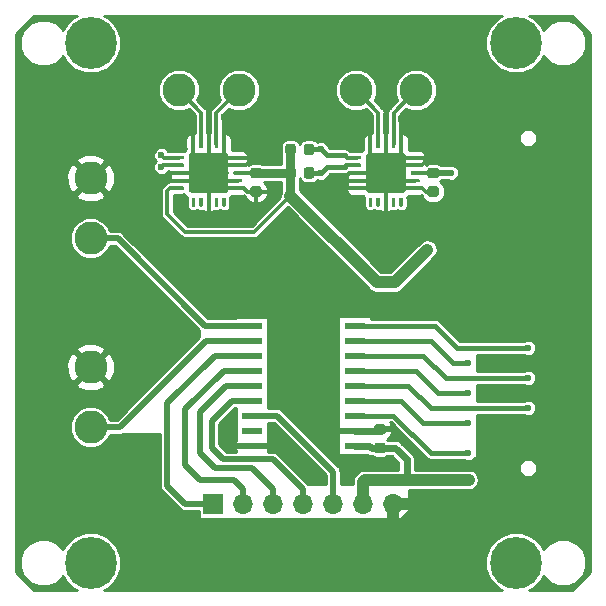
<source format=gbl>
G04 #@! TF.GenerationSoftware,KiCad,Pcbnew,(5.0.0)*
G04 #@! TF.CreationDate,2019-05-20T02:18:12+09:00*
G04 #@! TF.ProjectId,HeaterController_Controller,486561746572436F6E74726F6C6C6572,rev?*
G04 #@! TF.SameCoordinates,PX7f50c60PY34edce0*
G04 #@! TF.FileFunction,Copper,L2,Bot,Signal*
G04 #@! TF.FilePolarity,Positive*
%FSLAX46Y46*%
G04 Gerber Fmt 4.6, Leading zero omitted, Abs format (unit mm)*
G04 Created by KiCad (PCBNEW (5.0.0)) date 05/20/19 02:18:12*
%MOMM*%
%LPD*%
G01*
G04 APERTURE LIST*
G04 #@! TA.AperFunction,ComponentPad*
%ADD10R,1.700000X1.700000*%
G04 #@! TD*
G04 #@! TA.AperFunction,ComponentPad*
%ADD11O,1.700000X1.700000*%
G04 #@! TD*
G04 #@! TA.AperFunction,ComponentPad*
%ADD12C,2.800000*%
G04 #@! TD*
G04 #@! TA.AperFunction,Conductor*
%ADD13C,0.100000*%
G04 #@! TD*
G04 #@! TA.AperFunction,SMDPad,CuDef*
%ADD14C,0.875000*%
G04 #@! TD*
G04 #@! TA.AperFunction,SMDPad,CuDef*
%ADD15R,1.725000X0.600000*%
G04 #@! TD*
G04 #@! TA.AperFunction,SMDPad,CuDef*
%ADD16C,0.300000*%
G04 #@! TD*
G04 #@! TA.AperFunction,SMDPad,CuDef*
%ADD17C,3.350000*%
G04 #@! TD*
G04 #@! TA.AperFunction,ComponentPad*
%ADD18C,4.400000*%
G04 #@! TD*
G04 #@! TA.AperFunction,ViaPad*
%ADD19C,0.600000*%
G04 #@! TD*
G04 #@! TA.AperFunction,Conductor*
%ADD20C,0.600000*%
G04 #@! TD*
G04 #@! TA.AperFunction,Conductor*
%ADD21C,0.500000*%
G04 #@! TD*
G04 #@! TA.AperFunction,Conductor*
%ADD22C,0.300000*%
G04 #@! TD*
G04 #@! TA.AperFunction,Conductor*
%ADD23C,1.000000*%
G04 #@! TD*
G04 #@! TA.AperFunction,Conductor*
%ADD24C,0.800000*%
G04 #@! TD*
G04 #@! TA.AperFunction,Conductor*
%ADD25C,0.400000*%
G04 #@! TD*
G04 #@! TA.AperFunction,Conductor*
%ADD26C,0.254000*%
G04 #@! TD*
G04 APERTURE END LIST*
D10*
G04 #@! TO.P,J2,1*
G04 #@! TO.N,/EXTERNAL0*
X-7120000Y-16500000D03*
D11*
G04 #@! TO.P,J2,2*
G04 #@! TO.N,/EXTERNAL1*
X-4580000Y-16500000D03*
G04 #@! TO.P,J2,3*
G04 #@! TO.N,/EXTERNAL2*
X-2040000Y-16500000D03*
G04 #@! TO.P,J2,4*
G04 #@! TO.N,/EXTERNAL3*
X500000Y-16500000D03*
G04 #@! TO.P,J2,5*
G04 #@! TO.N,/EXTERNAL4*
X3040000Y-16500000D03*
G04 #@! TO.P,J2,6*
G04 #@! TO.N,+5V*
X5580000Y-16500000D03*
G04 #@! TO.P,J2,7*
G04 #@! TO.N,GND*
X8120000Y-16500000D03*
G04 #@! TD*
D12*
G04 #@! TO.P,J3,1*
G04 #@! TO.N,/SSRCTRL_UPPER*
X-17500000Y5960000D03*
G04 #@! TO.P,J3,2*
G04 #@! TO.N,GND*
X-17500000Y11040000D03*
G04 #@! TD*
G04 #@! TO.P,J4,2*
G04 #@! TO.N,GND*
X-17500000Y-4960000D03*
G04 #@! TO.P,J4,1*
G04 #@! TO.N,/SSRCTRL_LOWER*
X-17500000Y-10040000D03*
G04 #@! TD*
G04 #@! TO.P,J5,1*
G04 #@! TO.N,Net-(J5-Pad1)*
X-10040000Y18500000D03*
G04 #@! TO.P,J5,2*
G04 #@! TO.N,Net-(J5-Pad2)*
X-4960000Y18500000D03*
G04 #@! TD*
G04 #@! TO.P,J6,2*
G04 #@! TO.N,Net-(J6-Pad2)*
X10040000Y18500000D03*
G04 #@! TO.P,J6,1*
G04 #@! TO.N,Net-(J6-Pad1)*
X4960000Y18500000D03*
G04 #@! TD*
D13*
G04 #@! TO.N,+5V*
G04 #@! TO.C,C1*
G36*
X7277691Y-11351053D02*
X7298926Y-11354203D01*
X7319750Y-11359419D01*
X7339962Y-11366651D01*
X7359368Y-11375830D01*
X7377781Y-11386866D01*
X7395024Y-11399654D01*
X7410930Y-11414070D01*
X7425346Y-11429976D01*
X7438134Y-11447219D01*
X7449170Y-11465632D01*
X7458349Y-11485038D01*
X7465581Y-11505250D01*
X7470797Y-11526074D01*
X7473947Y-11547309D01*
X7475000Y-11568750D01*
X7475000Y-12006250D01*
X7473947Y-12027691D01*
X7470797Y-12048926D01*
X7465581Y-12069750D01*
X7458349Y-12089962D01*
X7449170Y-12109368D01*
X7438134Y-12127781D01*
X7425346Y-12145024D01*
X7410930Y-12160930D01*
X7395024Y-12175346D01*
X7377781Y-12188134D01*
X7359368Y-12199170D01*
X7339962Y-12208349D01*
X7319750Y-12215581D01*
X7298926Y-12220797D01*
X7277691Y-12223947D01*
X7256250Y-12225000D01*
X6743750Y-12225000D01*
X6722309Y-12223947D01*
X6701074Y-12220797D01*
X6680250Y-12215581D01*
X6660038Y-12208349D01*
X6640632Y-12199170D01*
X6622219Y-12188134D01*
X6604976Y-12175346D01*
X6589070Y-12160930D01*
X6574654Y-12145024D01*
X6561866Y-12127781D01*
X6550830Y-12109368D01*
X6541651Y-12089962D01*
X6534419Y-12069750D01*
X6529203Y-12048926D01*
X6526053Y-12027691D01*
X6525000Y-12006250D01*
X6525000Y-11568750D01*
X6526053Y-11547309D01*
X6529203Y-11526074D01*
X6534419Y-11505250D01*
X6541651Y-11485038D01*
X6550830Y-11465632D01*
X6561866Y-11447219D01*
X6574654Y-11429976D01*
X6589070Y-11414070D01*
X6604976Y-11399654D01*
X6622219Y-11386866D01*
X6640632Y-11375830D01*
X6660038Y-11366651D01*
X6680250Y-11359419D01*
X6701074Y-11354203D01*
X6722309Y-11351053D01*
X6743750Y-11350000D01*
X7256250Y-11350000D01*
X7277691Y-11351053D01*
X7277691Y-11351053D01*
G37*
D14*
G04 #@! TD*
G04 #@! TO.P,C1,2*
G04 #@! TO.N,+5V*
X7000000Y-11787500D03*
D13*
G04 #@! TO.N,GND*
G04 #@! TO.C,C1*
G36*
X7277691Y-9776053D02*
X7298926Y-9779203D01*
X7319750Y-9784419D01*
X7339962Y-9791651D01*
X7359368Y-9800830D01*
X7377781Y-9811866D01*
X7395024Y-9824654D01*
X7410930Y-9839070D01*
X7425346Y-9854976D01*
X7438134Y-9872219D01*
X7449170Y-9890632D01*
X7458349Y-9910038D01*
X7465581Y-9930250D01*
X7470797Y-9951074D01*
X7473947Y-9972309D01*
X7475000Y-9993750D01*
X7475000Y-10431250D01*
X7473947Y-10452691D01*
X7470797Y-10473926D01*
X7465581Y-10494750D01*
X7458349Y-10514962D01*
X7449170Y-10534368D01*
X7438134Y-10552781D01*
X7425346Y-10570024D01*
X7410930Y-10585930D01*
X7395024Y-10600346D01*
X7377781Y-10613134D01*
X7359368Y-10624170D01*
X7339962Y-10633349D01*
X7319750Y-10640581D01*
X7298926Y-10645797D01*
X7277691Y-10648947D01*
X7256250Y-10650000D01*
X6743750Y-10650000D01*
X6722309Y-10648947D01*
X6701074Y-10645797D01*
X6680250Y-10640581D01*
X6660038Y-10633349D01*
X6640632Y-10624170D01*
X6622219Y-10613134D01*
X6604976Y-10600346D01*
X6589070Y-10585930D01*
X6574654Y-10570024D01*
X6561866Y-10552781D01*
X6550830Y-10534368D01*
X6541651Y-10514962D01*
X6534419Y-10494750D01*
X6529203Y-10473926D01*
X6526053Y-10452691D01*
X6525000Y-10431250D01*
X6525000Y-9993750D01*
X6526053Y-9972309D01*
X6529203Y-9951074D01*
X6534419Y-9930250D01*
X6541651Y-9910038D01*
X6550830Y-9890632D01*
X6561866Y-9872219D01*
X6574654Y-9854976D01*
X6589070Y-9839070D01*
X6604976Y-9824654D01*
X6622219Y-9811866D01*
X6640632Y-9800830D01*
X6660038Y-9791651D01*
X6680250Y-9784419D01*
X6701074Y-9779203D01*
X6722309Y-9776053D01*
X6743750Y-9775000D01*
X7256250Y-9775000D01*
X7277691Y-9776053D01*
X7277691Y-9776053D01*
G37*
D14*
G04 #@! TD*
G04 #@! TO.P,C1,1*
G04 #@! TO.N,GND*
X7000000Y-10212500D03*
D13*
G04 #@! TO.N,GND*
G04 #@! TO.C,C2*
G36*
X-3222309Y10361447D02*
X-3201074Y10358297D01*
X-3180250Y10353081D01*
X-3160038Y10345849D01*
X-3140632Y10336670D01*
X-3122219Y10325634D01*
X-3104976Y10312846D01*
X-3089070Y10298430D01*
X-3074654Y10282524D01*
X-3061866Y10265281D01*
X-3050830Y10246868D01*
X-3041651Y10227462D01*
X-3034419Y10207250D01*
X-3029203Y10186426D01*
X-3026053Y10165191D01*
X-3025000Y10143750D01*
X-3025000Y9706250D01*
X-3026053Y9684809D01*
X-3029203Y9663574D01*
X-3034419Y9642750D01*
X-3041651Y9622538D01*
X-3050830Y9603132D01*
X-3061866Y9584719D01*
X-3074654Y9567476D01*
X-3089070Y9551570D01*
X-3104976Y9537154D01*
X-3122219Y9524366D01*
X-3140632Y9513330D01*
X-3160038Y9504151D01*
X-3180250Y9496919D01*
X-3201074Y9491703D01*
X-3222309Y9488553D01*
X-3243750Y9487500D01*
X-3756250Y9487500D01*
X-3777691Y9488553D01*
X-3798926Y9491703D01*
X-3819750Y9496919D01*
X-3839962Y9504151D01*
X-3859368Y9513330D01*
X-3877781Y9524366D01*
X-3895024Y9537154D01*
X-3910930Y9551570D01*
X-3925346Y9567476D01*
X-3938134Y9584719D01*
X-3949170Y9603132D01*
X-3958349Y9622538D01*
X-3965581Y9642750D01*
X-3970797Y9663574D01*
X-3973947Y9684809D01*
X-3975000Y9706250D01*
X-3975000Y10143750D01*
X-3973947Y10165191D01*
X-3970797Y10186426D01*
X-3965581Y10207250D01*
X-3958349Y10227462D01*
X-3949170Y10246868D01*
X-3938134Y10265281D01*
X-3925346Y10282524D01*
X-3910930Y10298430D01*
X-3895024Y10312846D01*
X-3877781Y10325634D01*
X-3859368Y10336670D01*
X-3839962Y10345849D01*
X-3819750Y10353081D01*
X-3798926Y10358297D01*
X-3777691Y10361447D01*
X-3756250Y10362500D01*
X-3243750Y10362500D01*
X-3222309Y10361447D01*
X-3222309Y10361447D01*
G37*
D14*
G04 #@! TD*
G04 #@! TO.P,C2,1*
G04 #@! TO.N,GND*
X-3500000Y9925000D03*
D13*
G04 #@! TO.N,+3V3*
G04 #@! TO.C,C2*
G36*
X-3222309Y11936447D02*
X-3201074Y11933297D01*
X-3180250Y11928081D01*
X-3160038Y11920849D01*
X-3140632Y11911670D01*
X-3122219Y11900634D01*
X-3104976Y11887846D01*
X-3089070Y11873430D01*
X-3074654Y11857524D01*
X-3061866Y11840281D01*
X-3050830Y11821868D01*
X-3041651Y11802462D01*
X-3034419Y11782250D01*
X-3029203Y11761426D01*
X-3026053Y11740191D01*
X-3025000Y11718750D01*
X-3025000Y11281250D01*
X-3026053Y11259809D01*
X-3029203Y11238574D01*
X-3034419Y11217750D01*
X-3041651Y11197538D01*
X-3050830Y11178132D01*
X-3061866Y11159719D01*
X-3074654Y11142476D01*
X-3089070Y11126570D01*
X-3104976Y11112154D01*
X-3122219Y11099366D01*
X-3140632Y11088330D01*
X-3160038Y11079151D01*
X-3180250Y11071919D01*
X-3201074Y11066703D01*
X-3222309Y11063553D01*
X-3243750Y11062500D01*
X-3756250Y11062500D01*
X-3777691Y11063553D01*
X-3798926Y11066703D01*
X-3819750Y11071919D01*
X-3839962Y11079151D01*
X-3859368Y11088330D01*
X-3877781Y11099366D01*
X-3895024Y11112154D01*
X-3910930Y11126570D01*
X-3925346Y11142476D01*
X-3938134Y11159719D01*
X-3949170Y11178132D01*
X-3958349Y11197538D01*
X-3965581Y11217750D01*
X-3970797Y11238574D01*
X-3973947Y11259809D01*
X-3975000Y11281250D01*
X-3975000Y11718750D01*
X-3973947Y11740191D01*
X-3970797Y11761426D01*
X-3965581Y11782250D01*
X-3958349Y11802462D01*
X-3949170Y11821868D01*
X-3938134Y11840281D01*
X-3925346Y11857524D01*
X-3910930Y11873430D01*
X-3895024Y11887846D01*
X-3877781Y11900634D01*
X-3859368Y11911670D01*
X-3839962Y11920849D01*
X-3819750Y11928081D01*
X-3798926Y11933297D01*
X-3777691Y11936447D01*
X-3756250Y11937500D01*
X-3243750Y11937500D01*
X-3222309Y11936447D01*
X-3222309Y11936447D01*
G37*
D14*
G04 #@! TD*
G04 #@! TO.P,C2,2*
G04 #@! TO.N,+3V3*
X-3500000Y11500000D03*
D13*
G04 #@! TO.N,GND*
G04 #@! TO.C,C3*
G36*
X11777691Y10361447D02*
X11798926Y10358297D01*
X11819750Y10353081D01*
X11839962Y10345849D01*
X11859368Y10336670D01*
X11877781Y10325634D01*
X11895024Y10312846D01*
X11910930Y10298430D01*
X11925346Y10282524D01*
X11938134Y10265281D01*
X11949170Y10246868D01*
X11958349Y10227462D01*
X11965581Y10207250D01*
X11970797Y10186426D01*
X11973947Y10165191D01*
X11975000Y10143750D01*
X11975000Y9706250D01*
X11973947Y9684809D01*
X11970797Y9663574D01*
X11965581Y9642750D01*
X11958349Y9622538D01*
X11949170Y9603132D01*
X11938134Y9584719D01*
X11925346Y9567476D01*
X11910930Y9551570D01*
X11895024Y9537154D01*
X11877781Y9524366D01*
X11859368Y9513330D01*
X11839962Y9504151D01*
X11819750Y9496919D01*
X11798926Y9491703D01*
X11777691Y9488553D01*
X11756250Y9487500D01*
X11243750Y9487500D01*
X11222309Y9488553D01*
X11201074Y9491703D01*
X11180250Y9496919D01*
X11160038Y9504151D01*
X11140632Y9513330D01*
X11122219Y9524366D01*
X11104976Y9537154D01*
X11089070Y9551570D01*
X11074654Y9567476D01*
X11061866Y9584719D01*
X11050830Y9603132D01*
X11041651Y9622538D01*
X11034419Y9642750D01*
X11029203Y9663574D01*
X11026053Y9684809D01*
X11025000Y9706250D01*
X11025000Y10143750D01*
X11026053Y10165191D01*
X11029203Y10186426D01*
X11034419Y10207250D01*
X11041651Y10227462D01*
X11050830Y10246868D01*
X11061866Y10265281D01*
X11074654Y10282524D01*
X11089070Y10298430D01*
X11104976Y10312846D01*
X11122219Y10325634D01*
X11140632Y10336670D01*
X11160038Y10345849D01*
X11180250Y10353081D01*
X11201074Y10358297D01*
X11222309Y10361447D01*
X11243750Y10362500D01*
X11756250Y10362500D01*
X11777691Y10361447D01*
X11777691Y10361447D01*
G37*
D14*
G04 #@! TD*
G04 #@! TO.P,C3,1*
G04 #@! TO.N,GND*
X11500000Y9925000D03*
D13*
G04 #@! TO.N,+3V3*
G04 #@! TO.C,C3*
G36*
X11777691Y11936447D02*
X11798926Y11933297D01*
X11819750Y11928081D01*
X11839962Y11920849D01*
X11859368Y11911670D01*
X11877781Y11900634D01*
X11895024Y11887846D01*
X11910930Y11873430D01*
X11925346Y11857524D01*
X11938134Y11840281D01*
X11949170Y11821868D01*
X11958349Y11802462D01*
X11965581Y11782250D01*
X11970797Y11761426D01*
X11973947Y11740191D01*
X11975000Y11718750D01*
X11975000Y11281250D01*
X11973947Y11259809D01*
X11970797Y11238574D01*
X11965581Y11217750D01*
X11958349Y11197538D01*
X11949170Y11178132D01*
X11938134Y11159719D01*
X11925346Y11142476D01*
X11910930Y11126570D01*
X11895024Y11112154D01*
X11877781Y11099366D01*
X11859368Y11088330D01*
X11839962Y11079151D01*
X11819750Y11071919D01*
X11798926Y11066703D01*
X11777691Y11063553D01*
X11756250Y11062500D01*
X11243750Y11062500D01*
X11222309Y11063553D01*
X11201074Y11066703D01*
X11180250Y11071919D01*
X11160038Y11079151D01*
X11140632Y11088330D01*
X11122219Y11099366D01*
X11104976Y11112154D01*
X11089070Y11126570D01*
X11074654Y11142476D01*
X11061866Y11159719D01*
X11050830Y11178132D01*
X11041651Y11197538D01*
X11034419Y11217750D01*
X11029203Y11238574D01*
X11026053Y11259809D01*
X11025000Y11281250D01*
X11025000Y11718750D01*
X11026053Y11740191D01*
X11029203Y11761426D01*
X11034419Y11782250D01*
X11041651Y11802462D01*
X11050830Y11821868D01*
X11061866Y11840281D01*
X11074654Y11857524D01*
X11089070Y11873430D01*
X11104976Y11887846D01*
X11122219Y11900634D01*
X11140632Y11911670D01*
X11160038Y11920849D01*
X11180250Y11928081D01*
X11201074Y11933297D01*
X11222309Y11936447D01*
X11243750Y11937500D01*
X11756250Y11937500D01*
X11777691Y11936447D01*
X11777691Y11936447D01*
G37*
D14*
G04 #@! TD*
G04 #@! TO.P,C3,2*
G04 #@! TO.N,+3V3*
X11500000Y11500000D03*
D13*
G04 #@! TO.N,/SDA*
G04 #@! TO.C,R1*
G36*
X1240191Y13973947D02*
X1261426Y13970797D01*
X1282250Y13965581D01*
X1302462Y13958349D01*
X1321868Y13949170D01*
X1340281Y13938134D01*
X1357524Y13925346D01*
X1373430Y13910930D01*
X1387846Y13895024D01*
X1400634Y13877781D01*
X1411670Y13859368D01*
X1420849Y13839962D01*
X1428081Y13819750D01*
X1433297Y13798926D01*
X1436447Y13777691D01*
X1437500Y13756250D01*
X1437500Y13243750D01*
X1436447Y13222309D01*
X1433297Y13201074D01*
X1428081Y13180250D01*
X1420849Y13160038D01*
X1411670Y13140632D01*
X1400634Y13122219D01*
X1387846Y13104976D01*
X1373430Y13089070D01*
X1357524Y13074654D01*
X1340281Y13061866D01*
X1321868Y13050830D01*
X1302462Y13041651D01*
X1282250Y13034419D01*
X1261426Y13029203D01*
X1240191Y13026053D01*
X1218750Y13025000D01*
X781250Y13025000D01*
X759809Y13026053D01*
X738574Y13029203D01*
X717750Y13034419D01*
X697538Y13041651D01*
X678132Y13050830D01*
X659719Y13061866D01*
X642476Y13074654D01*
X626570Y13089070D01*
X612154Y13104976D01*
X599366Y13122219D01*
X588330Y13140632D01*
X579151Y13160038D01*
X571919Y13180250D01*
X566703Y13201074D01*
X563553Y13222309D01*
X562500Y13243750D01*
X562500Y13756250D01*
X563553Y13777691D01*
X566703Y13798926D01*
X571919Y13819750D01*
X579151Y13839962D01*
X588330Y13859368D01*
X599366Y13877781D01*
X612154Y13895024D01*
X626570Y13910930D01*
X642476Y13925346D01*
X659719Y13938134D01*
X678132Y13949170D01*
X697538Y13958349D01*
X717750Y13965581D01*
X738574Y13970797D01*
X759809Y13973947D01*
X781250Y13975000D01*
X1218750Y13975000D01*
X1240191Y13973947D01*
X1240191Y13973947D01*
G37*
D14*
G04 #@! TD*
G04 #@! TO.P,R1,2*
G04 #@! TO.N,/SDA*
X1000000Y13500000D03*
D13*
G04 #@! TO.N,+3V3*
G04 #@! TO.C,R1*
G36*
X-334809Y13973947D02*
X-313574Y13970797D01*
X-292750Y13965581D01*
X-272538Y13958349D01*
X-253132Y13949170D01*
X-234719Y13938134D01*
X-217476Y13925346D01*
X-201570Y13910930D01*
X-187154Y13895024D01*
X-174366Y13877781D01*
X-163330Y13859368D01*
X-154151Y13839962D01*
X-146919Y13819750D01*
X-141703Y13798926D01*
X-138553Y13777691D01*
X-137500Y13756250D01*
X-137500Y13243750D01*
X-138553Y13222309D01*
X-141703Y13201074D01*
X-146919Y13180250D01*
X-154151Y13160038D01*
X-163330Y13140632D01*
X-174366Y13122219D01*
X-187154Y13104976D01*
X-201570Y13089070D01*
X-217476Y13074654D01*
X-234719Y13061866D01*
X-253132Y13050830D01*
X-272538Y13041651D01*
X-292750Y13034419D01*
X-313574Y13029203D01*
X-334809Y13026053D01*
X-356250Y13025000D01*
X-793750Y13025000D01*
X-815191Y13026053D01*
X-836426Y13029203D01*
X-857250Y13034419D01*
X-877462Y13041651D01*
X-896868Y13050830D01*
X-915281Y13061866D01*
X-932524Y13074654D01*
X-948430Y13089070D01*
X-962846Y13104976D01*
X-975634Y13122219D01*
X-986670Y13140632D01*
X-995849Y13160038D01*
X-1003081Y13180250D01*
X-1008297Y13201074D01*
X-1011447Y13222309D01*
X-1012500Y13243750D01*
X-1012500Y13756250D01*
X-1011447Y13777691D01*
X-1008297Y13798926D01*
X-1003081Y13819750D01*
X-995849Y13839962D01*
X-986670Y13859368D01*
X-975634Y13877781D01*
X-962846Y13895024D01*
X-948430Y13910930D01*
X-932524Y13925346D01*
X-915281Y13938134D01*
X-896868Y13949170D01*
X-877462Y13958349D01*
X-857250Y13965581D01*
X-836426Y13970797D01*
X-815191Y13973947D01*
X-793750Y13975000D01*
X-356250Y13975000D01*
X-334809Y13973947D01*
X-334809Y13973947D01*
G37*
D14*
G04 #@! TD*
G04 #@! TO.P,R1,1*
G04 #@! TO.N,+3V3*
X-575000Y13500000D03*
D13*
G04 #@! TO.N,+3V3*
G04 #@! TO.C,R2*
G36*
X-334809Y11973947D02*
X-313574Y11970797D01*
X-292750Y11965581D01*
X-272538Y11958349D01*
X-253132Y11949170D01*
X-234719Y11938134D01*
X-217476Y11925346D01*
X-201570Y11910930D01*
X-187154Y11895024D01*
X-174366Y11877781D01*
X-163330Y11859368D01*
X-154151Y11839962D01*
X-146919Y11819750D01*
X-141703Y11798926D01*
X-138553Y11777691D01*
X-137500Y11756250D01*
X-137500Y11243750D01*
X-138553Y11222309D01*
X-141703Y11201074D01*
X-146919Y11180250D01*
X-154151Y11160038D01*
X-163330Y11140632D01*
X-174366Y11122219D01*
X-187154Y11104976D01*
X-201570Y11089070D01*
X-217476Y11074654D01*
X-234719Y11061866D01*
X-253132Y11050830D01*
X-272538Y11041651D01*
X-292750Y11034419D01*
X-313574Y11029203D01*
X-334809Y11026053D01*
X-356250Y11025000D01*
X-793750Y11025000D01*
X-815191Y11026053D01*
X-836426Y11029203D01*
X-857250Y11034419D01*
X-877462Y11041651D01*
X-896868Y11050830D01*
X-915281Y11061866D01*
X-932524Y11074654D01*
X-948430Y11089070D01*
X-962846Y11104976D01*
X-975634Y11122219D01*
X-986670Y11140632D01*
X-995849Y11160038D01*
X-1003081Y11180250D01*
X-1008297Y11201074D01*
X-1011447Y11222309D01*
X-1012500Y11243750D01*
X-1012500Y11756250D01*
X-1011447Y11777691D01*
X-1008297Y11798926D01*
X-1003081Y11819750D01*
X-995849Y11839962D01*
X-986670Y11859368D01*
X-975634Y11877781D01*
X-962846Y11895024D01*
X-948430Y11910930D01*
X-932524Y11925346D01*
X-915281Y11938134D01*
X-896868Y11949170D01*
X-877462Y11958349D01*
X-857250Y11965581D01*
X-836426Y11970797D01*
X-815191Y11973947D01*
X-793750Y11975000D01*
X-356250Y11975000D01*
X-334809Y11973947D01*
X-334809Y11973947D01*
G37*
D14*
G04 #@! TD*
G04 #@! TO.P,R2,1*
G04 #@! TO.N,+3V3*
X-575000Y11500000D03*
D13*
G04 #@! TO.N,/SCL*
G04 #@! TO.C,R2*
G36*
X1240191Y11973947D02*
X1261426Y11970797D01*
X1282250Y11965581D01*
X1302462Y11958349D01*
X1321868Y11949170D01*
X1340281Y11938134D01*
X1357524Y11925346D01*
X1373430Y11910930D01*
X1387846Y11895024D01*
X1400634Y11877781D01*
X1411670Y11859368D01*
X1420849Y11839962D01*
X1428081Y11819750D01*
X1433297Y11798926D01*
X1436447Y11777691D01*
X1437500Y11756250D01*
X1437500Y11243750D01*
X1436447Y11222309D01*
X1433297Y11201074D01*
X1428081Y11180250D01*
X1420849Y11160038D01*
X1411670Y11140632D01*
X1400634Y11122219D01*
X1387846Y11104976D01*
X1373430Y11089070D01*
X1357524Y11074654D01*
X1340281Y11061866D01*
X1321868Y11050830D01*
X1302462Y11041651D01*
X1282250Y11034419D01*
X1261426Y11029203D01*
X1240191Y11026053D01*
X1218750Y11025000D01*
X781250Y11025000D01*
X759809Y11026053D01*
X738574Y11029203D01*
X717750Y11034419D01*
X697538Y11041651D01*
X678132Y11050830D01*
X659719Y11061866D01*
X642476Y11074654D01*
X626570Y11089070D01*
X612154Y11104976D01*
X599366Y11122219D01*
X588330Y11140632D01*
X579151Y11160038D01*
X571919Y11180250D01*
X566703Y11201074D01*
X563553Y11222309D01*
X562500Y11243750D01*
X562500Y11756250D01*
X563553Y11777691D01*
X566703Y11798926D01*
X571919Y11819750D01*
X579151Y11839962D01*
X588330Y11859368D01*
X599366Y11877781D01*
X612154Y11895024D01*
X626570Y11910930D01*
X642476Y11925346D01*
X659719Y11938134D01*
X678132Y11949170D01*
X697538Y11958349D01*
X717750Y11965581D01*
X738574Y11970797D01*
X759809Y11973947D01*
X781250Y11975000D01*
X1218750Y11975000D01*
X1240191Y11973947D01*
X1240191Y11973947D01*
G37*
D14*
G04 #@! TD*
G04 #@! TO.P,R2,2*
G04 #@! TO.N,/SCL*
X1000000Y11500000D03*
D15*
G04 #@! TO.P,U1,1*
G04 #@! TO.N,/GPIO_G2*
X4862500Y-1420000D03*
G04 #@! TO.P,U1,2*
G04 #@! TO.N,/GPIO_G5*
X4862500Y-2690000D03*
G04 #@! TO.P,U1,3*
G04 #@! TO.N,/IIS_SK*
X4862500Y-3960000D03*
G04 #@! TO.P,U1,4*
G04 #@! TO.N,/IIS_WS*
X4862500Y-5230000D03*
G04 #@! TO.P,U1,5*
G04 #@! TO.N,/IIS_OUT*
X4862500Y-6500000D03*
G04 #@! TO.P,U1,6*
G04 #@! TO.N,/IIS_MK*
X4862500Y-7770000D03*
G04 #@! TO.P,U1,7*
G04 #@! TO.N,/IIS_IN*
X4862500Y-9040000D03*
G04 #@! TO.P,U1,8*
G04 #@! TO.N,GND*
X4862500Y-10310000D03*
G04 #@! TO.P,U1,9*
G04 #@! TO.N,+5V*
X4862500Y-11580000D03*
G04 #@! TO.P,U1,18*
G04 #@! TO.N,/SSRCTRL_UPPER*
X-3862500Y-1420000D03*
G04 #@! TO.P,U1,17*
G04 #@! TO.N,/SSRCTRL_LOWER*
X-3862500Y-2690000D03*
G04 #@! TO.P,U1,16*
G04 #@! TO.N,/EXTERNAL0*
X-3862500Y-3960000D03*
G04 #@! TO.P,U1,15*
G04 #@! TO.N,/EXTERNAL1*
X-3862500Y-5230000D03*
G04 #@! TO.P,U1,14*
G04 #@! TO.N,/EXTERNAL2*
X-3862500Y-6500000D03*
G04 #@! TO.P,U1,13*
G04 #@! TO.N,/EXTERNAL3*
X-3862500Y-7770000D03*
G04 #@! TO.P,U1,12*
G04 #@! TO.N,/EXTERNAL4*
X-3862500Y-9040000D03*
G04 #@! TO.P,U1,11*
G04 #@! TO.N,Net-(U1-Pad11)*
X-3862500Y-10310000D03*
G04 #@! TO.P,U1,10*
G04 #@! TO.N,GND*
X-3862500Y-11580000D03*
G04 #@! TD*
D13*
G04 #@! TO.N,/SDA*
G04 #@! TO.C,U2*
G36*
X-9667649Y12949639D02*
X-9660368Y12948559D01*
X-9653229Y12946771D01*
X-9646299Y12944291D01*
X-9639645Y12941144D01*
X-9633332Y12937360D01*
X-9627421Y12932976D01*
X-9621967Y12928033D01*
X-9617024Y12922579D01*
X-9612640Y12916668D01*
X-9608856Y12910355D01*
X-9605709Y12903701D01*
X-9603229Y12896771D01*
X-9601441Y12889632D01*
X-9600361Y12882351D01*
X-9600000Y12875000D01*
X-9600000Y12725000D01*
X-9600361Y12717649D01*
X-9601441Y12710368D01*
X-9603229Y12703229D01*
X-9605709Y12696299D01*
X-9608856Y12689645D01*
X-9612640Y12683332D01*
X-9617024Y12677421D01*
X-9621967Y12671967D01*
X-9627421Y12667024D01*
X-9633332Y12662640D01*
X-9639645Y12658856D01*
X-9646299Y12655709D01*
X-9653229Y12653229D01*
X-9660368Y12651441D01*
X-9667649Y12650361D01*
X-9675000Y12650000D01*
X-10275000Y12650000D01*
X-10282351Y12650361D01*
X-10289632Y12651441D01*
X-10296771Y12653229D01*
X-10303701Y12655709D01*
X-10310355Y12658856D01*
X-10316668Y12662640D01*
X-10322579Y12667024D01*
X-10328033Y12671967D01*
X-10332976Y12677421D01*
X-10337360Y12683332D01*
X-10341144Y12689645D01*
X-10344291Y12696299D01*
X-10346771Y12703229D01*
X-10348559Y12710368D01*
X-10349639Y12717649D01*
X-10350000Y12725000D01*
X-10350000Y12875000D01*
X-10349639Y12882351D01*
X-10348559Y12889632D01*
X-10346771Y12896771D01*
X-10344291Y12903701D01*
X-10341144Y12910355D01*
X-10337360Y12916668D01*
X-10332976Y12922579D01*
X-10328033Y12928033D01*
X-10322579Y12932976D01*
X-10316668Y12937360D01*
X-10310355Y12941144D01*
X-10303701Y12944291D01*
X-10296771Y12946771D01*
X-10289632Y12948559D01*
X-10282351Y12949639D01*
X-10275000Y12950000D01*
X-9675000Y12950000D01*
X-9667649Y12949639D01*
X-9667649Y12949639D01*
G37*
D16*
G04 #@! TD*
G04 #@! TO.P,U2,20*
G04 #@! TO.N,/SDA*
X-9975000Y12800000D03*
D13*
G04 #@! TO.N,/SCL*
G04 #@! TO.C,U2*
G36*
X-9667649Y12299639D02*
X-9660368Y12298559D01*
X-9653229Y12296771D01*
X-9646299Y12294291D01*
X-9639645Y12291144D01*
X-9633332Y12287360D01*
X-9627421Y12282976D01*
X-9621967Y12278033D01*
X-9617024Y12272579D01*
X-9612640Y12266668D01*
X-9608856Y12260355D01*
X-9605709Y12253701D01*
X-9603229Y12246771D01*
X-9601441Y12239632D01*
X-9600361Y12232351D01*
X-9600000Y12225000D01*
X-9600000Y12075000D01*
X-9600361Y12067649D01*
X-9601441Y12060368D01*
X-9603229Y12053229D01*
X-9605709Y12046299D01*
X-9608856Y12039645D01*
X-9612640Y12033332D01*
X-9617024Y12027421D01*
X-9621967Y12021967D01*
X-9627421Y12017024D01*
X-9633332Y12012640D01*
X-9639645Y12008856D01*
X-9646299Y12005709D01*
X-9653229Y12003229D01*
X-9660368Y12001441D01*
X-9667649Y12000361D01*
X-9675000Y12000000D01*
X-10275000Y12000000D01*
X-10282351Y12000361D01*
X-10289632Y12001441D01*
X-10296771Y12003229D01*
X-10303701Y12005709D01*
X-10310355Y12008856D01*
X-10316668Y12012640D01*
X-10322579Y12017024D01*
X-10328033Y12021967D01*
X-10332976Y12027421D01*
X-10337360Y12033332D01*
X-10341144Y12039645D01*
X-10344291Y12046299D01*
X-10346771Y12053229D01*
X-10348559Y12060368D01*
X-10349639Y12067649D01*
X-10350000Y12075000D01*
X-10350000Y12225000D01*
X-10349639Y12232351D01*
X-10348559Y12239632D01*
X-10346771Y12246771D01*
X-10344291Y12253701D01*
X-10341144Y12260355D01*
X-10337360Y12266668D01*
X-10332976Y12272579D01*
X-10328033Y12278033D01*
X-10322579Y12282976D01*
X-10316668Y12287360D01*
X-10310355Y12291144D01*
X-10303701Y12294291D01*
X-10296771Y12296771D01*
X-10289632Y12298559D01*
X-10282351Y12299639D01*
X-10275000Y12300000D01*
X-9675000Y12300000D01*
X-9667649Y12299639D01*
X-9667649Y12299639D01*
G37*
D16*
G04 #@! TD*
G04 #@! TO.P,U2,19*
G04 #@! TO.N,/SCL*
X-9975000Y12150000D03*
D13*
G04 #@! TO.N,GND*
G04 #@! TO.C,U2*
G36*
X-9667649Y11649639D02*
X-9660368Y11648559D01*
X-9653229Y11646771D01*
X-9646299Y11644291D01*
X-9639645Y11641144D01*
X-9633332Y11637360D01*
X-9627421Y11632976D01*
X-9621967Y11628033D01*
X-9617024Y11622579D01*
X-9612640Y11616668D01*
X-9608856Y11610355D01*
X-9605709Y11603701D01*
X-9603229Y11596771D01*
X-9601441Y11589632D01*
X-9600361Y11582351D01*
X-9600000Y11575000D01*
X-9600000Y11425000D01*
X-9600361Y11417649D01*
X-9601441Y11410368D01*
X-9603229Y11403229D01*
X-9605709Y11396299D01*
X-9608856Y11389645D01*
X-9612640Y11383332D01*
X-9617024Y11377421D01*
X-9621967Y11371967D01*
X-9627421Y11367024D01*
X-9633332Y11362640D01*
X-9639645Y11358856D01*
X-9646299Y11355709D01*
X-9653229Y11353229D01*
X-9660368Y11351441D01*
X-9667649Y11350361D01*
X-9675000Y11350000D01*
X-10275000Y11350000D01*
X-10282351Y11350361D01*
X-10289632Y11351441D01*
X-10296771Y11353229D01*
X-10303701Y11355709D01*
X-10310355Y11358856D01*
X-10316668Y11362640D01*
X-10322579Y11367024D01*
X-10328033Y11371967D01*
X-10332976Y11377421D01*
X-10337360Y11383332D01*
X-10341144Y11389645D01*
X-10344291Y11396299D01*
X-10346771Y11403229D01*
X-10348559Y11410368D01*
X-10349639Y11417649D01*
X-10350000Y11425000D01*
X-10350000Y11575000D01*
X-10349639Y11582351D01*
X-10348559Y11589632D01*
X-10346771Y11596771D01*
X-10344291Y11603701D01*
X-10341144Y11610355D01*
X-10337360Y11616668D01*
X-10332976Y11622579D01*
X-10328033Y11628033D01*
X-10322579Y11632976D01*
X-10316668Y11637360D01*
X-10310355Y11641144D01*
X-10303701Y11644291D01*
X-10296771Y11646771D01*
X-10289632Y11648559D01*
X-10282351Y11649639D01*
X-10275000Y11650000D01*
X-9675000Y11650000D01*
X-9667649Y11649639D01*
X-9667649Y11649639D01*
G37*
D16*
G04 #@! TD*
G04 #@! TO.P,U2,18*
G04 #@! TO.N,GND*
X-9975000Y11500000D03*
D13*
G04 #@! TO.N,GND*
G04 #@! TO.C,U2*
G36*
X-9667649Y10999639D02*
X-9660368Y10998559D01*
X-9653229Y10996771D01*
X-9646299Y10994291D01*
X-9639645Y10991144D01*
X-9633332Y10987360D01*
X-9627421Y10982976D01*
X-9621967Y10978033D01*
X-9617024Y10972579D01*
X-9612640Y10966668D01*
X-9608856Y10960355D01*
X-9605709Y10953701D01*
X-9603229Y10946771D01*
X-9601441Y10939632D01*
X-9600361Y10932351D01*
X-9600000Y10925000D01*
X-9600000Y10775000D01*
X-9600361Y10767649D01*
X-9601441Y10760368D01*
X-9603229Y10753229D01*
X-9605709Y10746299D01*
X-9608856Y10739645D01*
X-9612640Y10733332D01*
X-9617024Y10727421D01*
X-9621967Y10721967D01*
X-9627421Y10717024D01*
X-9633332Y10712640D01*
X-9639645Y10708856D01*
X-9646299Y10705709D01*
X-9653229Y10703229D01*
X-9660368Y10701441D01*
X-9667649Y10700361D01*
X-9675000Y10700000D01*
X-10275000Y10700000D01*
X-10282351Y10700361D01*
X-10289632Y10701441D01*
X-10296771Y10703229D01*
X-10303701Y10705709D01*
X-10310355Y10708856D01*
X-10316668Y10712640D01*
X-10322579Y10717024D01*
X-10328033Y10721967D01*
X-10332976Y10727421D01*
X-10337360Y10733332D01*
X-10341144Y10739645D01*
X-10344291Y10746299D01*
X-10346771Y10753229D01*
X-10348559Y10760368D01*
X-10349639Y10767649D01*
X-10350000Y10775000D01*
X-10350000Y10925000D01*
X-10349639Y10932351D01*
X-10348559Y10939632D01*
X-10346771Y10946771D01*
X-10344291Y10953701D01*
X-10341144Y10960355D01*
X-10337360Y10966668D01*
X-10332976Y10972579D01*
X-10328033Y10978033D01*
X-10322579Y10982976D01*
X-10316668Y10987360D01*
X-10310355Y10991144D01*
X-10303701Y10994291D01*
X-10296771Y10996771D01*
X-10289632Y10998559D01*
X-10282351Y10999639D01*
X-10275000Y11000000D01*
X-9675000Y11000000D01*
X-9667649Y10999639D01*
X-9667649Y10999639D01*
G37*
D16*
G04 #@! TD*
G04 #@! TO.P,U2,17*
G04 #@! TO.N,GND*
X-9975000Y10850000D03*
D13*
G04 #@! TO.N,+3V3*
G04 #@! TO.C,U2*
G36*
X-9667649Y10349639D02*
X-9660368Y10348559D01*
X-9653229Y10346771D01*
X-9646299Y10344291D01*
X-9639645Y10341144D01*
X-9633332Y10337360D01*
X-9627421Y10332976D01*
X-9621967Y10328033D01*
X-9617024Y10322579D01*
X-9612640Y10316668D01*
X-9608856Y10310355D01*
X-9605709Y10303701D01*
X-9603229Y10296771D01*
X-9601441Y10289632D01*
X-9600361Y10282351D01*
X-9600000Y10275000D01*
X-9600000Y10125000D01*
X-9600361Y10117649D01*
X-9601441Y10110368D01*
X-9603229Y10103229D01*
X-9605709Y10096299D01*
X-9608856Y10089645D01*
X-9612640Y10083332D01*
X-9617024Y10077421D01*
X-9621967Y10071967D01*
X-9627421Y10067024D01*
X-9633332Y10062640D01*
X-9639645Y10058856D01*
X-9646299Y10055709D01*
X-9653229Y10053229D01*
X-9660368Y10051441D01*
X-9667649Y10050361D01*
X-9675000Y10050000D01*
X-10275000Y10050000D01*
X-10282351Y10050361D01*
X-10289632Y10051441D01*
X-10296771Y10053229D01*
X-10303701Y10055709D01*
X-10310355Y10058856D01*
X-10316668Y10062640D01*
X-10322579Y10067024D01*
X-10328033Y10071967D01*
X-10332976Y10077421D01*
X-10337360Y10083332D01*
X-10341144Y10089645D01*
X-10344291Y10096299D01*
X-10346771Y10103229D01*
X-10348559Y10110368D01*
X-10349639Y10117649D01*
X-10350000Y10125000D01*
X-10350000Y10275000D01*
X-10349639Y10282351D01*
X-10348559Y10289632D01*
X-10346771Y10296771D01*
X-10344291Y10303701D01*
X-10341144Y10310355D01*
X-10337360Y10316668D01*
X-10332976Y10322579D01*
X-10328033Y10328033D01*
X-10322579Y10332976D01*
X-10316668Y10337360D01*
X-10310355Y10341144D01*
X-10303701Y10344291D01*
X-10296771Y10346771D01*
X-10289632Y10348559D01*
X-10282351Y10349639D01*
X-10275000Y10350000D01*
X-9675000Y10350000D01*
X-9667649Y10349639D01*
X-9667649Y10349639D01*
G37*
D16*
G04 #@! TD*
G04 #@! TO.P,U2,16*
G04 #@! TO.N,+3V3*
X-9975000Y10200000D03*
D13*
G04 #@! TO.N,Net-(U2-Pad15)*
G04 #@! TO.C,U2*
G36*
X-8717649Y9399639D02*
X-8710368Y9398559D01*
X-8703229Y9396771D01*
X-8696299Y9394291D01*
X-8689645Y9391144D01*
X-8683332Y9387360D01*
X-8677421Y9382976D01*
X-8671967Y9378033D01*
X-8667024Y9372579D01*
X-8662640Y9366668D01*
X-8658856Y9360355D01*
X-8655709Y9353701D01*
X-8653229Y9346771D01*
X-8651441Y9339632D01*
X-8650361Y9332351D01*
X-8650000Y9325000D01*
X-8650000Y8725000D01*
X-8650361Y8717649D01*
X-8651441Y8710368D01*
X-8653229Y8703229D01*
X-8655709Y8696299D01*
X-8658856Y8689645D01*
X-8662640Y8683332D01*
X-8667024Y8677421D01*
X-8671967Y8671967D01*
X-8677421Y8667024D01*
X-8683332Y8662640D01*
X-8689645Y8658856D01*
X-8696299Y8655709D01*
X-8703229Y8653229D01*
X-8710368Y8651441D01*
X-8717649Y8650361D01*
X-8725000Y8650000D01*
X-8875000Y8650000D01*
X-8882351Y8650361D01*
X-8889632Y8651441D01*
X-8896771Y8653229D01*
X-8903701Y8655709D01*
X-8910355Y8658856D01*
X-8916668Y8662640D01*
X-8922579Y8667024D01*
X-8928033Y8671967D01*
X-8932976Y8677421D01*
X-8937360Y8683332D01*
X-8941144Y8689645D01*
X-8944291Y8696299D01*
X-8946771Y8703229D01*
X-8948559Y8710368D01*
X-8949639Y8717649D01*
X-8950000Y8725000D01*
X-8950000Y9325000D01*
X-8949639Y9332351D01*
X-8948559Y9339632D01*
X-8946771Y9346771D01*
X-8944291Y9353701D01*
X-8941144Y9360355D01*
X-8937360Y9366668D01*
X-8932976Y9372579D01*
X-8928033Y9378033D01*
X-8922579Y9382976D01*
X-8916668Y9387360D01*
X-8910355Y9391144D01*
X-8903701Y9394291D01*
X-8896771Y9396771D01*
X-8889632Y9398559D01*
X-8882351Y9399639D01*
X-8875000Y9400000D01*
X-8725000Y9400000D01*
X-8717649Y9399639D01*
X-8717649Y9399639D01*
G37*
D16*
G04 #@! TD*
G04 #@! TO.P,U2,15*
G04 #@! TO.N,Net-(U2-Pad15)*
X-8800000Y9025000D03*
D13*
G04 #@! TO.N,Net-(U2-Pad14)*
G04 #@! TO.C,U2*
G36*
X-8067649Y9399639D02*
X-8060368Y9398559D01*
X-8053229Y9396771D01*
X-8046299Y9394291D01*
X-8039645Y9391144D01*
X-8033332Y9387360D01*
X-8027421Y9382976D01*
X-8021967Y9378033D01*
X-8017024Y9372579D01*
X-8012640Y9366668D01*
X-8008856Y9360355D01*
X-8005709Y9353701D01*
X-8003229Y9346771D01*
X-8001441Y9339632D01*
X-8000361Y9332351D01*
X-8000000Y9325000D01*
X-8000000Y8725000D01*
X-8000361Y8717649D01*
X-8001441Y8710368D01*
X-8003229Y8703229D01*
X-8005709Y8696299D01*
X-8008856Y8689645D01*
X-8012640Y8683332D01*
X-8017024Y8677421D01*
X-8021967Y8671967D01*
X-8027421Y8667024D01*
X-8033332Y8662640D01*
X-8039645Y8658856D01*
X-8046299Y8655709D01*
X-8053229Y8653229D01*
X-8060368Y8651441D01*
X-8067649Y8650361D01*
X-8075000Y8650000D01*
X-8225000Y8650000D01*
X-8232351Y8650361D01*
X-8239632Y8651441D01*
X-8246771Y8653229D01*
X-8253701Y8655709D01*
X-8260355Y8658856D01*
X-8266668Y8662640D01*
X-8272579Y8667024D01*
X-8278033Y8671967D01*
X-8282976Y8677421D01*
X-8287360Y8683332D01*
X-8291144Y8689645D01*
X-8294291Y8696299D01*
X-8296771Y8703229D01*
X-8298559Y8710368D01*
X-8299639Y8717649D01*
X-8300000Y8725000D01*
X-8300000Y9325000D01*
X-8299639Y9332351D01*
X-8298559Y9339632D01*
X-8296771Y9346771D01*
X-8294291Y9353701D01*
X-8291144Y9360355D01*
X-8287360Y9366668D01*
X-8282976Y9372579D01*
X-8278033Y9378033D01*
X-8272579Y9382976D01*
X-8266668Y9387360D01*
X-8260355Y9391144D01*
X-8253701Y9394291D01*
X-8246771Y9396771D01*
X-8239632Y9398559D01*
X-8232351Y9399639D01*
X-8225000Y9400000D01*
X-8075000Y9400000D01*
X-8067649Y9399639D01*
X-8067649Y9399639D01*
G37*
D16*
G04 #@! TD*
G04 #@! TO.P,U2,14*
G04 #@! TO.N,Net-(U2-Pad14)*
X-8150000Y9025000D03*
D13*
G04 #@! TO.N,GND*
G04 #@! TO.C,U2*
G36*
X-7417649Y9399639D02*
X-7410368Y9398559D01*
X-7403229Y9396771D01*
X-7396299Y9394291D01*
X-7389645Y9391144D01*
X-7383332Y9387360D01*
X-7377421Y9382976D01*
X-7371967Y9378033D01*
X-7367024Y9372579D01*
X-7362640Y9366668D01*
X-7358856Y9360355D01*
X-7355709Y9353701D01*
X-7353229Y9346771D01*
X-7351441Y9339632D01*
X-7350361Y9332351D01*
X-7350000Y9325000D01*
X-7350000Y8725000D01*
X-7350361Y8717649D01*
X-7351441Y8710368D01*
X-7353229Y8703229D01*
X-7355709Y8696299D01*
X-7358856Y8689645D01*
X-7362640Y8683332D01*
X-7367024Y8677421D01*
X-7371967Y8671967D01*
X-7377421Y8667024D01*
X-7383332Y8662640D01*
X-7389645Y8658856D01*
X-7396299Y8655709D01*
X-7403229Y8653229D01*
X-7410368Y8651441D01*
X-7417649Y8650361D01*
X-7425000Y8650000D01*
X-7575000Y8650000D01*
X-7582351Y8650361D01*
X-7589632Y8651441D01*
X-7596771Y8653229D01*
X-7603701Y8655709D01*
X-7610355Y8658856D01*
X-7616668Y8662640D01*
X-7622579Y8667024D01*
X-7628033Y8671967D01*
X-7632976Y8677421D01*
X-7637360Y8683332D01*
X-7641144Y8689645D01*
X-7644291Y8696299D01*
X-7646771Y8703229D01*
X-7648559Y8710368D01*
X-7649639Y8717649D01*
X-7650000Y8725000D01*
X-7650000Y9325000D01*
X-7649639Y9332351D01*
X-7648559Y9339632D01*
X-7646771Y9346771D01*
X-7644291Y9353701D01*
X-7641144Y9360355D01*
X-7637360Y9366668D01*
X-7632976Y9372579D01*
X-7628033Y9378033D01*
X-7622579Y9382976D01*
X-7616668Y9387360D01*
X-7610355Y9391144D01*
X-7603701Y9394291D01*
X-7596771Y9396771D01*
X-7589632Y9398559D01*
X-7582351Y9399639D01*
X-7575000Y9400000D01*
X-7425000Y9400000D01*
X-7417649Y9399639D01*
X-7417649Y9399639D01*
G37*
D16*
G04 #@! TD*
G04 #@! TO.P,U2,13*
G04 #@! TO.N,GND*
X-7500000Y9025000D03*
D13*
G04 #@! TO.N,Net-(U2-Pad12)*
G04 #@! TO.C,U2*
G36*
X-6767649Y9399639D02*
X-6760368Y9398559D01*
X-6753229Y9396771D01*
X-6746299Y9394291D01*
X-6739645Y9391144D01*
X-6733332Y9387360D01*
X-6727421Y9382976D01*
X-6721967Y9378033D01*
X-6717024Y9372579D01*
X-6712640Y9366668D01*
X-6708856Y9360355D01*
X-6705709Y9353701D01*
X-6703229Y9346771D01*
X-6701441Y9339632D01*
X-6700361Y9332351D01*
X-6700000Y9325000D01*
X-6700000Y8725000D01*
X-6700361Y8717649D01*
X-6701441Y8710368D01*
X-6703229Y8703229D01*
X-6705709Y8696299D01*
X-6708856Y8689645D01*
X-6712640Y8683332D01*
X-6717024Y8677421D01*
X-6721967Y8671967D01*
X-6727421Y8667024D01*
X-6733332Y8662640D01*
X-6739645Y8658856D01*
X-6746299Y8655709D01*
X-6753229Y8653229D01*
X-6760368Y8651441D01*
X-6767649Y8650361D01*
X-6775000Y8650000D01*
X-6925000Y8650000D01*
X-6932351Y8650361D01*
X-6939632Y8651441D01*
X-6946771Y8653229D01*
X-6953701Y8655709D01*
X-6960355Y8658856D01*
X-6966668Y8662640D01*
X-6972579Y8667024D01*
X-6978033Y8671967D01*
X-6982976Y8677421D01*
X-6987360Y8683332D01*
X-6991144Y8689645D01*
X-6994291Y8696299D01*
X-6996771Y8703229D01*
X-6998559Y8710368D01*
X-6999639Y8717649D01*
X-7000000Y8725000D01*
X-7000000Y9325000D01*
X-6999639Y9332351D01*
X-6998559Y9339632D01*
X-6996771Y9346771D01*
X-6994291Y9353701D01*
X-6991144Y9360355D01*
X-6987360Y9366668D01*
X-6982976Y9372579D01*
X-6978033Y9378033D01*
X-6972579Y9382976D01*
X-6966668Y9387360D01*
X-6960355Y9391144D01*
X-6953701Y9394291D01*
X-6946771Y9396771D01*
X-6939632Y9398559D01*
X-6932351Y9399639D01*
X-6925000Y9400000D01*
X-6775000Y9400000D01*
X-6767649Y9399639D01*
X-6767649Y9399639D01*
G37*
D16*
G04 #@! TD*
G04 #@! TO.P,U2,12*
G04 #@! TO.N,Net-(U2-Pad12)*
X-6850000Y9025000D03*
D13*
G04 #@! TO.N,Net-(U2-Pad11)*
G04 #@! TO.C,U2*
G36*
X-6117649Y9399639D02*
X-6110368Y9398559D01*
X-6103229Y9396771D01*
X-6096299Y9394291D01*
X-6089645Y9391144D01*
X-6083332Y9387360D01*
X-6077421Y9382976D01*
X-6071967Y9378033D01*
X-6067024Y9372579D01*
X-6062640Y9366668D01*
X-6058856Y9360355D01*
X-6055709Y9353701D01*
X-6053229Y9346771D01*
X-6051441Y9339632D01*
X-6050361Y9332351D01*
X-6050000Y9325000D01*
X-6050000Y8725000D01*
X-6050361Y8717649D01*
X-6051441Y8710368D01*
X-6053229Y8703229D01*
X-6055709Y8696299D01*
X-6058856Y8689645D01*
X-6062640Y8683332D01*
X-6067024Y8677421D01*
X-6071967Y8671967D01*
X-6077421Y8667024D01*
X-6083332Y8662640D01*
X-6089645Y8658856D01*
X-6096299Y8655709D01*
X-6103229Y8653229D01*
X-6110368Y8651441D01*
X-6117649Y8650361D01*
X-6125000Y8650000D01*
X-6275000Y8650000D01*
X-6282351Y8650361D01*
X-6289632Y8651441D01*
X-6296771Y8653229D01*
X-6303701Y8655709D01*
X-6310355Y8658856D01*
X-6316668Y8662640D01*
X-6322579Y8667024D01*
X-6328033Y8671967D01*
X-6332976Y8677421D01*
X-6337360Y8683332D01*
X-6341144Y8689645D01*
X-6344291Y8696299D01*
X-6346771Y8703229D01*
X-6348559Y8710368D01*
X-6349639Y8717649D01*
X-6350000Y8725000D01*
X-6350000Y9325000D01*
X-6349639Y9332351D01*
X-6348559Y9339632D01*
X-6346771Y9346771D01*
X-6344291Y9353701D01*
X-6341144Y9360355D01*
X-6337360Y9366668D01*
X-6332976Y9372579D01*
X-6328033Y9378033D01*
X-6322579Y9382976D01*
X-6316668Y9387360D01*
X-6310355Y9391144D01*
X-6303701Y9394291D01*
X-6296771Y9396771D01*
X-6289632Y9398559D01*
X-6282351Y9399639D01*
X-6275000Y9400000D01*
X-6125000Y9400000D01*
X-6117649Y9399639D01*
X-6117649Y9399639D01*
G37*
D16*
G04 #@! TD*
G04 #@! TO.P,U2,11*
G04 #@! TO.N,Net-(U2-Pad11)*
X-6200000Y9025000D03*
D13*
G04 #@! TO.N,GND*
G04 #@! TO.C,U2*
G36*
X-4717649Y10349639D02*
X-4710368Y10348559D01*
X-4703229Y10346771D01*
X-4696299Y10344291D01*
X-4689645Y10341144D01*
X-4683332Y10337360D01*
X-4677421Y10332976D01*
X-4671967Y10328033D01*
X-4667024Y10322579D01*
X-4662640Y10316668D01*
X-4658856Y10310355D01*
X-4655709Y10303701D01*
X-4653229Y10296771D01*
X-4651441Y10289632D01*
X-4650361Y10282351D01*
X-4650000Y10275000D01*
X-4650000Y10125000D01*
X-4650361Y10117649D01*
X-4651441Y10110368D01*
X-4653229Y10103229D01*
X-4655709Y10096299D01*
X-4658856Y10089645D01*
X-4662640Y10083332D01*
X-4667024Y10077421D01*
X-4671967Y10071967D01*
X-4677421Y10067024D01*
X-4683332Y10062640D01*
X-4689645Y10058856D01*
X-4696299Y10055709D01*
X-4703229Y10053229D01*
X-4710368Y10051441D01*
X-4717649Y10050361D01*
X-4725000Y10050000D01*
X-5325000Y10050000D01*
X-5332351Y10050361D01*
X-5339632Y10051441D01*
X-5346771Y10053229D01*
X-5353701Y10055709D01*
X-5360355Y10058856D01*
X-5366668Y10062640D01*
X-5372579Y10067024D01*
X-5378033Y10071967D01*
X-5382976Y10077421D01*
X-5387360Y10083332D01*
X-5391144Y10089645D01*
X-5394291Y10096299D01*
X-5396771Y10103229D01*
X-5398559Y10110368D01*
X-5399639Y10117649D01*
X-5400000Y10125000D01*
X-5400000Y10275000D01*
X-5399639Y10282351D01*
X-5398559Y10289632D01*
X-5396771Y10296771D01*
X-5394291Y10303701D01*
X-5391144Y10310355D01*
X-5387360Y10316668D01*
X-5382976Y10322579D01*
X-5378033Y10328033D01*
X-5372579Y10332976D01*
X-5366668Y10337360D01*
X-5360355Y10341144D01*
X-5353701Y10344291D01*
X-5346771Y10346771D01*
X-5339632Y10348559D01*
X-5332351Y10349639D01*
X-5325000Y10350000D01*
X-4725000Y10350000D01*
X-4717649Y10349639D01*
X-4717649Y10349639D01*
G37*
D16*
G04 #@! TD*
G04 #@! TO.P,U2,10*
G04 #@! TO.N,GND*
X-5025000Y10200000D03*
D13*
G04 #@! TO.N,GND*
G04 #@! TO.C,U2*
G36*
X-4717649Y10999639D02*
X-4710368Y10998559D01*
X-4703229Y10996771D01*
X-4696299Y10994291D01*
X-4689645Y10991144D01*
X-4683332Y10987360D01*
X-4677421Y10982976D01*
X-4671967Y10978033D01*
X-4667024Y10972579D01*
X-4662640Y10966668D01*
X-4658856Y10960355D01*
X-4655709Y10953701D01*
X-4653229Y10946771D01*
X-4651441Y10939632D01*
X-4650361Y10932351D01*
X-4650000Y10925000D01*
X-4650000Y10775000D01*
X-4650361Y10767649D01*
X-4651441Y10760368D01*
X-4653229Y10753229D01*
X-4655709Y10746299D01*
X-4658856Y10739645D01*
X-4662640Y10733332D01*
X-4667024Y10727421D01*
X-4671967Y10721967D01*
X-4677421Y10717024D01*
X-4683332Y10712640D01*
X-4689645Y10708856D01*
X-4696299Y10705709D01*
X-4703229Y10703229D01*
X-4710368Y10701441D01*
X-4717649Y10700361D01*
X-4725000Y10700000D01*
X-5325000Y10700000D01*
X-5332351Y10700361D01*
X-5339632Y10701441D01*
X-5346771Y10703229D01*
X-5353701Y10705709D01*
X-5360355Y10708856D01*
X-5366668Y10712640D01*
X-5372579Y10717024D01*
X-5378033Y10721967D01*
X-5382976Y10727421D01*
X-5387360Y10733332D01*
X-5391144Y10739645D01*
X-5394291Y10746299D01*
X-5396771Y10753229D01*
X-5398559Y10760368D01*
X-5399639Y10767649D01*
X-5400000Y10775000D01*
X-5400000Y10925000D01*
X-5399639Y10932351D01*
X-5398559Y10939632D01*
X-5396771Y10946771D01*
X-5394291Y10953701D01*
X-5391144Y10960355D01*
X-5387360Y10966668D01*
X-5382976Y10972579D01*
X-5378033Y10978033D01*
X-5372579Y10982976D01*
X-5366668Y10987360D01*
X-5360355Y10991144D01*
X-5353701Y10994291D01*
X-5346771Y10996771D01*
X-5339632Y10998559D01*
X-5332351Y10999639D01*
X-5325000Y11000000D01*
X-4725000Y11000000D01*
X-4717649Y10999639D01*
X-4717649Y10999639D01*
G37*
D16*
G04 #@! TD*
G04 #@! TO.P,U2,9*
G04 #@! TO.N,GND*
X-5025000Y10850000D03*
D13*
G04 #@! TO.N,+3V3*
G04 #@! TO.C,U2*
G36*
X-4717649Y11649639D02*
X-4710368Y11648559D01*
X-4703229Y11646771D01*
X-4696299Y11644291D01*
X-4689645Y11641144D01*
X-4683332Y11637360D01*
X-4677421Y11632976D01*
X-4671967Y11628033D01*
X-4667024Y11622579D01*
X-4662640Y11616668D01*
X-4658856Y11610355D01*
X-4655709Y11603701D01*
X-4653229Y11596771D01*
X-4651441Y11589632D01*
X-4650361Y11582351D01*
X-4650000Y11575000D01*
X-4650000Y11425000D01*
X-4650361Y11417649D01*
X-4651441Y11410368D01*
X-4653229Y11403229D01*
X-4655709Y11396299D01*
X-4658856Y11389645D01*
X-4662640Y11383332D01*
X-4667024Y11377421D01*
X-4671967Y11371967D01*
X-4677421Y11367024D01*
X-4683332Y11362640D01*
X-4689645Y11358856D01*
X-4696299Y11355709D01*
X-4703229Y11353229D01*
X-4710368Y11351441D01*
X-4717649Y11350361D01*
X-4725000Y11350000D01*
X-5325000Y11350000D01*
X-5332351Y11350361D01*
X-5339632Y11351441D01*
X-5346771Y11353229D01*
X-5353701Y11355709D01*
X-5360355Y11358856D01*
X-5366668Y11362640D01*
X-5372579Y11367024D01*
X-5378033Y11371967D01*
X-5382976Y11377421D01*
X-5387360Y11383332D01*
X-5391144Y11389645D01*
X-5394291Y11396299D01*
X-5396771Y11403229D01*
X-5398559Y11410368D01*
X-5399639Y11417649D01*
X-5400000Y11425000D01*
X-5400000Y11575000D01*
X-5399639Y11582351D01*
X-5398559Y11589632D01*
X-5396771Y11596771D01*
X-5394291Y11603701D01*
X-5391144Y11610355D01*
X-5387360Y11616668D01*
X-5382976Y11622579D01*
X-5378033Y11628033D01*
X-5372579Y11632976D01*
X-5366668Y11637360D01*
X-5360355Y11641144D01*
X-5353701Y11644291D01*
X-5346771Y11646771D01*
X-5339632Y11648559D01*
X-5332351Y11649639D01*
X-5325000Y11650000D01*
X-4725000Y11650000D01*
X-4717649Y11649639D01*
X-4717649Y11649639D01*
G37*
D16*
G04 #@! TD*
G04 #@! TO.P,U2,8*
G04 #@! TO.N,+3V3*
X-5025000Y11500000D03*
D13*
G04 #@! TO.N,GND*
G04 #@! TO.C,U2*
G36*
X-4717649Y12299639D02*
X-4710368Y12298559D01*
X-4703229Y12296771D01*
X-4696299Y12294291D01*
X-4689645Y12291144D01*
X-4683332Y12287360D01*
X-4677421Y12282976D01*
X-4671967Y12278033D01*
X-4667024Y12272579D01*
X-4662640Y12266668D01*
X-4658856Y12260355D01*
X-4655709Y12253701D01*
X-4653229Y12246771D01*
X-4651441Y12239632D01*
X-4650361Y12232351D01*
X-4650000Y12225000D01*
X-4650000Y12075000D01*
X-4650361Y12067649D01*
X-4651441Y12060368D01*
X-4653229Y12053229D01*
X-4655709Y12046299D01*
X-4658856Y12039645D01*
X-4662640Y12033332D01*
X-4667024Y12027421D01*
X-4671967Y12021967D01*
X-4677421Y12017024D01*
X-4683332Y12012640D01*
X-4689645Y12008856D01*
X-4696299Y12005709D01*
X-4703229Y12003229D01*
X-4710368Y12001441D01*
X-4717649Y12000361D01*
X-4725000Y12000000D01*
X-5325000Y12000000D01*
X-5332351Y12000361D01*
X-5339632Y12001441D01*
X-5346771Y12003229D01*
X-5353701Y12005709D01*
X-5360355Y12008856D01*
X-5366668Y12012640D01*
X-5372579Y12017024D01*
X-5378033Y12021967D01*
X-5382976Y12027421D01*
X-5387360Y12033332D01*
X-5391144Y12039645D01*
X-5394291Y12046299D01*
X-5396771Y12053229D01*
X-5398559Y12060368D01*
X-5399639Y12067649D01*
X-5400000Y12075000D01*
X-5400000Y12225000D01*
X-5399639Y12232351D01*
X-5398559Y12239632D01*
X-5396771Y12246771D01*
X-5394291Y12253701D01*
X-5391144Y12260355D01*
X-5387360Y12266668D01*
X-5382976Y12272579D01*
X-5378033Y12278033D01*
X-5372579Y12282976D01*
X-5366668Y12287360D01*
X-5360355Y12291144D01*
X-5353701Y12294291D01*
X-5346771Y12296771D01*
X-5339632Y12298559D01*
X-5332351Y12299639D01*
X-5325000Y12300000D01*
X-4725000Y12300000D01*
X-4717649Y12299639D01*
X-4717649Y12299639D01*
G37*
D16*
G04 #@! TD*
G04 #@! TO.P,U2,7*
G04 #@! TO.N,GND*
X-5025000Y12150000D03*
D13*
G04 #@! TO.N,GND*
G04 #@! TO.C,U2*
G36*
X-4717649Y12949639D02*
X-4710368Y12948559D01*
X-4703229Y12946771D01*
X-4696299Y12944291D01*
X-4689645Y12941144D01*
X-4683332Y12937360D01*
X-4677421Y12932976D01*
X-4671967Y12928033D01*
X-4667024Y12922579D01*
X-4662640Y12916668D01*
X-4658856Y12910355D01*
X-4655709Y12903701D01*
X-4653229Y12896771D01*
X-4651441Y12889632D01*
X-4650361Y12882351D01*
X-4650000Y12875000D01*
X-4650000Y12725000D01*
X-4650361Y12717649D01*
X-4651441Y12710368D01*
X-4653229Y12703229D01*
X-4655709Y12696299D01*
X-4658856Y12689645D01*
X-4662640Y12683332D01*
X-4667024Y12677421D01*
X-4671967Y12671967D01*
X-4677421Y12667024D01*
X-4683332Y12662640D01*
X-4689645Y12658856D01*
X-4696299Y12655709D01*
X-4703229Y12653229D01*
X-4710368Y12651441D01*
X-4717649Y12650361D01*
X-4725000Y12650000D01*
X-5325000Y12650000D01*
X-5332351Y12650361D01*
X-5339632Y12651441D01*
X-5346771Y12653229D01*
X-5353701Y12655709D01*
X-5360355Y12658856D01*
X-5366668Y12662640D01*
X-5372579Y12667024D01*
X-5378033Y12671967D01*
X-5382976Y12677421D01*
X-5387360Y12683332D01*
X-5391144Y12689645D01*
X-5394291Y12696299D01*
X-5396771Y12703229D01*
X-5398559Y12710368D01*
X-5399639Y12717649D01*
X-5400000Y12725000D01*
X-5400000Y12875000D01*
X-5399639Y12882351D01*
X-5398559Y12889632D01*
X-5396771Y12896771D01*
X-5394291Y12903701D01*
X-5391144Y12910355D01*
X-5387360Y12916668D01*
X-5382976Y12922579D01*
X-5378033Y12928033D01*
X-5372579Y12932976D01*
X-5366668Y12937360D01*
X-5360355Y12941144D01*
X-5353701Y12944291D01*
X-5346771Y12946771D01*
X-5339632Y12948559D01*
X-5332351Y12949639D01*
X-5325000Y12950000D01*
X-4725000Y12950000D01*
X-4717649Y12949639D01*
X-4717649Y12949639D01*
G37*
D16*
G04 #@! TD*
G04 #@! TO.P,U2,6*
G04 #@! TO.N,GND*
X-5025000Y12800000D03*
D13*
G04 #@! TO.N,GND*
G04 #@! TO.C,U2*
G36*
X-6117649Y14349639D02*
X-6110368Y14348559D01*
X-6103229Y14346771D01*
X-6096299Y14344291D01*
X-6089645Y14341144D01*
X-6083332Y14337360D01*
X-6077421Y14332976D01*
X-6071967Y14328033D01*
X-6067024Y14322579D01*
X-6062640Y14316668D01*
X-6058856Y14310355D01*
X-6055709Y14303701D01*
X-6053229Y14296771D01*
X-6051441Y14289632D01*
X-6050361Y14282351D01*
X-6050000Y14275000D01*
X-6050000Y13675000D01*
X-6050361Y13667649D01*
X-6051441Y13660368D01*
X-6053229Y13653229D01*
X-6055709Y13646299D01*
X-6058856Y13639645D01*
X-6062640Y13633332D01*
X-6067024Y13627421D01*
X-6071967Y13621967D01*
X-6077421Y13617024D01*
X-6083332Y13612640D01*
X-6089645Y13608856D01*
X-6096299Y13605709D01*
X-6103229Y13603229D01*
X-6110368Y13601441D01*
X-6117649Y13600361D01*
X-6125000Y13600000D01*
X-6275000Y13600000D01*
X-6282351Y13600361D01*
X-6289632Y13601441D01*
X-6296771Y13603229D01*
X-6303701Y13605709D01*
X-6310355Y13608856D01*
X-6316668Y13612640D01*
X-6322579Y13617024D01*
X-6328033Y13621967D01*
X-6332976Y13627421D01*
X-6337360Y13633332D01*
X-6341144Y13639645D01*
X-6344291Y13646299D01*
X-6346771Y13653229D01*
X-6348559Y13660368D01*
X-6349639Y13667649D01*
X-6350000Y13675000D01*
X-6350000Y14275000D01*
X-6349639Y14282351D01*
X-6348559Y14289632D01*
X-6346771Y14296771D01*
X-6344291Y14303701D01*
X-6341144Y14310355D01*
X-6337360Y14316668D01*
X-6332976Y14322579D01*
X-6328033Y14328033D01*
X-6322579Y14332976D01*
X-6316668Y14337360D01*
X-6310355Y14341144D01*
X-6303701Y14344291D01*
X-6296771Y14346771D01*
X-6289632Y14348559D01*
X-6282351Y14349639D01*
X-6275000Y14350000D01*
X-6125000Y14350000D01*
X-6117649Y14349639D01*
X-6117649Y14349639D01*
G37*
D16*
G04 #@! TD*
G04 #@! TO.P,U2,5*
G04 #@! TO.N,GND*
X-6200000Y13975000D03*
D13*
G04 #@! TO.N,Net-(J5-Pad2)*
G04 #@! TO.C,U2*
G36*
X-6767649Y14349639D02*
X-6760368Y14348559D01*
X-6753229Y14346771D01*
X-6746299Y14344291D01*
X-6739645Y14341144D01*
X-6733332Y14337360D01*
X-6727421Y14332976D01*
X-6721967Y14328033D01*
X-6717024Y14322579D01*
X-6712640Y14316668D01*
X-6708856Y14310355D01*
X-6705709Y14303701D01*
X-6703229Y14296771D01*
X-6701441Y14289632D01*
X-6700361Y14282351D01*
X-6700000Y14275000D01*
X-6700000Y13675000D01*
X-6700361Y13667649D01*
X-6701441Y13660368D01*
X-6703229Y13653229D01*
X-6705709Y13646299D01*
X-6708856Y13639645D01*
X-6712640Y13633332D01*
X-6717024Y13627421D01*
X-6721967Y13621967D01*
X-6727421Y13617024D01*
X-6733332Y13612640D01*
X-6739645Y13608856D01*
X-6746299Y13605709D01*
X-6753229Y13603229D01*
X-6760368Y13601441D01*
X-6767649Y13600361D01*
X-6775000Y13600000D01*
X-6925000Y13600000D01*
X-6932351Y13600361D01*
X-6939632Y13601441D01*
X-6946771Y13603229D01*
X-6953701Y13605709D01*
X-6960355Y13608856D01*
X-6966668Y13612640D01*
X-6972579Y13617024D01*
X-6978033Y13621967D01*
X-6982976Y13627421D01*
X-6987360Y13633332D01*
X-6991144Y13639645D01*
X-6994291Y13646299D01*
X-6996771Y13653229D01*
X-6998559Y13660368D01*
X-6999639Y13667649D01*
X-7000000Y13675000D01*
X-7000000Y14275000D01*
X-6999639Y14282351D01*
X-6998559Y14289632D01*
X-6996771Y14296771D01*
X-6994291Y14303701D01*
X-6991144Y14310355D01*
X-6987360Y14316668D01*
X-6982976Y14322579D01*
X-6978033Y14328033D01*
X-6972579Y14332976D01*
X-6966668Y14337360D01*
X-6960355Y14341144D01*
X-6953701Y14344291D01*
X-6946771Y14346771D01*
X-6939632Y14348559D01*
X-6932351Y14349639D01*
X-6925000Y14350000D01*
X-6775000Y14350000D01*
X-6767649Y14349639D01*
X-6767649Y14349639D01*
G37*
D16*
G04 #@! TD*
G04 #@! TO.P,U2,4*
G04 #@! TO.N,Net-(J5-Pad2)*
X-6850000Y13975000D03*
D13*
G04 #@! TO.N,GND*
G04 #@! TO.C,U2*
G36*
X-7417649Y14349639D02*
X-7410368Y14348559D01*
X-7403229Y14346771D01*
X-7396299Y14344291D01*
X-7389645Y14341144D01*
X-7383332Y14337360D01*
X-7377421Y14332976D01*
X-7371967Y14328033D01*
X-7367024Y14322579D01*
X-7362640Y14316668D01*
X-7358856Y14310355D01*
X-7355709Y14303701D01*
X-7353229Y14296771D01*
X-7351441Y14289632D01*
X-7350361Y14282351D01*
X-7350000Y14275000D01*
X-7350000Y13675000D01*
X-7350361Y13667649D01*
X-7351441Y13660368D01*
X-7353229Y13653229D01*
X-7355709Y13646299D01*
X-7358856Y13639645D01*
X-7362640Y13633332D01*
X-7367024Y13627421D01*
X-7371967Y13621967D01*
X-7377421Y13617024D01*
X-7383332Y13612640D01*
X-7389645Y13608856D01*
X-7396299Y13605709D01*
X-7403229Y13603229D01*
X-7410368Y13601441D01*
X-7417649Y13600361D01*
X-7425000Y13600000D01*
X-7575000Y13600000D01*
X-7582351Y13600361D01*
X-7589632Y13601441D01*
X-7596771Y13603229D01*
X-7603701Y13605709D01*
X-7610355Y13608856D01*
X-7616668Y13612640D01*
X-7622579Y13617024D01*
X-7628033Y13621967D01*
X-7632976Y13627421D01*
X-7637360Y13633332D01*
X-7641144Y13639645D01*
X-7644291Y13646299D01*
X-7646771Y13653229D01*
X-7648559Y13660368D01*
X-7649639Y13667649D01*
X-7650000Y13675000D01*
X-7650000Y14275000D01*
X-7649639Y14282351D01*
X-7648559Y14289632D01*
X-7646771Y14296771D01*
X-7644291Y14303701D01*
X-7641144Y14310355D01*
X-7637360Y14316668D01*
X-7632976Y14322579D01*
X-7628033Y14328033D01*
X-7622579Y14332976D01*
X-7616668Y14337360D01*
X-7610355Y14341144D01*
X-7603701Y14344291D01*
X-7596771Y14346771D01*
X-7589632Y14348559D01*
X-7582351Y14349639D01*
X-7575000Y14350000D01*
X-7425000Y14350000D01*
X-7417649Y14349639D01*
X-7417649Y14349639D01*
G37*
D16*
G04 #@! TD*
G04 #@! TO.P,U2,3*
G04 #@! TO.N,GND*
X-7500000Y13975000D03*
D13*
G04 #@! TO.N,Net-(J5-Pad1)*
G04 #@! TO.C,U2*
G36*
X-8067649Y14349639D02*
X-8060368Y14348559D01*
X-8053229Y14346771D01*
X-8046299Y14344291D01*
X-8039645Y14341144D01*
X-8033332Y14337360D01*
X-8027421Y14332976D01*
X-8021967Y14328033D01*
X-8017024Y14322579D01*
X-8012640Y14316668D01*
X-8008856Y14310355D01*
X-8005709Y14303701D01*
X-8003229Y14296771D01*
X-8001441Y14289632D01*
X-8000361Y14282351D01*
X-8000000Y14275000D01*
X-8000000Y13675000D01*
X-8000361Y13667649D01*
X-8001441Y13660368D01*
X-8003229Y13653229D01*
X-8005709Y13646299D01*
X-8008856Y13639645D01*
X-8012640Y13633332D01*
X-8017024Y13627421D01*
X-8021967Y13621967D01*
X-8027421Y13617024D01*
X-8033332Y13612640D01*
X-8039645Y13608856D01*
X-8046299Y13605709D01*
X-8053229Y13603229D01*
X-8060368Y13601441D01*
X-8067649Y13600361D01*
X-8075000Y13600000D01*
X-8225000Y13600000D01*
X-8232351Y13600361D01*
X-8239632Y13601441D01*
X-8246771Y13603229D01*
X-8253701Y13605709D01*
X-8260355Y13608856D01*
X-8266668Y13612640D01*
X-8272579Y13617024D01*
X-8278033Y13621967D01*
X-8282976Y13627421D01*
X-8287360Y13633332D01*
X-8291144Y13639645D01*
X-8294291Y13646299D01*
X-8296771Y13653229D01*
X-8298559Y13660368D01*
X-8299639Y13667649D01*
X-8300000Y13675000D01*
X-8300000Y14275000D01*
X-8299639Y14282351D01*
X-8298559Y14289632D01*
X-8296771Y14296771D01*
X-8294291Y14303701D01*
X-8291144Y14310355D01*
X-8287360Y14316668D01*
X-8282976Y14322579D01*
X-8278033Y14328033D01*
X-8272579Y14332976D01*
X-8266668Y14337360D01*
X-8260355Y14341144D01*
X-8253701Y14344291D01*
X-8246771Y14346771D01*
X-8239632Y14348559D01*
X-8232351Y14349639D01*
X-8225000Y14350000D01*
X-8075000Y14350000D01*
X-8067649Y14349639D01*
X-8067649Y14349639D01*
G37*
D16*
G04 #@! TD*
G04 #@! TO.P,U2,2*
G04 #@! TO.N,Net-(J5-Pad1)*
X-8150000Y13975000D03*
D13*
G04 #@! TO.N,GND*
G04 #@! TO.C,U2*
G36*
X-8717649Y14349639D02*
X-8710368Y14348559D01*
X-8703229Y14346771D01*
X-8696299Y14344291D01*
X-8689645Y14341144D01*
X-8683332Y14337360D01*
X-8677421Y14332976D01*
X-8671967Y14328033D01*
X-8667024Y14322579D01*
X-8662640Y14316668D01*
X-8658856Y14310355D01*
X-8655709Y14303701D01*
X-8653229Y14296771D01*
X-8651441Y14289632D01*
X-8650361Y14282351D01*
X-8650000Y14275000D01*
X-8650000Y13675000D01*
X-8650361Y13667649D01*
X-8651441Y13660368D01*
X-8653229Y13653229D01*
X-8655709Y13646299D01*
X-8658856Y13639645D01*
X-8662640Y13633332D01*
X-8667024Y13627421D01*
X-8671967Y13621967D01*
X-8677421Y13617024D01*
X-8683332Y13612640D01*
X-8689645Y13608856D01*
X-8696299Y13605709D01*
X-8703229Y13603229D01*
X-8710368Y13601441D01*
X-8717649Y13600361D01*
X-8725000Y13600000D01*
X-8875000Y13600000D01*
X-8882351Y13600361D01*
X-8889632Y13601441D01*
X-8896771Y13603229D01*
X-8903701Y13605709D01*
X-8910355Y13608856D01*
X-8916668Y13612640D01*
X-8922579Y13617024D01*
X-8928033Y13621967D01*
X-8932976Y13627421D01*
X-8937360Y13633332D01*
X-8941144Y13639645D01*
X-8944291Y13646299D01*
X-8946771Y13653229D01*
X-8948559Y13660368D01*
X-8949639Y13667649D01*
X-8950000Y13675000D01*
X-8950000Y14275000D01*
X-8949639Y14282351D01*
X-8948559Y14289632D01*
X-8946771Y14296771D01*
X-8944291Y14303701D01*
X-8941144Y14310355D01*
X-8937360Y14316668D01*
X-8932976Y14322579D01*
X-8928033Y14328033D01*
X-8922579Y14332976D01*
X-8916668Y14337360D01*
X-8910355Y14341144D01*
X-8903701Y14344291D01*
X-8896771Y14346771D01*
X-8889632Y14348559D01*
X-8882351Y14349639D01*
X-8875000Y14350000D01*
X-8725000Y14350000D01*
X-8717649Y14349639D01*
X-8717649Y14349639D01*
G37*
D16*
G04 #@! TD*
G04 #@! TO.P,U2,1*
G04 #@! TO.N,GND*
X-8800000Y13975000D03*
D13*
G04 #@! TO.N,GND*
G04 #@! TO.C,U2*
G36*
X-6050496Y13173796D02*
X-6026227Y13170196D01*
X-6002429Y13164235D01*
X-5979329Y13155970D01*
X-5957151Y13145480D01*
X-5936107Y13132867D01*
X-5916402Y13118253D01*
X-5898223Y13101777D01*
X-5881747Y13083598D01*
X-5867133Y13063893D01*
X-5854520Y13042849D01*
X-5844030Y13020671D01*
X-5835765Y12997571D01*
X-5829804Y12973773D01*
X-5826204Y12949504D01*
X-5825000Y12925000D01*
X-5825000Y10075000D01*
X-5826204Y10050496D01*
X-5829804Y10026227D01*
X-5835765Y10002429D01*
X-5844030Y9979329D01*
X-5854520Y9957151D01*
X-5867133Y9936107D01*
X-5881747Y9916402D01*
X-5898223Y9898223D01*
X-5916402Y9881747D01*
X-5936107Y9867133D01*
X-5957151Y9854520D01*
X-5979329Y9844030D01*
X-6002429Y9835765D01*
X-6026227Y9829804D01*
X-6050496Y9826204D01*
X-6075000Y9825000D01*
X-8925000Y9825000D01*
X-8949504Y9826204D01*
X-8973773Y9829804D01*
X-8997571Y9835765D01*
X-9020671Y9844030D01*
X-9042849Y9854520D01*
X-9063893Y9867133D01*
X-9083598Y9881747D01*
X-9101777Y9898223D01*
X-9118253Y9916402D01*
X-9132867Y9936107D01*
X-9145480Y9957151D01*
X-9155970Y9979329D01*
X-9164235Y10002429D01*
X-9170196Y10026227D01*
X-9173796Y10050496D01*
X-9175000Y10075000D01*
X-9175000Y12925000D01*
X-9173796Y12949504D01*
X-9170196Y12973773D01*
X-9164235Y12997571D01*
X-9155970Y13020671D01*
X-9145480Y13042849D01*
X-9132867Y13063893D01*
X-9118253Y13083598D01*
X-9101777Y13101777D01*
X-9083598Y13118253D01*
X-9063893Y13132867D01*
X-9042849Y13145480D01*
X-9020671Y13155970D01*
X-8997571Y13164235D01*
X-8973773Y13170196D01*
X-8949504Y13173796D01*
X-8925000Y13175000D01*
X-6075000Y13175000D01*
X-6050496Y13173796D01*
X-6050496Y13173796D01*
G37*
D17*
G04 #@! TD*
G04 #@! TO.P,U2,21*
G04 #@! TO.N,GND*
X-7500000Y11500000D03*
D13*
G04 #@! TO.N,GND*
G04 #@! TO.C,U3*
G36*
X8949504Y13173796D02*
X8973773Y13170196D01*
X8997571Y13164235D01*
X9020671Y13155970D01*
X9042849Y13145480D01*
X9063893Y13132867D01*
X9083598Y13118253D01*
X9101777Y13101777D01*
X9118253Y13083598D01*
X9132867Y13063893D01*
X9145480Y13042849D01*
X9155970Y13020671D01*
X9164235Y12997571D01*
X9170196Y12973773D01*
X9173796Y12949504D01*
X9175000Y12925000D01*
X9175000Y10075000D01*
X9173796Y10050496D01*
X9170196Y10026227D01*
X9164235Y10002429D01*
X9155970Y9979329D01*
X9145480Y9957151D01*
X9132867Y9936107D01*
X9118253Y9916402D01*
X9101777Y9898223D01*
X9083598Y9881747D01*
X9063893Y9867133D01*
X9042849Y9854520D01*
X9020671Y9844030D01*
X8997571Y9835765D01*
X8973773Y9829804D01*
X8949504Y9826204D01*
X8925000Y9825000D01*
X6075000Y9825000D01*
X6050496Y9826204D01*
X6026227Y9829804D01*
X6002429Y9835765D01*
X5979329Y9844030D01*
X5957151Y9854520D01*
X5936107Y9867133D01*
X5916402Y9881747D01*
X5898223Y9898223D01*
X5881747Y9916402D01*
X5867133Y9936107D01*
X5854520Y9957151D01*
X5844030Y9979329D01*
X5835765Y10002429D01*
X5829804Y10026227D01*
X5826204Y10050496D01*
X5825000Y10075000D01*
X5825000Y12925000D01*
X5826204Y12949504D01*
X5829804Y12973773D01*
X5835765Y12997571D01*
X5844030Y13020671D01*
X5854520Y13042849D01*
X5867133Y13063893D01*
X5881747Y13083598D01*
X5898223Y13101777D01*
X5916402Y13118253D01*
X5936107Y13132867D01*
X5957151Y13145480D01*
X5979329Y13155970D01*
X6002429Y13164235D01*
X6026227Y13170196D01*
X6050496Y13173796D01*
X6075000Y13175000D01*
X8925000Y13175000D01*
X8949504Y13173796D01*
X8949504Y13173796D01*
G37*
D17*
G04 #@! TD*
G04 #@! TO.P,U3,21*
G04 #@! TO.N,GND*
X7500000Y11500000D03*
D13*
G04 #@! TO.N,GND*
G04 #@! TO.C,U3*
G36*
X6282351Y14349639D02*
X6289632Y14348559D01*
X6296771Y14346771D01*
X6303701Y14344291D01*
X6310355Y14341144D01*
X6316668Y14337360D01*
X6322579Y14332976D01*
X6328033Y14328033D01*
X6332976Y14322579D01*
X6337360Y14316668D01*
X6341144Y14310355D01*
X6344291Y14303701D01*
X6346771Y14296771D01*
X6348559Y14289632D01*
X6349639Y14282351D01*
X6350000Y14275000D01*
X6350000Y13675000D01*
X6349639Y13667649D01*
X6348559Y13660368D01*
X6346771Y13653229D01*
X6344291Y13646299D01*
X6341144Y13639645D01*
X6337360Y13633332D01*
X6332976Y13627421D01*
X6328033Y13621967D01*
X6322579Y13617024D01*
X6316668Y13612640D01*
X6310355Y13608856D01*
X6303701Y13605709D01*
X6296771Y13603229D01*
X6289632Y13601441D01*
X6282351Y13600361D01*
X6275000Y13600000D01*
X6125000Y13600000D01*
X6117649Y13600361D01*
X6110368Y13601441D01*
X6103229Y13603229D01*
X6096299Y13605709D01*
X6089645Y13608856D01*
X6083332Y13612640D01*
X6077421Y13617024D01*
X6071967Y13621967D01*
X6067024Y13627421D01*
X6062640Y13633332D01*
X6058856Y13639645D01*
X6055709Y13646299D01*
X6053229Y13653229D01*
X6051441Y13660368D01*
X6050361Y13667649D01*
X6050000Y13675000D01*
X6050000Y14275000D01*
X6050361Y14282351D01*
X6051441Y14289632D01*
X6053229Y14296771D01*
X6055709Y14303701D01*
X6058856Y14310355D01*
X6062640Y14316668D01*
X6067024Y14322579D01*
X6071967Y14328033D01*
X6077421Y14332976D01*
X6083332Y14337360D01*
X6089645Y14341144D01*
X6096299Y14344291D01*
X6103229Y14346771D01*
X6110368Y14348559D01*
X6117649Y14349639D01*
X6125000Y14350000D01*
X6275000Y14350000D01*
X6282351Y14349639D01*
X6282351Y14349639D01*
G37*
D16*
G04 #@! TD*
G04 #@! TO.P,U3,1*
G04 #@! TO.N,GND*
X6200000Y13975000D03*
D13*
G04 #@! TO.N,Net-(J6-Pad1)*
G04 #@! TO.C,U3*
G36*
X6932351Y14349639D02*
X6939632Y14348559D01*
X6946771Y14346771D01*
X6953701Y14344291D01*
X6960355Y14341144D01*
X6966668Y14337360D01*
X6972579Y14332976D01*
X6978033Y14328033D01*
X6982976Y14322579D01*
X6987360Y14316668D01*
X6991144Y14310355D01*
X6994291Y14303701D01*
X6996771Y14296771D01*
X6998559Y14289632D01*
X6999639Y14282351D01*
X7000000Y14275000D01*
X7000000Y13675000D01*
X6999639Y13667649D01*
X6998559Y13660368D01*
X6996771Y13653229D01*
X6994291Y13646299D01*
X6991144Y13639645D01*
X6987360Y13633332D01*
X6982976Y13627421D01*
X6978033Y13621967D01*
X6972579Y13617024D01*
X6966668Y13612640D01*
X6960355Y13608856D01*
X6953701Y13605709D01*
X6946771Y13603229D01*
X6939632Y13601441D01*
X6932351Y13600361D01*
X6925000Y13600000D01*
X6775000Y13600000D01*
X6767649Y13600361D01*
X6760368Y13601441D01*
X6753229Y13603229D01*
X6746299Y13605709D01*
X6739645Y13608856D01*
X6733332Y13612640D01*
X6727421Y13617024D01*
X6721967Y13621967D01*
X6717024Y13627421D01*
X6712640Y13633332D01*
X6708856Y13639645D01*
X6705709Y13646299D01*
X6703229Y13653229D01*
X6701441Y13660368D01*
X6700361Y13667649D01*
X6700000Y13675000D01*
X6700000Y14275000D01*
X6700361Y14282351D01*
X6701441Y14289632D01*
X6703229Y14296771D01*
X6705709Y14303701D01*
X6708856Y14310355D01*
X6712640Y14316668D01*
X6717024Y14322579D01*
X6721967Y14328033D01*
X6727421Y14332976D01*
X6733332Y14337360D01*
X6739645Y14341144D01*
X6746299Y14344291D01*
X6753229Y14346771D01*
X6760368Y14348559D01*
X6767649Y14349639D01*
X6775000Y14350000D01*
X6925000Y14350000D01*
X6932351Y14349639D01*
X6932351Y14349639D01*
G37*
D16*
G04 #@! TD*
G04 #@! TO.P,U3,2*
G04 #@! TO.N,Net-(J6-Pad1)*
X6850000Y13975000D03*
D13*
G04 #@! TO.N,GND*
G04 #@! TO.C,U3*
G36*
X7582351Y14349639D02*
X7589632Y14348559D01*
X7596771Y14346771D01*
X7603701Y14344291D01*
X7610355Y14341144D01*
X7616668Y14337360D01*
X7622579Y14332976D01*
X7628033Y14328033D01*
X7632976Y14322579D01*
X7637360Y14316668D01*
X7641144Y14310355D01*
X7644291Y14303701D01*
X7646771Y14296771D01*
X7648559Y14289632D01*
X7649639Y14282351D01*
X7650000Y14275000D01*
X7650000Y13675000D01*
X7649639Y13667649D01*
X7648559Y13660368D01*
X7646771Y13653229D01*
X7644291Y13646299D01*
X7641144Y13639645D01*
X7637360Y13633332D01*
X7632976Y13627421D01*
X7628033Y13621967D01*
X7622579Y13617024D01*
X7616668Y13612640D01*
X7610355Y13608856D01*
X7603701Y13605709D01*
X7596771Y13603229D01*
X7589632Y13601441D01*
X7582351Y13600361D01*
X7575000Y13600000D01*
X7425000Y13600000D01*
X7417649Y13600361D01*
X7410368Y13601441D01*
X7403229Y13603229D01*
X7396299Y13605709D01*
X7389645Y13608856D01*
X7383332Y13612640D01*
X7377421Y13617024D01*
X7371967Y13621967D01*
X7367024Y13627421D01*
X7362640Y13633332D01*
X7358856Y13639645D01*
X7355709Y13646299D01*
X7353229Y13653229D01*
X7351441Y13660368D01*
X7350361Y13667649D01*
X7350000Y13675000D01*
X7350000Y14275000D01*
X7350361Y14282351D01*
X7351441Y14289632D01*
X7353229Y14296771D01*
X7355709Y14303701D01*
X7358856Y14310355D01*
X7362640Y14316668D01*
X7367024Y14322579D01*
X7371967Y14328033D01*
X7377421Y14332976D01*
X7383332Y14337360D01*
X7389645Y14341144D01*
X7396299Y14344291D01*
X7403229Y14346771D01*
X7410368Y14348559D01*
X7417649Y14349639D01*
X7425000Y14350000D01*
X7575000Y14350000D01*
X7582351Y14349639D01*
X7582351Y14349639D01*
G37*
D16*
G04 #@! TD*
G04 #@! TO.P,U3,3*
G04 #@! TO.N,GND*
X7500000Y13975000D03*
D13*
G04 #@! TO.N,Net-(J6-Pad2)*
G04 #@! TO.C,U3*
G36*
X8232351Y14349639D02*
X8239632Y14348559D01*
X8246771Y14346771D01*
X8253701Y14344291D01*
X8260355Y14341144D01*
X8266668Y14337360D01*
X8272579Y14332976D01*
X8278033Y14328033D01*
X8282976Y14322579D01*
X8287360Y14316668D01*
X8291144Y14310355D01*
X8294291Y14303701D01*
X8296771Y14296771D01*
X8298559Y14289632D01*
X8299639Y14282351D01*
X8300000Y14275000D01*
X8300000Y13675000D01*
X8299639Y13667649D01*
X8298559Y13660368D01*
X8296771Y13653229D01*
X8294291Y13646299D01*
X8291144Y13639645D01*
X8287360Y13633332D01*
X8282976Y13627421D01*
X8278033Y13621967D01*
X8272579Y13617024D01*
X8266668Y13612640D01*
X8260355Y13608856D01*
X8253701Y13605709D01*
X8246771Y13603229D01*
X8239632Y13601441D01*
X8232351Y13600361D01*
X8225000Y13600000D01*
X8075000Y13600000D01*
X8067649Y13600361D01*
X8060368Y13601441D01*
X8053229Y13603229D01*
X8046299Y13605709D01*
X8039645Y13608856D01*
X8033332Y13612640D01*
X8027421Y13617024D01*
X8021967Y13621967D01*
X8017024Y13627421D01*
X8012640Y13633332D01*
X8008856Y13639645D01*
X8005709Y13646299D01*
X8003229Y13653229D01*
X8001441Y13660368D01*
X8000361Y13667649D01*
X8000000Y13675000D01*
X8000000Y14275000D01*
X8000361Y14282351D01*
X8001441Y14289632D01*
X8003229Y14296771D01*
X8005709Y14303701D01*
X8008856Y14310355D01*
X8012640Y14316668D01*
X8017024Y14322579D01*
X8021967Y14328033D01*
X8027421Y14332976D01*
X8033332Y14337360D01*
X8039645Y14341144D01*
X8046299Y14344291D01*
X8053229Y14346771D01*
X8060368Y14348559D01*
X8067649Y14349639D01*
X8075000Y14350000D01*
X8225000Y14350000D01*
X8232351Y14349639D01*
X8232351Y14349639D01*
G37*
D16*
G04 #@! TD*
G04 #@! TO.P,U3,4*
G04 #@! TO.N,Net-(J6-Pad2)*
X8150000Y13975000D03*
D13*
G04 #@! TO.N,GND*
G04 #@! TO.C,U3*
G36*
X8882351Y14349639D02*
X8889632Y14348559D01*
X8896771Y14346771D01*
X8903701Y14344291D01*
X8910355Y14341144D01*
X8916668Y14337360D01*
X8922579Y14332976D01*
X8928033Y14328033D01*
X8932976Y14322579D01*
X8937360Y14316668D01*
X8941144Y14310355D01*
X8944291Y14303701D01*
X8946771Y14296771D01*
X8948559Y14289632D01*
X8949639Y14282351D01*
X8950000Y14275000D01*
X8950000Y13675000D01*
X8949639Y13667649D01*
X8948559Y13660368D01*
X8946771Y13653229D01*
X8944291Y13646299D01*
X8941144Y13639645D01*
X8937360Y13633332D01*
X8932976Y13627421D01*
X8928033Y13621967D01*
X8922579Y13617024D01*
X8916668Y13612640D01*
X8910355Y13608856D01*
X8903701Y13605709D01*
X8896771Y13603229D01*
X8889632Y13601441D01*
X8882351Y13600361D01*
X8875000Y13600000D01*
X8725000Y13600000D01*
X8717649Y13600361D01*
X8710368Y13601441D01*
X8703229Y13603229D01*
X8696299Y13605709D01*
X8689645Y13608856D01*
X8683332Y13612640D01*
X8677421Y13617024D01*
X8671967Y13621967D01*
X8667024Y13627421D01*
X8662640Y13633332D01*
X8658856Y13639645D01*
X8655709Y13646299D01*
X8653229Y13653229D01*
X8651441Y13660368D01*
X8650361Y13667649D01*
X8650000Y13675000D01*
X8650000Y14275000D01*
X8650361Y14282351D01*
X8651441Y14289632D01*
X8653229Y14296771D01*
X8655709Y14303701D01*
X8658856Y14310355D01*
X8662640Y14316668D01*
X8667024Y14322579D01*
X8671967Y14328033D01*
X8677421Y14332976D01*
X8683332Y14337360D01*
X8689645Y14341144D01*
X8696299Y14344291D01*
X8703229Y14346771D01*
X8710368Y14348559D01*
X8717649Y14349639D01*
X8725000Y14350000D01*
X8875000Y14350000D01*
X8882351Y14349639D01*
X8882351Y14349639D01*
G37*
D16*
G04 #@! TD*
G04 #@! TO.P,U3,5*
G04 #@! TO.N,GND*
X8800000Y13975000D03*
D13*
G04 #@! TO.N,GND*
G04 #@! TO.C,U3*
G36*
X10282351Y12949639D02*
X10289632Y12948559D01*
X10296771Y12946771D01*
X10303701Y12944291D01*
X10310355Y12941144D01*
X10316668Y12937360D01*
X10322579Y12932976D01*
X10328033Y12928033D01*
X10332976Y12922579D01*
X10337360Y12916668D01*
X10341144Y12910355D01*
X10344291Y12903701D01*
X10346771Y12896771D01*
X10348559Y12889632D01*
X10349639Y12882351D01*
X10350000Y12875000D01*
X10350000Y12725000D01*
X10349639Y12717649D01*
X10348559Y12710368D01*
X10346771Y12703229D01*
X10344291Y12696299D01*
X10341144Y12689645D01*
X10337360Y12683332D01*
X10332976Y12677421D01*
X10328033Y12671967D01*
X10322579Y12667024D01*
X10316668Y12662640D01*
X10310355Y12658856D01*
X10303701Y12655709D01*
X10296771Y12653229D01*
X10289632Y12651441D01*
X10282351Y12650361D01*
X10275000Y12650000D01*
X9675000Y12650000D01*
X9667649Y12650361D01*
X9660368Y12651441D01*
X9653229Y12653229D01*
X9646299Y12655709D01*
X9639645Y12658856D01*
X9633332Y12662640D01*
X9627421Y12667024D01*
X9621967Y12671967D01*
X9617024Y12677421D01*
X9612640Y12683332D01*
X9608856Y12689645D01*
X9605709Y12696299D01*
X9603229Y12703229D01*
X9601441Y12710368D01*
X9600361Y12717649D01*
X9600000Y12725000D01*
X9600000Y12875000D01*
X9600361Y12882351D01*
X9601441Y12889632D01*
X9603229Y12896771D01*
X9605709Y12903701D01*
X9608856Y12910355D01*
X9612640Y12916668D01*
X9617024Y12922579D01*
X9621967Y12928033D01*
X9627421Y12932976D01*
X9633332Y12937360D01*
X9639645Y12941144D01*
X9646299Y12944291D01*
X9653229Y12946771D01*
X9660368Y12948559D01*
X9667649Y12949639D01*
X9675000Y12950000D01*
X10275000Y12950000D01*
X10282351Y12949639D01*
X10282351Y12949639D01*
G37*
D16*
G04 #@! TD*
G04 #@! TO.P,U3,6*
G04 #@! TO.N,GND*
X9975000Y12800000D03*
D13*
G04 #@! TO.N,GND*
G04 #@! TO.C,U3*
G36*
X10282351Y12299639D02*
X10289632Y12298559D01*
X10296771Y12296771D01*
X10303701Y12294291D01*
X10310355Y12291144D01*
X10316668Y12287360D01*
X10322579Y12282976D01*
X10328033Y12278033D01*
X10332976Y12272579D01*
X10337360Y12266668D01*
X10341144Y12260355D01*
X10344291Y12253701D01*
X10346771Y12246771D01*
X10348559Y12239632D01*
X10349639Y12232351D01*
X10350000Y12225000D01*
X10350000Y12075000D01*
X10349639Y12067649D01*
X10348559Y12060368D01*
X10346771Y12053229D01*
X10344291Y12046299D01*
X10341144Y12039645D01*
X10337360Y12033332D01*
X10332976Y12027421D01*
X10328033Y12021967D01*
X10322579Y12017024D01*
X10316668Y12012640D01*
X10310355Y12008856D01*
X10303701Y12005709D01*
X10296771Y12003229D01*
X10289632Y12001441D01*
X10282351Y12000361D01*
X10275000Y12000000D01*
X9675000Y12000000D01*
X9667649Y12000361D01*
X9660368Y12001441D01*
X9653229Y12003229D01*
X9646299Y12005709D01*
X9639645Y12008856D01*
X9633332Y12012640D01*
X9627421Y12017024D01*
X9621967Y12021967D01*
X9617024Y12027421D01*
X9612640Y12033332D01*
X9608856Y12039645D01*
X9605709Y12046299D01*
X9603229Y12053229D01*
X9601441Y12060368D01*
X9600361Y12067649D01*
X9600000Y12075000D01*
X9600000Y12225000D01*
X9600361Y12232351D01*
X9601441Y12239632D01*
X9603229Y12246771D01*
X9605709Y12253701D01*
X9608856Y12260355D01*
X9612640Y12266668D01*
X9617024Y12272579D01*
X9621967Y12278033D01*
X9627421Y12282976D01*
X9633332Y12287360D01*
X9639645Y12291144D01*
X9646299Y12294291D01*
X9653229Y12296771D01*
X9660368Y12298559D01*
X9667649Y12299639D01*
X9675000Y12300000D01*
X10275000Y12300000D01*
X10282351Y12299639D01*
X10282351Y12299639D01*
G37*
D16*
G04 #@! TD*
G04 #@! TO.P,U3,7*
G04 #@! TO.N,GND*
X9975000Y12150000D03*
D13*
G04 #@! TO.N,+3V3*
G04 #@! TO.C,U3*
G36*
X10282351Y11649639D02*
X10289632Y11648559D01*
X10296771Y11646771D01*
X10303701Y11644291D01*
X10310355Y11641144D01*
X10316668Y11637360D01*
X10322579Y11632976D01*
X10328033Y11628033D01*
X10332976Y11622579D01*
X10337360Y11616668D01*
X10341144Y11610355D01*
X10344291Y11603701D01*
X10346771Y11596771D01*
X10348559Y11589632D01*
X10349639Y11582351D01*
X10350000Y11575000D01*
X10350000Y11425000D01*
X10349639Y11417649D01*
X10348559Y11410368D01*
X10346771Y11403229D01*
X10344291Y11396299D01*
X10341144Y11389645D01*
X10337360Y11383332D01*
X10332976Y11377421D01*
X10328033Y11371967D01*
X10322579Y11367024D01*
X10316668Y11362640D01*
X10310355Y11358856D01*
X10303701Y11355709D01*
X10296771Y11353229D01*
X10289632Y11351441D01*
X10282351Y11350361D01*
X10275000Y11350000D01*
X9675000Y11350000D01*
X9667649Y11350361D01*
X9660368Y11351441D01*
X9653229Y11353229D01*
X9646299Y11355709D01*
X9639645Y11358856D01*
X9633332Y11362640D01*
X9627421Y11367024D01*
X9621967Y11371967D01*
X9617024Y11377421D01*
X9612640Y11383332D01*
X9608856Y11389645D01*
X9605709Y11396299D01*
X9603229Y11403229D01*
X9601441Y11410368D01*
X9600361Y11417649D01*
X9600000Y11425000D01*
X9600000Y11575000D01*
X9600361Y11582351D01*
X9601441Y11589632D01*
X9603229Y11596771D01*
X9605709Y11603701D01*
X9608856Y11610355D01*
X9612640Y11616668D01*
X9617024Y11622579D01*
X9621967Y11628033D01*
X9627421Y11632976D01*
X9633332Y11637360D01*
X9639645Y11641144D01*
X9646299Y11644291D01*
X9653229Y11646771D01*
X9660368Y11648559D01*
X9667649Y11649639D01*
X9675000Y11650000D01*
X10275000Y11650000D01*
X10282351Y11649639D01*
X10282351Y11649639D01*
G37*
D16*
G04 #@! TD*
G04 #@! TO.P,U3,8*
G04 #@! TO.N,+3V3*
X9975000Y11500000D03*
D13*
G04 #@! TO.N,GND*
G04 #@! TO.C,U3*
G36*
X10282351Y10999639D02*
X10289632Y10998559D01*
X10296771Y10996771D01*
X10303701Y10994291D01*
X10310355Y10991144D01*
X10316668Y10987360D01*
X10322579Y10982976D01*
X10328033Y10978033D01*
X10332976Y10972579D01*
X10337360Y10966668D01*
X10341144Y10960355D01*
X10344291Y10953701D01*
X10346771Y10946771D01*
X10348559Y10939632D01*
X10349639Y10932351D01*
X10350000Y10925000D01*
X10350000Y10775000D01*
X10349639Y10767649D01*
X10348559Y10760368D01*
X10346771Y10753229D01*
X10344291Y10746299D01*
X10341144Y10739645D01*
X10337360Y10733332D01*
X10332976Y10727421D01*
X10328033Y10721967D01*
X10322579Y10717024D01*
X10316668Y10712640D01*
X10310355Y10708856D01*
X10303701Y10705709D01*
X10296771Y10703229D01*
X10289632Y10701441D01*
X10282351Y10700361D01*
X10275000Y10700000D01*
X9675000Y10700000D01*
X9667649Y10700361D01*
X9660368Y10701441D01*
X9653229Y10703229D01*
X9646299Y10705709D01*
X9639645Y10708856D01*
X9633332Y10712640D01*
X9627421Y10717024D01*
X9621967Y10721967D01*
X9617024Y10727421D01*
X9612640Y10733332D01*
X9608856Y10739645D01*
X9605709Y10746299D01*
X9603229Y10753229D01*
X9601441Y10760368D01*
X9600361Y10767649D01*
X9600000Y10775000D01*
X9600000Y10925000D01*
X9600361Y10932351D01*
X9601441Y10939632D01*
X9603229Y10946771D01*
X9605709Y10953701D01*
X9608856Y10960355D01*
X9612640Y10966668D01*
X9617024Y10972579D01*
X9621967Y10978033D01*
X9627421Y10982976D01*
X9633332Y10987360D01*
X9639645Y10991144D01*
X9646299Y10994291D01*
X9653229Y10996771D01*
X9660368Y10998559D01*
X9667649Y10999639D01*
X9675000Y11000000D01*
X10275000Y11000000D01*
X10282351Y10999639D01*
X10282351Y10999639D01*
G37*
D16*
G04 #@! TD*
G04 #@! TO.P,U3,9*
G04 #@! TO.N,GND*
X9975000Y10850000D03*
D13*
G04 #@! TO.N,GND*
G04 #@! TO.C,U3*
G36*
X10282351Y10349639D02*
X10289632Y10348559D01*
X10296771Y10346771D01*
X10303701Y10344291D01*
X10310355Y10341144D01*
X10316668Y10337360D01*
X10322579Y10332976D01*
X10328033Y10328033D01*
X10332976Y10322579D01*
X10337360Y10316668D01*
X10341144Y10310355D01*
X10344291Y10303701D01*
X10346771Y10296771D01*
X10348559Y10289632D01*
X10349639Y10282351D01*
X10350000Y10275000D01*
X10350000Y10125000D01*
X10349639Y10117649D01*
X10348559Y10110368D01*
X10346771Y10103229D01*
X10344291Y10096299D01*
X10341144Y10089645D01*
X10337360Y10083332D01*
X10332976Y10077421D01*
X10328033Y10071967D01*
X10322579Y10067024D01*
X10316668Y10062640D01*
X10310355Y10058856D01*
X10303701Y10055709D01*
X10296771Y10053229D01*
X10289632Y10051441D01*
X10282351Y10050361D01*
X10275000Y10050000D01*
X9675000Y10050000D01*
X9667649Y10050361D01*
X9660368Y10051441D01*
X9653229Y10053229D01*
X9646299Y10055709D01*
X9639645Y10058856D01*
X9633332Y10062640D01*
X9627421Y10067024D01*
X9621967Y10071967D01*
X9617024Y10077421D01*
X9612640Y10083332D01*
X9608856Y10089645D01*
X9605709Y10096299D01*
X9603229Y10103229D01*
X9601441Y10110368D01*
X9600361Y10117649D01*
X9600000Y10125000D01*
X9600000Y10275000D01*
X9600361Y10282351D01*
X9601441Y10289632D01*
X9603229Y10296771D01*
X9605709Y10303701D01*
X9608856Y10310355D01*
X9612640Y10316668D01*
X9617024Y10322579D01*
X9621967Y10328033D01*
X9627421Y10332976D01*
X9633332Y10337360D01*
X9639645Y10341144D01*
X9646299Y10344291D01*
X9653229Y10346771D01*
X9660368Y10348559D01*
X9667649Y10349639D01*
X9675000Y10350000D01*
X10275000Y10350000D01*
X10282351Y10349639D01*
X10282351Y10349639D01*
G37*
D16*
G04 #@! TD*
G04 #@! TO.P,U3,10*
G04 #@! TO.N,GND*
X9975000Y10200000D03*
D13*
G04 #@! TO.N,Net-(U3-Pad11)*
G04 #@! TO.C,U3*
G36*
X8882351Y9399639D02*
X8889632Y9398559D01*
X8896771Y9396771D01*
X8903701Y9394291D01*
X8910355Y9391144D01*
X8916668Y9387360D01*
X8922579Y9382976D01*
X8928033Y9378033D01*
X8932976Y9372579D01*
X8937360Y9366668D01*
X8941144Y9360355D01*
X8944291Y9353701D01*
X8946771Y9346771D01*
X8948559Y9339632D01*
X8949639Y9332351D01*
X8950000Y9325000D01*
X8950000Y8725000D01*
X8949639Y8717649D01*
X8948559Y8710368D01*
X8946771Y8703229D01*
X8944291Y8696299D01*
X8941144Y8689645D01*
X8937360Y8683332D01*
X8932976Y8677421D01*
X8928033Y8671967D01*
X8922579Y8667024D01*
X8916668Y8662640D01*
X8910355Y8658856D01*
X8903701Y8655709D01*
X8896771Y8653229D01*
X8889632Y8651441D01*
X8882351Y8650361D01*
X8875000Y8650000D01*
X8725000Y8650000D01*
X8717649Y8650361D01*
X8710368Y8651441D01*
X8703229Y8653229D01*
X8696299Y8655709D01*
X8689645Y8658856D01*
X8683332Y8662640D01*
X8677421Y8667024D01*
X8671967Y8671967D01*
X8667024Y8677421D01*
X8662640Y8683332D01*
X8658856Y8689645D01*
X8655709Y8696299D01*
X8653229Y8703229D01*
X8651441Y8710368D01*
X8650361Y8717649D01*
X8650000Y8725000D01*
X8650000Y9325000D01*
X8650361Y9332351D01*
X8651441Y9339632D01*
X8653229Y9346771D01*
X8655709Y9353701D01*
X8658856Y9360355D01*
X8662640Y9366668D01*
X8667024Y9372579D01*
X8671967Y9378033D01*
X8677421Y9382976D01*
X8683332Y9387360D01*
X8689645Y9391144D01*
X8696299Y9394291D01*
X8703229Y9396771D01*
X8710368Y9398559D01*
X8717649Y9399639D01*
X8725000Y9400000D01*
X8875000Y9400000D01*
X8882351Y9399639D01*
X8882351Y9399639D01*
G37*
D16*
G04 #@! TD*
G04 #@! TO.P,U3,11*
G04 #@! TO.N,Net-(U3-Pad11)*
X8800000Y9025000D03*
D13*
G04 #@! TO.N,Net-(U3-Pad12)*
G04 #@! TO.C,U3*
G36*
X8232351Y9399639D02*
X8239632Y9398559D01*
X8246771Y9396771D01*
X8253701Y9394291D01*
X8260355Y9391144D01*
X8266668Y9387360D01*
X8272579Y9382976D01*
X8278033Y9378033D01*
X8282976Y9372579D01*
X8287360Y9366668D01*
X8291144Y9360355D01*
X8294291Y9353701D01*
X8296771Y9346771D01*
X8298559Y9339632D01*
X8299639Y9332351D01*
X8300000Y9325000D01*
X8300000Y8725000D01*
X8299639Y8717649D01*
X8298559Y8710368D01*
X8296771Y8703229D01*
X8294291Y8696299D01*
X8291144Y8689645D01*
X8287360Y8683332D01*
X8282976Y8677421D01*
X8278033Y8671967D01*
X8272579Y8667024D01*
X8266668Y8662640D01*
X8260355Y8658856D01*
X8253701Y8655709D01*
X8246771Y8653229D01*
X8239632Y8651441D01*
X8232351Y8650361D01*
X8225000Y8650000D01*
X8075000Y8650000D01*
X8067649Y8650361D01*
X8060368Y8651441D01*
X8053229Y8653229D01*
X8046299Y8655709D01*
X8039645Y8658856D01*
X8033332Y8662640D01*
X8027421Y8667024D01*
X8021967Y8671967D01*
X8017024Y8677421D01*
X8012640Y8683332D01*
X8008856Y8689645D01*
X8005709Y8696299D01*
X8003229Y8703229D01*
X8001441Y8710368D01*
X8000361Y8717649D01*
X8000000Y8725000D01*
X8000000Y9325000D01*
X8000361Y9332351D01*
X8001441Y9339632D01*
X8003229Y9346771D01*
X8005709Y9353701D01*
X8008856Y9360355D01*
X8012640Y9366668D01*
X8017024Y9372579D01*
X8021967Y9378033D01*
X8027421Y9382976D01*
X8033332Y9387360D01*
X8039645Y9391144D01*
X8046299Y9394291D01*
X8053229Y9396771D01*
X8060368Y9398559D01*
X8067649Y9399639D01*
X8075000Y9400000D01*
X8225000Y9400000D01*
X8232351Y9399639D01*
X8232351Y9399639D01*
G37*
D16*
G04 #@! TD*
G04 #@! TO.P,U3,12*
G04 #@! TO.N,Net-(U3-Pad12)*
X8150000Y9025000D03*
D13*
G04 #@! TO.N,GND*
G04 #@! TO.C,U3*
G36*
X7582351Y9399639D02*
X7589632Y9398559D01*
X7596771Y9396771D01*
X7603701Y9394291D01*
X7610355Y9391144D01*
X7616668Y9387360D01*
X7622579Y9382976D01*
X7628033Y9378033D01*
X7632976Y9372579D01*
X7637360Y9366668D01*
X7641144Y9360355D01*
X7644291Y9353701D01*
X7646771Y9346771D01*
X7648559Y9339632D01*
X7649639Y9332351D01*
X7650000Y9325000D01*
X7650000Y8725000D01*
X7649639Y8717649D01*
X7648559Y8710368D01*
X7646771Y8703229D01*
X7644291Y8696299D01*
X7641144Y8689645D01*
X7637360Y8683332D01*
X7632976Y8677421D01*
X7628033Y8671967D01*
X7622579Y8667024D01*
X7616668Y8662640D01*
X7610355Y8658856D01*
X7603701Y8655709D01*
X7596771Y8653229D01*
X7589632Y8651441D01*
X7582351Y8650361D01*
X7575000Y8650000D01*
X7425000Y8650000D01*
X7417649Y8650361D01*
X7410368Y8651441D01*
X7403229Y8653229D01*
X7396299Y8655709D01*
X7389645Y8658856D01*
X7383332Y8662640D01*
X7377421Y8667024D01*
X7371967Y8671967D01*
X7367024Y8677421D01*
X7362640Y8683332D01*
X7358856Y8689645D01*
X7355709Y8696299D01*
X7353229Y8703229D01*
X7351441Y8710368D01*
X7350361Y8717649D01*
X7350000Y8725000D01*
X7350000Y9325000D01*
X7350361Y9332351D01*
X7351441Y9339632D01*
X7353229Y9346771D01*
X7355709Y9353701D01*
X7358856Y9360355D01*
X7362640Y9366668D01*
X7367024Y9372579D01*
X7371967Y9378033D01*
X7377421Y9382976D01*
X7383332Y9387360D01*
X7389645Y9391144D01*
X7396299Y9394291D01*
X7403229Y9396771D01*
X7410368Y9398559D01*
X7417649Y9399639D01*
X7425000Y9400000D01*
X7575000Y9400000D01*
X7582351Y9399639D01*
X7582351Y9399639D01*
G37*
D16*
G04 #@! TD*
G04 #@! TO.P,U3,13*
G04 #@! TO.N,GND*
X7500000Y9025000D03*
D13*
G04 #@! TO.N,Net-(U3-Pad14)*
G04 #@! TO.C,U3*
G36*
X6932351Y9399639D02*
X6939632Y9398559D01*
X6946771Y9396771D01*
X6953701Y9394291D01*
X6960355Y9391144D01*
X6966668Y9387360D01*
X6972579Y9382976D01*
X6978033Y9378033D01*
X6982976Y9372579D01*
X6987360Y9366668D01*
X6991144Y9360355D01*
X6994291Y9353701D01*
X6996771Y9346771D01*
X6998559Y9339632D01*
X6999639Y9332351D01*
X7000000Y9325000D01*
X7000000Y8725000D01*
X6999639Y8717649D01*
X6998559Y8710368D01*
X6996771Y8703229D01*
X6994291Y8696299D01*
X6991144Y8689645D01*
X6987360Y8683332D01*
X6982976Y8677421D01*
X6978033Y8671967D01*
X6972579Y8667024D01*
X6966668Y8662640D01*
X6960355Y8658856D01*
X6953701Y8655709D01*
X6946771Y8653229D01*
X6939632Y8651441D01*
X6932351Y8650361D01*
X6925000Y8650000D01*
X6775000Y8650000D01*
X6767649Y8650361D01*
X6760368Y8651441D01*
X6753229Y8653229D01*
X6746299Y8655709D01*
X6739645Y8658856D01*
X6733332Y8662640D01*
X6727421Y8667024D01*
X6721967Y8671967D01*
X6717024Y8677421D01*
X6712640Y8683332D01*
X6708856Y8689645D01*
X6705709Y8696299D01*
X6703229Y8703229D01*
X6701441Y8710368D01*
X6700361Y8717649D01*
X6700000Y8725000D01*
X6700000Y9325000D01*
X6700361Y9332351D01*
X6701441Y9339632D01*
X6703229Y9346771D01*
X6705709Y9353701D01*
X6708856Y9360355D01*
X6712640Y9366668D01*
X6717024Y9372579D01*
X6721967Y9378033D01*
X6727421Y9382976D01*
X6733332Y9387360D01*
X6739645Y9391144D01*
X6746299Y9394291D01*
X6753229Y9396771D01*
X6760368Y9398559D01*
X6767649Y9399639D01*
X6775000Y9400000D01*
X6925000Y9400000D01*
X6932351Y9399639D01*
X6932351Y9399639D01*
G37*
D16*
G04 #@! TD*
G04 #@! TO.P,U3,14*
G04 #@! TO.N,Net-(U3-Pad14)*
X6850000Y9025000D03*
D13*
G04 #@! TO.N,Net-(U3-Pad15)*
G04 #@! TO.C,U3*
G36*
X6282351Y9399639D02*
X6289632Y9398559D01*
X6296771Y9396771D01*
X6303701Y9394291D01*
X6310355Y9391144D01*
X6316668Y9387360D01*
X6322579Y9382976D01*
X6328033Y9378033D01*
X6332976Y9372579D01*
X6337360Y9366668D01*
X6341144Y9360355D01*
X6344291Y9353701D01*
X6346771Y9346771D01*
X6348559Y9339632D01*
X6349639Y9332351D01*
X6350000Y9325000D01*
X6350000Y8725000D01*
X6349639Y8717649D01*
X6348559Y8710368D01*
X6346771Y8703229D01*
X6344291Y8696299D01*
X6341144Y8689645D01*
X6337360Y8683332D01*
X6332976Y8677421D01*
X6328033Y8671967D01*
X6322579Y8667024D01*
X6316668Y8662640D01*
X6310355Y8658856D01*
X6303701Y8655709D01*
X6296771Y8653229D01*
X6289632Y8651441D01*
X6282351Y8650361D01*
X6275000Y8650000D01*
X6125000Y8650000D01*
X6117649Y8650361D01*
X6110368Y8651441D01*
X6103229Y8653229D01*
X6096299Y8655709D01*
X6089645Y8658856D01*
X6083332Y8662640D01*
X6077421Y8667024D01*
X6071967Y8671967D01*
X6067024Y8677421D01*
X6062640Y8683332D01*
X6058856Y8689645D01*
X6055709Y8696299D01*
X6053229Y8703229D01*
X6051441Y8710368D01*
X6050361Y8717649D01*
X6050000Y8725000D01*
X6050000Y9325000D01*
X6050361Y9332351D01*
X6051441Y9339632D01*
X6053229Y9346771D01*
X6055709Y9353701D01*
X6058856Y9360355D01*
X6062640Y9366668D01*
X6067024Y9372579D01*
X6071967Y9378033D01*
X6077421Y9382976D01*
X6083332Y9387360D01*
X6089645Y9391144D01*
X6096299Y9394291D01*
X6103229Y9396771D01*
X6110368Y9398559D01*
X6117649Y9399639D01*
X6125000Y9400000D01*
X6275000Y9400000D01*
X6282351Y9399639D01*
X6282351Y9399639D01*
G37*
D16*
G04 #@! TD*
G04 #@! TO.P,U3,15*
G04 #@! TO.N,Net-(U3-Pad15)*
X6200000Y9025000D03*
D13*
G04 #@! TO.N,GND*
G04 #@! TO.C,U3*
G36*
X5332351Y10349639D02*
X5339632Y10348559D01*
X5346771Y10346771D01*
X5353701Y10344291D01*
X5360355Y10341144D01*
X5366668Y10337360D01*
X5372579Y10332976D01*
X5378033Y10328033D01*
X5382976Y10322579D01*
X5387360Y10316668D01*
X5391144Y10310355D01*
X5394291Y10303701D01*
X5396771Y10296771D01*
X5398559Y10289632D01*
X5399639Y10282351D01*
X5400000Y10275000D01*
X5400000Y10125000D01*
X5399639Y10117649D01*
X5398559Y10110368D01*
X5396771Y10103229D01*
X5394291Y10096299D01*
X5391144Y10089645D01*
X5387360Y10083332D01*
X5382976Y10077421D01*
X5378033Y10071967D01*
X5372579Y10067024D01*
X5366668Y10062640D01*
X5360355Y10058856D01*
X5353701Y10055709D01*
X5346771Y10053229D01*
X5339632Y10051441D01*
X5332351Y10050361D01*
X5325000Y10050000D01*
X4725000Y10050000D01*
X4717649Y10050361D01*
X4710368Y10051441D01*
X4703229Y10053229D01*
X4696299Y10055709D01*
X4689645Y10058856D01*
X4683332Y10062640D01*
X4677421Y10067024D01*
X4671967Y10071967D01*
X4667024Y10077421D01*
X4662640Y10083332D01*
X4658856Y10089645D01*
X4655709Y10096299D01*
X4653229Y10103229D01*
X4651441Y10110368D01*
X4650361Y10117649D01*
X4650000Y10125000D01*
X4650000Y10275000D01*
X4650361Y10282351D01*
X4651441Y10289632D01*
X4653229Y10296771D01*
X4655709Y10303701D01*
X4658856Y10310355D01*
X4662640Y10316668D01*
X4667024Y10322579D01*
X4671967Y10328033D01*
X4677421Y10332976D01*
X4683332Y10337360D01*
X4689645Y10341144D01*
X4696299Y10344291D01*
X4703229Y10346771D01*
X4710368Y10348559D01*
X4717649Y10349639D01*
X4725000Y10350000D01*
X5325000Y10350000D01*
X5332351Y10349639D01*
X5332351Y10349639D01*
G37*
D16*
G04 #@! TD*
G04 #@! TO.P,U3,16*
G04 #@! TO.N,GND*
X5025000Y10200000D03*
D13*
G04 #@! TO.N,GND*
G04 #@! TO.C,U3*
G36*
X5332351Y10999639D02*
X5339632Y10998559D01*
X5346771Y10996771D01*
X5353701Y10994291D01*
X5360355Y10991144D01*
X5366668Y10987360D01*
X5372579Y10982976D01*
X5378033Y10978033D01*
X5382976Y10972579D01*
X5387360Y10966668D01*
X5391144Y10960355D01*
X5394291Y10953701D01*
X5396771Y10946771D01*
X5398559Y10939632D01*
X5399639Y10932351D01*
X5400000Y10925000D01*
X5400000Y10775000D01*
X5399639Y10767649D01*
X5398559Y10760368D01*
X5396771Y10753229D01*
X5394291Y10746299D01*
X5391144Y10739645D01*
X5387360Y10733332D01*
X5382976Y10727421D01*
X5378033Y10721967D01*
X5372579Y10717024D01*
X5366668Y10712640D01*
X5360355Y10708856D01*
X5353701Y10705709D01*
X5346771Y10703229D01*
X5339632Y10701441D01*
X5332351Y10700361D01*
X5325000Y10700000D01*
X4725000Y10700000D01*
X4717649Y10700361D01*
X4710368Y10701441D01*
X4703229Y10703229D01*
X4696299Y10705709D01*
X4689645Y10708856D01*
X4683332Y10712640D01*
X4677421Y10717024D01*
X4671967Y10721967D01*
X4667024Y10727421D01*
X4662640Y10733332D01*
X4658856Y10739645D01*
X4655709Y10746299D01*
X4653229Y10753229D01*
X4651441Y10760368D01*
X4650361Y10767649D01*
X4650000Y10775000D01*
X4650000Y10925000D01*
X4650361Y10932351D01*
X4651441Y10939632D01*
X4653229Y10946771D01*
X4655709Y10953701D01*
X4658856Y10960355D01*
X4662640Y10966668D01*
X4667024Y10972579D01*
X4671967Y10978033D01*
X4677421Y10982976D01*
X4683332Y10987360D01*
X4689645Y10991144D01*
X4696299Y10994291D01*
X4703229Y10996771D01*
X4710368Y10998559D01*
X4717649Y10999639D01*
X4725000Y11000000D01*
X5325000Y11000000D01*
X5332351Y10999639D01*
X5332351Y10999639D01*
G37*
D16*
G04 #@! TD*
G04 #@! TO.P,U3,17*
G04 #@! TO.N,GND*
X5025000Y10850000D03*
D13*
G04 #@! TO.N,GND*
G04 #@! TO.C,U3*
G36*
X5332351Y11649639D02*
X5339632Y11648559D01*
X5346771Y11646771D01*
X5353701Y11644291D01*
X5360355Y11641144D01*
X5366668Y11637360D01*
X5372579Y11632976D01*
X5378033Y11628033D01*
X5382976Y11622579D01*
X5387360Y11616668D01*
X5391144Y11610355D01*
X5394291Y11603701D01*
X5396771Y11596771D01*
X5398559Y11589632D01*
X5399639Y11582351D01*
X5400000Y11575000D01*
X5400000Y11425000D01*
X5399639Y11417649D01*
X5398559Y11410368D01*
X5396771Y11403229D01*
X5394291Y11396299D01*
X5391144Y11389645D01*
X5387360Y11383332D01*
X5382976Y11377421D01*
X5378033Y11371967D01*
X5372579Y11367024D01*
X5366668Y11362640D01*
X5360355Y11358856D01*
X5353701Y11355709D01*
X5346771Y11353229D01*
X5339632Y11351441D01*
X5332351Y11350361D01*
X5325000Y11350000D01*
X4725000Y11350000D01*
X4717649Y11350361D01*
X4710368Y11351441D01*
X4703229Y11353229D01*
X4696299Y11355709D01*
X4689645Y11358856D01*
X4683332Y11362640D01*
X4677421Y11367024D01*
X4671967Y11371967D01*
X4667024Y11377421D01*
X4662640Y11383332D01*
X4658856Y11389645D01*
X4655709Y11396299D01*
X4653229Y11403229D01*
X4651441Y11410368D01*
X4650361Y11417649D01*
X4650000Y11425000D01*
X4650000Y11575000D01*
X4650361Y11582351D01*
X4651441Y11589632D01*
X4653229Y11596771D01*
X4655709Y11603701D01*
X4658856Y11610355D01*
X4662640Y11616668D01*
X4667024Y11622579D01*
X4671967Y11628033D01*
X4677421Y11632976D01*
X4683332Y11637360D01*
X4689645Y11641144D01*
X4696299Y11644291D01*
X4703229Y11646771D01*
X4710368Y11648559D01*
X4717649Y11649639D01*
X4725000Y11650000D01*
X5325000Y11650000D01*
X5332351Y11649639D01*
X5332351Y11649639D01*
G37*
D16*
G04 #@! TD*
G04 #@! TO.P,U3,18*
G04 #@! TO.N,GND*
X5025000Y11500000D03*
D13*
G04 #@! TO.N,/SCL*
G04 #@! TO.C,U3*
G36*
X5332351Y12299639D02*
X5339632Y12298559D01*
X5346771Y12296771D01*
X5353701Y12294291D01*
X5360355Y12291144D01*
X5366668Y12287360D01*
X5372579Y12282976D01*
X5378033Y12278033D01*
X5382976Y12272579D01*
X5387360Y12266668D01*
X5391144Y12260355D01*
X5394291Y12253701D01*
X5396771Y12246771D01*
X5398559Y12239632D01*
X5399639Y12232351D01*
X5400000Y12225000D01*
X5400000Y12075000D01*
X5399639Y12067649D01*
X5398559Y12060368D01*
X5396771Y12053229D01*
X5394291Y12046299D01*
X5391144Y12039645D01*
X5387360Y12033332D01*
X5382976Y12027421D01*
X5378033Y12021967D01*
X5372579Y12017024D01*
X5366668Y12012640D01*
X5360355Y12008856D01*
X5353701Y12005709D01*
X5346771Y12003229D01*
X5339632Y12001441D01*
X5332351Y12000361D01*
X5325000Y12000000D01*
X4725000Y12000000D01*
X4717649Y12000361D01*
X4710368Y12001441D01*
X4703229Y12003229D01*
X4696299Y12005709D01*
X4689645Y12008856D01*
X4683332Y12012640D01*
X4677421Y12017024D01*
X4671967Y12021967D01*
X4667024Y12027421D01*
X4662640Y12033332D01*
X4658856Y12039645D01*
X4655709Y12046299D01*
X4653229Y12053229D01*
X4651441Y12060368D01*
X4650361Y12067649D01*
X4650000Y12075000D01*
X4650000Y12225000D01*
X4650361Y12232351D01*
X4651441Y12239632D01*
X4653229Y12246771D01*
X4655709Y12253701D01*
X4658856Y12260355D01*
X4662640Y12266668D01*
X4667024Y12272579D01*
X4671967Y12278033D01*
X4677421Y12282976D01*
X4683332Y12287360D01*
X4689645Y12291144D01*
X4696299Y12294291D01*
X4703229Y12296771D01*
X4710368Y12298559D01*
X4717649Y12299639D01*
X4725000Y12300000D01*
X5325000Y12300000D01*
X5332351Y12299639D01*
X5332351Y12299639D01*
G37*
D16*
G04 #@! TD*
G04 #@! TO.P,U3,19*
G04 #@! TO.N,/SCL*
X5025000Y12150000D03*
D13*
G04 #@! TO.N,/SDA*
G04 #@! TO.C,U3*
G36*
X5332351Y12949639D02*
X5339632Y12948559D01*
X5346771Y12946771D01*
X5353701Y12944291D01*
X5360355Y12941144D01*
X5366668Y12937360D01*
X5372579Y12932976D01*
X5378033Y12928033D01*
X5382976Y12922579D01*
X5387360Y12916668D01*
X5391144Y12910355D01*
X5394291Y12903701D01*
X5396771Y12896771D01*
X5398559Y12889632D01*
X5399639Y12882351D01*
X5400000Y12875000D01*
X5400000Y12725000D01*
X5399639Y12717649D01*
X5398559Y12710368D01*
X5396771Y12703229D01*
X5394291Y12696299D01*
X5391144Y12689645D01*
X5387360Y12683332D01*
X5382976Y12677421D01*
X5378033Y12671967D01*
X5372579Y12667024D01*
X5366668Y12662640D01*
X5360355Y12658856D01*
X5353701Y12655709D01*
X5346771Y12653229D01*
X5339632Y12651441D01*
X5332351Y12650361D01*
X5325000Y12650000D01*
X4725000Y12650000D01*
X4717649Y12650361D01*
X4710368Y12651441D01*
X4703229Y12653229D01*
X4696299Y12655709D01*
X4689645Y12658856D01*
X4683332Y12662640D01*
X4677421Y12667024D01*
X4671967Y12671967D01*
X4667024Y12677421D01*
X4662640Y12683332D01*
X4658856Y12689645D01*
X4655709Y12696299D01*
X4653229Y12703229D01*
X4651441Y12710368D01*
X4650361Y12717649D01*
X4650000Y12725000D01*
X4650000Y12875000D01*
X4650361Y12882351D01*
X4651441Y12889632D01*
X4653229Y12896771D01*
X4655709Y12903701D01*
X4658856Y12910355D01*
X4662640Y12916668D01*
X4667024Y12922579D01*
X4671967Y12928033D01*
X4677421Y12932976D01*
X4683332Y12937360D01*
X4689645Y12941144D01*
X4696299Y12944291D01*
X4703229Y12946771D01*
X4710368Y12948559D01*
X4717649Y12949639D01*
X4725000Y12950000D01*
X5325000Y12950000D01*
X5332351Y12949639D01*
X5332351Y12949639D01*
G37*
D16*
G04 #@! TD*
G04 #@! TO.P,U3,20*
G04 #@! TO.N,/SDA*
X5025000Y12800000D03*
D18*
G04 #@! TO.P,MH9,1*
G04 #@! TO.N,N/C*
X-17500000Y22500000D03*
G04 #@! TD*
G04 #@! TO.P,MH10,1*
G04 #@! TO.N,N/C*
X18500000Y22500000D03*
G04 #@! TD*
G04 #@! TO.P,MH11,1*
G04 #@! TO.N,N/C*
X18500000Y-21500000D03*
G04 #@! TD*
G04 #@! TO.P,MH12,1*
G04 #@! TO.N,N/C*
X-17500000Y-21500000D03*
G04 #@! TD*
D19*
G04 #@! TO.N,GND*
X-2300000Y-11600000D03*
X-5600000Y-11600000D03*
X3300000Y-10300000D03*
X8300000Y-10400000D03*
X7500000Y17100000D03*
X6200000Y16100000D03*
X8800000Y16100000D03*
X-7500000Y17200000D03*
X-8800000Y16200000D03*
X-6200000Y16200000D03*
X19550000Y13200000D03*
X19550000Y15740000D03*
X19550000Y18280000D03*
X23995000Y18280000D03*
X23995000Y15740000D03*
X23995000Y13200000D03*
X7500000Y7800000D03*
X-7500000Y7800000D03*
X-8700000Y-2100000D03*
X-12200000Y-11300000D03*
X-800000Y7700000D03*
X-2175000Y9925000D03*
X-4100000Y7700000D03*
X-5000000Y9000000D03*
X-9900000Y9100000D03*
X-9900000Y14000000D03*
X-5000000Y14000000D03*
X5200000Y14000000D03*
X10000000Y14000000D03*
X10000000Y9000000D03*
X-22000000Y18000000D03*
X-22000000Y13000000D03*
X-22000000Y8000000D03*
X-22000000Y3000000D03*
X-22000000Y-2000000D03*
X-22000000Y-7000000D03*
X-22000000Y-12000000D03*
X-22000000Y-17000000D03*
X-17000000Y-17000000D03*
X-12000000Y-22000000D03*
X-7000000Y-22000000D03*
X-2000000Y-22000000D03*
X3000000Y-22000000D03*
X8000000Y-22000000D03*
X13000000Y-22000000D03*
X13000000Y-17000000D03*
X-12000000Y-17000000D03*
X-12000000Y-12000000D03*
X-12000000Y-2000000D03*
X-17000000Y-2000000D03*
X-17000000Y3000000D03*
X-7000000Y3000000D03*
X-2000000Y3000000D03*
X3000000Y3000000D03*
X-12000000Y8000000D03*
X-17000000Y18000000D03*
X-12000000Y23000000D03*
X-7000000Y23000000D03*
X-2000000Y23000000D03*
X3000000Y23000000D03*
X8000000Y23000000D03*
X13000000Y23000000D03*
X2000000Y-14500000D03*
X4200000Y-14500000D03*
X8100000Y-13200000D03*
X10700000Y-300000D03*
X9700000Y5700000D03*
X11500000Y7600000D03*
X-5600000Y-9200000D03*
G04 #@! TO.N,+3V3*
X13000000Y11500000D03*
X11000000Y5000000D03*
G04 #@! TO.N,+5V*
X14500000Y-14500000D03*
G04 #@! TO.N,/SDA*
X2000000Y13500000D03*
X-11500000Y13000000D03*
G04 #@! TO.N,/SCL*
X2000000Y11500000D03*
X-11500000Y12000000D03*
G04 #@! TO.N,/IIS_IN*
X14470000Y-12200000D03*
G04 #@! TO.N,/IIS_OUT*
X19550000Y-8390000D03*
G04 #@! TO.N,/IIS_MK*
X14470000Y-9660000D03*
G04 #@! TO.N,/IIS_SK*
X19550000Y-5850000D03*
G04 #@! TO.N,/IIS_WS*
X14470000Y-7120000D03*
G04 #@! TO.N,/GPIO_G2*
X19550000Y-3310000D03*
G04 #@! TO.N,/GPIO_G5*
X14470000Y-4580000D03*
G04 #@! TD*
D20*
G04 #@! TO.N,GND*
X6902500Y-10310000D02*
X7000000Y-10212500D01*
X4862500Y-10310000D02*
X6902500Y-10310000D01*
D21*
X-3862500Y-11580000D02*
X-2320000Y-11580000D01*
X-2320000Y-11580000D02*
X-2300000Y-11600000D01*
X-3862500Y-11580000D02*
X-5580000Y-11580000D01*
X-5580000Y-11580000D02*
X-5600000Y-11600000D01*
X4862500Y-10310000D02*
X3310000Y-10310000D01*
X3310000Y-10310000D02*
X3300000Y-10300000D01*
X7000000Y-10212500D02*
X8112500Y-10212500D01*
X8112500Y-10212500D02*
X8300000Y-10400000D01*
D22*
X9975000Y10200000D02*
X10600000Y10200000D01*
X10875000Y9925000D02*
X11500000Y9925000D01*
X10600000Y10200000D02*
X10875000Y9925000D01*
X-5025000Y10200000D02*
X-4500000Y10200000D01*
X-4225000Y9925000D02*
X-3500000Y9925000D01*
X-4500000Y10200000D02*
X-4225000Y9925000D01*
X-6200000Y10200000D02*
X-7500000Y11500000D01*
X-5025000Y10200000D02*
X-6200000Y10200000D01*
X-6850000Y10850000D02*
X-7500000Y11500000D01*
X-5025000Y10850000D02*
X-6850000Y10850000D01*
X-7500000Y9025000D02*
X-7500000Y11500000D01*
X-9975000Y11500000D02*
X-7500000Y11500000D01*
X-8150000Y10850000D02*
X-7500000Y11500000D01*
X-9975000Y10850000D02*
X-8150000Y10850000D01*
X-7500000Y13975000D02*
X-7500000Y11500000D01*
X-8800000Y12800000D02*
X-7500000Y11500000D01*
X-8800000Y13975000D02*
X-8800000Y12800000D01*
X-6200000Y13975000D02*
X-6200000Y12800000D01*
X-6200000Y12800000D02*
X-7500000Y11500000D01*
X-5025000Y12800000D02*
X-6200000Y12800000D01*
X8800000Y10200000D02*
X7500000Y11500000D01*
X9975000Y10200000D02*
X8800000Y10200000D01*
X8150000Y10850000D02*
X7500000Y11500000D01*
X9975000Y10850000D02*
X8150000Y10850000D01*
X9975000Y12800000D02*
X8800000Y12800000D01*
X8150000Y12150000D02*
X7500000Y11500000D01*
X9975000Y12150000D02*
X8150000Y12150000D01*
X8800000Y12800000D02*
X7500000Y11500000D01*
X8800000Y13975000D02*
X8800000Y12800000D01*
X7500000Y13975000D02*
X7500000Y11500000D01*
X6200000Y12800000D02*
X7500000Y11500000D01*
X6200000Y13975000D02*
X6200000Y12800000D01*
X5025000Y11500000D02*
X7500000Y11500000D01*
X6850000Y10850000D02*
X7500000Y11500000D01*
X5025000Y10850000D02*
X6850000Y10850000D01*
X6200000Y10200000D02*
X7500000Y11500000D01*
X5025000Y10200000D02*
X6200000Y10200000D01*
X7500000Y9025000D02*
X7500000Y11500000D01*
X7500000Y13975000D02*
X7500000Y17100000D01*
X6200000Y13975000D02*
X6200000Y16100000D01*
X8800000Y13975000D02*
X8800000Y16100000D01*
X-7500000Y13975000D02*
X-7500000Y17200000D01*
X-8800000Y13975000D02*
X-8800000Y16200000D01*
X-6200000Y13975000D02*
X-6200000Y16200000D01*
X5025000Y10200000D02*
X3800000Y10200000D01*
X5025000Y10850000D02*
X3850000Y10850000D01*
X5025000Y11500000D02*
X4400000Y11500000D01*
X4400000Y11500000D02*
X4000000Y11100000D01*
X9975000Y12150000D02*
X10550000Y12150000D01*
X10800000Y12400000D02*
X10800000Y12800000D01*
X10550000Y12150000D02*
X10800000Y12400000D01*
X9975000Y12800000D02*
X10800000Y12800000D01*
X10800000Y12800000D02*
X11100000Y12800000D01*
X-3500000Y9925000D02*
X-2175000Y9925000D01*
X-3500000Y9925000D02*
X-3500000Y9387500D01*
X-3500000Y9387500D02*
X-3500000Y8700000D01*
X-9975000Y11500000D02*
X-10800000Y11500000D01*
X-10800000Y10950000D02*
X-10900000Y10850000D01*
X-10800000Y11500000D02*
X-10800000Y10950000D01*
X-9975000Y10850000D02*
X-10900000Y10850000D01*
X-10900000Y10850000D02*
X-11550000Y10850000D01*
X7500000Y9025000D02*
X7500000Y7800000D01*
X-7500000Y9025000D02*
X-7500000Y7800000D01*
D23*
X8120000Y-16500000D02*
X8120000Y-18480000D01*
X8120000Y-16500000D02*
X10300000Y-16500000D01*
D22*
X-2175000Y9925000D02*
X-2175000Y9925000D01*
X-5025000Y12800000D02*
X-3900000Y12800000D01*
X-5025000Y12150000D02*
X-4350000Y12150000D01*
X-4350000Y12150000D02*
X-4200000Y12300000D01*
X-6850000Y12150000D02*
X-7500000Y11500000D01*
X-5025000Y12150000D02*
X-6850000Y12150000D01*
D21*
G04 #@! TO.N,+3V3*
X13000000Y11500000D02*
X11500000Y11500000D01*
D24*
X-575000Y9575000D02*
X-575000Y11500000D01*
X-575000Y11500000D02*
X-575000Y13500000D01*
X-575000Y11500000D02*
X-3500000Y11500000D01*
D22*
X-3500000Y11500000D02*
X-5025000Y11500000D01*
X-10800000Y10200000D02*
X-9975000Y10200000D01*
X-11000000Y10000000D02*
X-10800000Y10200000D01*
X-11000000Y8000000D02*
X-11000000Y10000000D01*
X-9500000Y6500000D02*
X-11000000Y8000000D01*
X-575000Y9575000D02*
X-3650000Y6500000D01*
X-3650000Y6500000D02*
X-9500000Y6500000D01*
D23*
X8250000Y2250000D02*
X6750000Y2250000D01*
X11000000Y5000000D02*
X8250000Y2250000D01*
X6750000Y2250000D02*
X-575000Y9575000D01*
D22*
X9975000Y11500000D02*
X11500000Y11500000D01*
D20*
G04 #@! TO.N,+5V*
X4862500Y-11580000D02*
X6080000Y-11580000D01*
X6287500Y-11787500D02*
X7000000Y-11787500D01*
X6080000Y-11580000D02*
X6287500Y-11787500D01*
D23*
X5580000Y-14670000D02*
X5580000Y-16500000D01*
X5750000Y-14500000D02*
X5580000Y-14670000D01*
X14500000Y-14500000D02*
X9250000Y-14500000D01*
X9250000Y-14500000D02*
X5750000Y-14500000D01*
D20*
X7000000Y-11787500D02*
X8287500Y-11787500D01*
X9250000Y-12750000D02*
X9250000Y-14500000D01*
X8287500Y-11787500D02*
X9250000Y-12750000D01*
D21*
G04 #@! TO.N,/EXTERNAL0*
X-3862500Y-3960000D02*
X-6960000Y-3960000D01*
X-6960000Y-3960000D02*
X-11000000Y-8000000D01*
X-11000000Y-8000000D02*
X-11000000Y-15000000D01*
X-9500000Y-16500000D02*
X-7120000Y-16500000D01*
X-11000000Y-15000000D02*
X-9500000Y-16500000D01*
G04 #@! TO.N,/EXTERNAL1*
X-4580000Y-15297919D02*
X-5377919Y-14500000D01*
X-4580000Y-16500000D02*
X-4580000Y-15297919D01*
X-5377919Y-14500000D02*
X-8250000Y-14500000D01*
X-8250000Y-14500000D02*
X-9500000Y-13250000D01*
X-9500000Y-13250000D02*
X-9500000Y-8500000D01*
X-6230000Y-5230000D02*
X-3862500Y-5230000D01*
X-9500000Y-8500000D02*
X-6230000Y-5230000D01*
G04 #@! TO.N,/EXTERNAL2*
X-2040000Y-16500000D02*
X-2040000Y-15297919D01*
X-6000000Y-6500000D02*
X-3862500Y-6500000D01*
X-2040000Y-15297919D02*
X-3837919Y-13500000D01*
X-8250000Y-8750000D02*
X-6000000Y-6500000D01*
X-7000000Y-13500000D02*
X-8250000Y-12250000D01*
X-8250000Y-12250000D02*
X-8250000Y-8750000D01*
X-3837919Y-13500000D02*
X-7000000Y-13500000D01*
G04 #@! TO.N,/EXTERNAL3*
X500000Y-15297919D02*
X-2047919Y-12750000D01*
X500000Y-16500000D02*
X500000Y-15297919D01*
X-2047919Y-12750000D02*
X-6250000Y-12750000D01*
X-6250000Y-12750000D02*
X-7250000Y-11750000D01*
X-7250000Y-11750000D02*
X-7250000Y-9500000D01*
X-5520000Y-7770000D02*
X-3862500Y-7770000D01*
X-7250000Y-9500000D02*
X-5520000Y-7770000D01*
G04 #@! TO.N,/EXTERNAL4*
X-3862500Y-9040000D02*
X-1710000Y-9040000D01*
X3040000Y-13790000D02*
X3040000Y-16500000D01*
X-1710000Y-9040000D02*
X3040000Y-13790000D01*
G04 #@! TO.N,/SSRCTRL_UPPER*
X-15210000Y5960000D02*
X-17500000Y5960000D01*
X-3862500Y-1420000D02*
X-7830000Y-1420000D01*
X-7830000Y-1420000D02*
X-15210000Y5960000D01*
G04 #@! TO.N,/SSRCTRL_LOWER*
X-3862500Y-2690000D02*
X-7690000Y-2690000D01*
X-15040000Y-10040000D02*
X-17500000Y-10040000D01*
X-7690000Y-2690000D02*
X-15040000Y-10040000D01*
D22*
G04 #@! TO.N,Net-(J5-Pad1)*
X-8150000Y16610000D02*
X-10040000Y18500000D01*
X-8150000Y13975000D02*
X-8150000Y16610000D01*
G04 #@! TO.N,Net-(J5-Pad2)*
X-6850000Y16610000D02*
X-4960000Y18500000D01*
X-6850000Y13975000D02*
X-6850000Y16610000D01*
G04 #@! TO.N,Net-(J6-Pad2)*
X8150000Y16610000D02*
X10040000Y18500000D01*
X8150000Y13975000D02*
X8150000Y16610000D01*
G04 #@! TO.N,Net-(J6-Pad1)*
X6850000Y16610000D02*
X4960000Y18500000D01*
X6850000Y13975000D02*
X6850000Y16610000D01*
D25*
G04 #@! TO.N,/SDA*
X2000000Y13500000D02*
X1000000Y13500000D01*
X2000000Y13500000D02*
X2500000Y13000000D01*
X2500000Y13000000D02*
X4000000Y13000000D01*
D22*
X4200000Y12800000D02*
X5025000Y12800000D01*
X4000000Y13000000D02*
X4200000Y12800000D01*
X-11300000Y12800000D02*
X-11500000Y13000000D01*
X-9975000Y12800000D02*
X-11300000Y12800000D01*
D25*
G04 #@! TO.N,/SCL*
X2000000Y11500000D02*
X1000000Y11500000D01*
X2000000Y11500000D02*
X2500000Y12000000D01*
X2500000Y12000000D02*
X4000000Y12000000D01*
D22*
X4150000Y12150000D02*
X5025000Y12150000D01*
X4000000Y12000000D02*
X4150000Y12150000D01*
X-11350000Y12150000D02*
X-11500000Y12000000D01*
X-9975000Y12150000D02*
X-11350000Y12150000D01*
D25*
G04 #@! TO.N,/IIS_IN*
X14470000Y-12200000D02*
X11295000Y-12200000D01*
X8135000Y-9040000D02*
X4862500Y-9040000D01*
X11295000Y-12200000D02*
X8135000Y-9040000D01*
G04 #@! TO.N,/IIS_OUT*
X19550000Y-8390000D02*
X11295000Y-8390000D01*
X9405000Y-6500000D02*
X4862500Y-6500000D01*
X11295000Y-8390000D02*
X9405000Y-6500000D01*
G04 #@! TO.N,/IIS_MK*
X14470000Y-9660000D02*
X10660000Y-9660000D01*
X8770000Y-7770000D02*
X4862500Y-7770000D01*
X10660000Y-9660000D02*
X8770000Y-7770000D01*
G04 #@! TO.N,/IIS_SK*
X19550000Y-5850000D02*
X12565000Y-5850000D01*
X10675000Y-3960000D02*
X4862500Y-3960000D01*
X12565000Y-5850000D02*
X10675000Y-3960000D01*
G04 #@! TO.N,/IIS_WS*
X14470000Y-7120000D02*
X11930000Y-7120000D01*
X10040000Y-5230000D02*
X4862500Y-5230000D01*
X11930000Y-7120000D02*
X10040000Y-5230000D01*
G04 #@! TO.N,/GPIO_G2*
X4862500Y-1420000D02*
X11670000Y-1420000D01*
X11670000Y-1420000D02*
X13560000Y-3310000D01*
X13560000Y-3310000D02*
X19550000Y-3310000D01*
G04 #@! TO.N,/GPIO_G5*
X14470000Y-4580000D02*
X13200000Y-4580000D01*
X11310000Y-2690000D02*
X4862500Y-2690000D01*
X13200000Y-4580000D02*
X11310000Y-2690000D01*
G04 #@! TD*
D26*
G04 #@! TO.N,GND*
G36*
X-18962019Y24688066D02*
X-19688066Y23962019D01*
X-19826428Y23627985D01*
X-20377854Y24179411D01*
X-21105955Y24481000D01*
X-21894045Y24481000D01*
X-22622146Y24179411D01*
X-23179411Y23622146D01*
X-23481000Y22894045D01*
X-23481000Y22105955D01*
X-23179411Y21377854D01*
X-22622146Y20820589D01*
X-21894045Y20519000D01*
X-21105955Y20519000D01*
X-20377854Y20820589D01*
X-19826428Y21372015D01*
X-19688066Y21037981D01*
X-18962019Y20311934D01*
X-18013393Y19919000D01*
X-16986607Y19919000D01*
X-16037981Y20311934D01*
X-15311934Y21037981D01*
X-14919000Y21986607D01*
X-14919000Y23013393D01*
X-15311934Y23962019D01*
X-16037981Y24688066D01*
X-16354083Y24819000D01*
X17354083Y24819000D01*
X17037981Y24688066D01*
X16311934Y23962019D01*
X15919000Y23013393D01*
X15919000Y21986607D01*
X16311934Y21037981D01*
X17037981Y20311934D01*
X17986607Y19919000D01*
X19013393Y19919000D01*
X19962019Y20311934D01*
X20688066Y21037981D01*
X20826428Y21372015D01*
X21377854Y20820589D01*
X22105955Y20519000D01*
X22894045Y20519000D01*
X23622146Y20820589D01*
X24179411Y21377854D01*
X24481000Y22105955D01*
X24481000Y22894045D01*
X24179411Y23622146D01*
X23622146Y24179411D01*
X22894045Y24481000D01*
X22105955Y24481000D01*
X21377854Y24179411D01*
X20826428Y23627985D01*
X20688066Y23962019D01*
X19962019Y24688066D01*
X19645917Y24819000D01*
X23300764Y24819000D01*
X24819001Y23300763D01*
X24819000Y-22300764D01*
X23300764Y-23819000D01*
X19645917Y-23819000D01*
X19962019Y-23688066D01*
X20688066Y-22962019D01*
X20826428Y-22627985D01*
X21377854Y-23179411D01*
X22105955Y-23481000D01*
X22894045Y-23481000D01*
X23622146Y-23179411D01*
X24179411Y-22622146D01*
X24481000Y-21894045D01*
X24481000Y-21105955D01*
X24179411Y-20377854D01*
X23622146Y-19820589D01*
X22894045Y-19519000D01*
X22105955Y-19519000D01*
X21377854Y-19820589D01*
X20826428Y-20372015D01*
X20688066Y-20037981D01*
X19962019Y-19311934D01*
X19013393Y-18919000D01*
X17986607Y-18919000D01*
X17037981Y-19311934D01*
X16311934Y-20037981D01*
X15919000Y-20986607D01*
X15919000Y-22013393D01*
X16311934Y-22962019D01*
X17037981Y-23688066D01*
X17354083Y-23819000D01*
X-16354083Y-23819000D01*
X-16037981Y-23688066D01*
X-15311934Y-22962019D01*
X-14919000Y-22013393D01*
X-14919000Y-20986607D01*
X-15311934Y-20037981D01*
X-16037981Y-19311934D01*
X-16986607Y-18919000D01*
X-18013393Y-18919000D01*
X-18962019Y-19311934D01*
X-19688066Y-20037981D01*
X-19826428Y-20372015D01*
X-20377854Y-19820589D01*
X-21105955Y-19519000D01*
X-21894045Y-19519000D01*
X-22622146Y-19820589D01*
X-23179411Y-20377854D01*
X-23481000Y-21105955D01*
X-23481000Y-21894045D01*
X-23179411Y-22622146D01*
X-22622146Y-23179411D01*
X-21894045Y-23481000D01*
X-21105955Y-23481000D01*
X-20377854Y-23179411D01*
X-19826428Y-22627985D01*
X-19688066Y-22962019D01*
X-18962019Y-23688066D01*
X-18645917Y-23819000D01*
X-22300764Y-23819000D01*
X-23819000Y-22300764D01*
X-23819000Y-6401724D01*
X-18762118Y-6401724D01*
X-18614545Y-6710106D01*
X-17859969Y-7003405D01*
X-17050591Y-6985614D01*
X-16385455Y-6710106D01*
X-16237882Y-6401724D01*
X-17500000Y-5139605D01*
X-18762118Y-6401724D01*
X-23819000Y-6401724D01*
X-23819000Y-4600031D01*
X-19543405Y-4600031D01*
X-19525614Y-5409409D01*
X-19250106Y-6074545D01*
X-18941724Y-6222118D01*
X-17679605Y-4960000D01*
X-17320395Y-4960000D01*
X-16058276Y-6222118D01*
X-15749894Y-6074545D01*
X-15456595Y-5319969D01*
X-15474386Y-4510591D01*
X-15749894Y-3845455D01*
X-16058276Y-3697882D01*
X-17320395Y-4960000D01*
X-17679605Y-4960000D01*
X-18941724Y-3697882D01*
X-19250106Y-3845455D01*
X-19543405Y-4600031D01*
X-23819000Y-4600031D01*
X-23819000Y-3518276D01*
X-18762118Y-3518276D01*
X-17500000Y-4780395D01*
X-16237882Y-3518276D01*
X-16385455Y-3209894D01*
X-17140031Y-2916595D01*
X-17949409Y-2934386D01*
X-18614545Y-3209894D01*
X-18762118Y-3518276D01*
X-23819000Y-3518276D01*
X-23819000Y6314263D01*
X-19281000Y6314263D01*
X-19281000Y5605737D01*
X-19009859Y4951144D01*
X-18508856Y4450141D01*
X-17854263Y4179000D01*
X-17145737Y4179000D01*
X-16491144Y4450141D01*
X-15990141Y4951144D01*
X-15833628Y5329000D01*
X-15471368Y5329000D01*
X-8327000Y-1815369D01*
X-8327000Y-2300000D01*
X-8317333Y-2348601D01*
X-8289803Y-2389803D01*
X-8285228Y-2392860D01*
X-15301368Y-9409000D01*
X-15833628Y-9409000D01*
X-15990141Y-9031144D01*
X-16491144Y-8530141D01*
X-17145737Y-8259000D01*
X-17854263Y-8259000D01*
X-18508856Y-8530141D01*
X-19009859Y-9031144D01*
X-19281000Y-9685737D01*
X-19281000Y-10394263D01*
X-19009859Y-11048856D01*
X-18508856Y-11549859D01*
X-17854263Y-11821000D01*
X-17145737Y-11821000D01*
X-16491144Y-11549859D01*
X-15990141Y-11048856D01*
X-15833628Y-10671000D01*
X-15102148Y-10671000D01*
X-15040000Y-10683362D01*
X-14977852Y-10671000D01*
X-14793796Y-10634389D01*
X-14782738Y-10627000D01*
X-11631000Y-10627000D01*
X-11630999Y-14937847D01*
X-11643362Y-15000000D01*
X-11594389Y-15246203D01*
X-11564386Y-15291106D01*
X-11454925Y-15454926D01*
X-11402238Y-15490130D01*
X-9990131Y-16902238D01*
X-9954926Y-16954926D01*
X-9746204Y-17094389D01*
X-9562148Y-17131000D01*
X-9500001Y-17143362D01*
X-9437854Y-17131000D01*
X-8358464Y-17131000D01*
X-8358464Y-17350000D01*
X-8328894Y-17498659D01*
X-8327000Y-17501494D01*
X-8327000Y-17700000D01*
X-8317333Y-17748601D01*
X-8289803Y-17789803D01*
X-8248601Y-17817333D01*
X-8200000Y-17827000D01*
X7830406Y-17827000D01*
X7986253Y-17858000D01*
X8253747Y-17858000D01*
X8409594Y-17827000D01*
X8700000Y-17827000D01*
X8748601Y-17817333D01*
X8789803Y-17789803D01*
X9389803Y-17189803D01*
X9417333Y-17148601D01*
X9427000Y-17100000D01*
X9427000Y-16890141D01*
X9504604Y-16500000D01*
X9427000Y-16109859D01*
X9427000Y-15381000D01*
X14586767Y-15381000D01*
X14843749Y-15329883D01*
X15135165Y-15135165D01*
X15329883Y-14843749D01*
X15398259Y-14500000D01*
X15329883Y-14156251D01*
X15135165Y-13864835D01*
X14843749Y-13670117D01*
X14586767Y-13619000D01*
X9931000Y-13619000D01*
X9931000Y-13314649D01*
X18769000Y-13314649D01*
X18769000Y-13625351D01*
X18887900Y-13912401D01*
X19107599Y-14132100D01*
X19394649Y-14251000D01*
X19705351Y-14251000D01*
X19992401Y-14132100D01*
X20212100Y-13912401D01*
X20331000Y-13625351D01*
X20331000Y-13314649D01*
X20212100Y-13027599D01*
X19992401Y-12807900D01*
X19705351Y-12689000D01*
X19394649Y-12689000D01*
X19107599Y-12807900D01*
X18887900Y-13027599D01*
X18769000Y-13314649D01*
X9931000Y-13314649D01*
X9931000Y-12817065D01*
X9944340Y-12750000D01*
X9931000Y-12682935D01*
X9931000Y-12682931D01*
X9891487Y-12484287D01*
X9858965Y-12435615D01*
X9778964Y-12315885D01*
X9778963Y-12315884D01*
X9740972Y-12259027D01*
X9684116Y-12221037D01*
X8816467Y-11353389D01*
X8778473Y-11296527D01*
X8553213Y-11146013D01*
X8354569Y-11106500D01*
X8354565Y-11106500D01*
X8287500Y-11093160D01*
X8220435Y-11106500D01*
X7636399Y-11106500D01*
X7591308Y-11076371D01*
X7777177Y-10952177D01*
X7936874Y-10713174D01*
X7992952Y-10431250D01*
X7992952Y-9993750D01*
X7936874Y-9711826D01*
X7876186Y-9621000D01*
X7894343Y-9621000D01*
X10843710Y-12570368D01*
X10876123Y-12618877D01*
X10924632Y-12651290D01*
X10924633Y-12651291D01*
X11004903Y-12704926D01*
X11068305Y-12747290D01*
X11237778Y-12781000D01*
X11237782Y-12781000D01*
X11295000Y-12792381D01*
X11352218Y-12781000D01*
X14093119Y-12781000D01*
X14334541Y-12881000D01*
X14605459Y-12881000D01*
X14855756Y-12777324D01*
X15007011Y-12626069D01*
X15098718Y-12626994D01*
X15148601Y-12617333D01*
X15189803Y-12589803D01*
X15217333Y-12548601D01*
X15227000Y-12500000D01*
X15227000Y-8971000D01*
X19173119Y-8971000D01*
X19414541Y-9071000D01*
X19685459Y-9071000D01*
X19935756Y-8967324D01*
X20127324Y-8775756D01*
X20231000Y-8525459D01*
X20231000Y-8254541D01*
X20127324Y-8004244D01*
X19935756Y-7812676D01*
X19685459Y-7709000D01*
X19414541Y-7709000D01*
X19173119Y-7809000D01*
X15227000Y-7809000D01*
X15227000Y-6431000D01*
X19173119Y-6431000D01*
X19414541Y-6531000D01*
X19685459Y-6531000D01*
X19935756Y-6427324D01*
X20127324Y-6235756D01*
X20231000Y-5985459D01*
X20231000Y-5714541D01*
X20127324Y-5464244D01*
X19935756Y-5272676D01*
X19685459Y-5169000D01*
X19414541Y-5169000D01*
X19173119Y-5269000D01*
X15227000Y-5269000D01*
X15227000Y-3891000D01*
X19173119Y-3891000D01*
X19414541Y-3991000D01*
X19685459Y-3991000D01*
X19935756Y-3887324D01*
X20127324Y-3695756D01*
X20231000Y-3445459D01*
X20231000Y-3174541D01*
X20127324Y-2924244D01*
X19935756Y-2732676D01*
X19685459Y-2629000D01*
X19414541Y-2629000D01*
X19173119Y-2729000D01*
X13800658Y-2729000D01*
X12121292Y-1049635D01*
X12088877Y-1001123D01*
X11896695Y-872710D01*
X11727222Y-839000D01*
X11727218Y-839000D01*
X11670000Y-827619D01*
X11612782Y-839000D01*
X6227000Y-839000D01*
X6227000Y-762958D01*
X6217333Y-714357D01*
X6189803Y-673155D01*
X6148601Y-645625D01*
X6100000Y-635958D01*
X3598016Y-635958D01*
X3549395Y-645634D01*
X3508198Y-673171D01*
X3480675Y-714377D01*
X3471016Y-762980D01*
X3473000Y-12262980D01*
X3482667Y-12311559D01*
X3510197Y-12352761D01*
X3551399Y-12380291D01*
X3600000Y-12389958D01*
X5963376Y-12389958D01*
X6021787Y-12428987D01*
X6220431Y-12468500D01*
X6220434Y-12468500D01*
X6287499Y-12481840D01*
X6354564Y-12468500D01*
X6363601Y-12468500D01*
X6511379Y-12567243D01*
X6743750Y-12613464D01*
X7256250Y-12613464D01*
X7488621Y-12567243D01*
X7636399Y-12468500D01*
X8005422Y-12468500D01*
X8569000Y-13032079D01*
X8569000Y-13619000D01*
X5836761Y-13619000D01*
X5749999Y-13601742D01*
X5663238Y-13619000D01*
X5663233Y-13619000D01*
X5406251Y-13670117D01*
X5114835Y-13864835D01*
X5065683Y-13938396D01*
X5018396Y-13985683D01*
X4944835Y-14034835D01*
X4750117Y-14326252D01*
X4699000Y-14583234D01*
X4699000Y-14583237D01*
X4681742Y-14670000D01*
X4699000Y-14756763D01*
X4699000Y-14873000D01*
X3671000Y-14873000D01*
X3671000Y-13852146D01*
X3683362Y-13789999D01*
X3659516Y-13670117D01*
X3634389Y-13543796D01*
X3494926Y-13335074D01*
X3442239Y-13299870D01*
X-1219867Y-8637765D01*
X-1255074Y-8585074D01*
X-1463796Y-8445611D01*
X-1647852Y-8409000D01*
X-1710000Y-8396638D01*
X-1772148Y-8409000D01*
X-2473000Y-8409000D01*
X-2473000Y-800000D01*
X-2482667Y-751399D01*
X-2510197Y-710197D01*
X-2551399Y-682667D01*
X-2600000Y-673000D01*
X-5101984Y-673000D01*
X-5150605Y-682676D01*
X-5191802Y-710213D01*
X-5219325Y-751419D01*
X-5226794Y-789000D01*
X-7568631Y-789000D01*
X-14719867Y6362235D01*
X-14755074Y6414926D01*
X-14963796Y6554389D01*
X-15147852Y6591000D01*
X-15210000Y6603362D01*
X-15272148Y6591000D01*
X-15833628Y6591000D01*
X-15990141Y6968856D01*
X-16491144Y7469859D01*
X-17145737Y7741000D01*
X-17854263Y7741000D01*
X-18508856Y7469859D01*
X-19009859Y6968856D01*
X-19281000Y6314263D01*
X-23819000Y6314263D01*
X-23819000Y9598276D01*
X-18762118Y9598276D01*
X-18614545Y9289894D01*
X-17859969Y8996595D01*
X-17050591Y9014386D01*
X-16385455Y9289894D01*
X-16237882Y9598276D01*
X-17500000Y10860395D01*
X-18762118Y9598276D01*
X-23819000Y9598276D01*
X-23819000Y11399969D01*
X-19543405Y11399969D01*
X-19525614Y10590591D01*
X-19250106Y9925455D01*
X-18941724Y9777882D01*
X-17679605Y11040000D01*
X-17320395Y11040000D01*
X-16058276Y9777882D01*
X-15749894Y9925455D01*
X-15456595Y10680031D01*
X-15474386Y11489409D01*
X-15749894Y12154545D01*
X-16058276Y12302118D01*
X-17320395Y11040000D01*
X-17679605Y11040000D01*
X-18941724Y12302118D01*
X-19250106Y12154545D01*
X-19543405Y11399969D01*
X-23819000Y11399969D01*
X-23819000Y12481724D01*
X-18762118Y12481724D01*
X-17500000Y11219605D01*
X-16237882Y12481724D01*
X-16385455Y12790106D01*
X-17140031Y13083405D01*
X-17949409Y13065614D01*
X-18614545Y12790106D01*
X-18762118Y12481724D01*
X-23819000Y12481724D01*
X-23819000Y13135459D01*
X-12181000Y13135459D01*
X-12181000Y12864541D01*
X-12077324Y12614244D01*
X-11963080Y12500000D01*
X-12077324Y12385756D01*
X-12181000Y12135459D01*
X-12181000Y11864541D01*
X-12077324Y11614244D01*
X-11885756Y11422676D01*
X-11635459Y11319000D01*
X-11364541Y11319000D01*
X-11114244Y11422676D01*
X-10922676Y11614244D01*
X-10920706Y11619000D01*
X-10859200Y11619000D01*
X-10867952Y11575000D01*
X-10867952Y11425000D01*
X-10822816Y11198087D01*
X-10807390Y11175000D01*
X-10822816Y11151913D01*
X-10867952Y10925000D01*
X-10867952Y10775000D01*
X-10858937Y10729679D01*
X-11007186Y10700190D01*
X-11182829Y10582829D01*
X-11212452Y10538495D01*
X-11338497Y10412450D01*
X-11382828Y10382829D01*
X-11412449Y10338498D01*
X-11412451Y10338496D01*
X-11500190Y10207185D01*
X-11541401Y10000000D01*
X-11530999Y9947705D01*
X-11531000Y8052290D01*
X-11541401Y8000000D01*
X-11531000Y7947710D01*
X-11531000Y7947707D01*
X-11500190Y7792815D01*
X-11382829Y7617171D01*
X-11338495Y7587548D01*
X-9912452Y6161505D01*
X-9882829Y6117171D01*
X-9707186Y5999810D01*
X-9552294Y5969000D01*
X-9552291Y5969000D01*
X-9500001Y5958599D01*
X-9447711Y5969000D01*
X-3702290Y5969000D01*
X-3650000Y5958599D01*
X-3597710Y5969000D01*
X-3597706Y5969000D01*
X-3442814Y5999810D01*
X-3267171Y6117171D01*
X-3237548Y6161505D01*
X-822487Y8576566D01*
X6065685Y1688393D01*
X6114835Y1614835D01*
X6406251Y1420117D01*
X6663233Y1369000D01*
X6663238Y1369000D01*
X6749999Y1351742D01*
X6836761Y1369000D01*
X8163237Y1369000D01*
X8250000Y1351742D01*
X8336763Y1369000D01*
X8336767Y1369000D01*
X8593749Y1420117D01*
X8885165Y1614835D01*
X8934317Y1688396D01*
X11684314Y4438392D01*
X11829882Y4656251D01*
X11898258Y4999999D01*
X11829882Y5343748D01*
X11635164Y5635164D01*
X11343748Y5829882D01*
X10999999Y5898258D01*
X10656251Y5829882D01*
X10438392Y5684314D01*
X7885079Y3131000D01*
X7114922Y3131000D01*
X206000Y10039921D01*
X206000Y11017698D01*
X212500Y11050376D01*
X220257Y11011379D01*
X351885Y10814385D01*
X548879Y10682757D01*
X781250Y10636536D01*
X1218750Y10636536D01*
X1451121Y10682757D01*
X1648115Y10814385D01*
X1697446Y10888213D01*
X1864541Y10819000D01*
X2135459Y10819000D01*
X2385756Y10922676D01*
X2577324Y11114244D01*
X2677324Y11355667D01*
X2740658Y11419000D01*
X4057222Y11419000D01*
X4132048Y11433884D01*
X4132048Y11425000D01*
X4177184Y11198087D01*
X4192610Y11175000D01*
X4177184Y11151913D01*
X4132048Y10925000D01*
X4132048Y10775000D01*
X4177184Y10548087D01*
X4192610Y10525000D01*
X4177184Y10501913D01*
X4132048Y10275000D01*
X4132048Y10125000D01*
X4177184Y9898087D01*
X4305720Y9705720D01*
X4498087Y9577184D01*
X4725000Y9532048D01*
X5325000Y9532048D01*
X5507652Y9568380D01*
X5531976Y9531976D01*
X5682677Y9431281D01*
X5661536Y9325000D01*
X5661536Y8725000D01*
X5696815Y8547640D01*
X5797281Y8397281D01*
X5947640Y8296815D01*
X6125000Y8261536D01*
X6275000Y8261536D01*
X6452360Y8296815D01*
X6525000Y8345351D01*
X6597640Y8296815D01*
X6775000Y8261536D01*
X6925000Y8261536D01*
X7038159Y8284045D01*
X7198087Y8177184D01*
X7425000Y8132048D01*
X7575000Y8132048D01*
X7801913Y8177184D01*
X7961841Y8284045D01*
X8075000Y8261536D01*
X8225000Y8261536D01*
X8402360Y8296815D01*
X8475000Y8345351D01*
X8547640Y8296815D01*
X8725000Y8261536D01*
X8875000Y8261536D01*
X9052360Y8296815D01*
X9202719Y8397281D01*
X9303185Y8547640D01*
X9338464Y8725000D01*
X9338464Y9325000D01*
X9317323Y9431281D01*
X9468024Y9531976D01*
X9492348Y9568380D01*
X9675000Y9532048D01*
X10275000Y9532048D01*
X10501913Y9577184D01*
X10529106Y9595354D01*
X10563126Y9424326D01*
X10722823Y9185323D01*
X10961826Y9025626D01*
X11243750Y8969548D01*
X11756250Y8969548D01*
X12038174Y9025626D01*
X12277177Y9185323D01*
X12436874Y9424326D01*
X12492952Y9706250D01*
X12492952Y10143750D01*
X12436874Y10425674D01*
X12277177Y10664677D01*
X12091308Y10788871D01*
X12185615Y10851885D01*
X12197051Y10869000D01*
X12743830Y10869000D01*
X12864541Y10819000D01*
X13135459Y10819000D01*
X13385756Y10922676D01*
X13577324Y11114244D01*
X13681000Y11364541D01*
X13681000Y11635459D01*
X13577324Y11885756D01*
X13385756Y12077324D01*
X13135459Y12181000D01*
X12864541Y12181000D01*
X12743830Y12131000D01*
X12197051Y12131000D01*
X12185615Y12148115D01*
X11988621Y12279743D01*
X11756250Y12325964D01*
X11243750Y12325964D01*
X11011379Y12279743D01*
X10867952Y12183908D01*
X10867952Y12225000D01*
X10822816Y12451913D01*
X10807390Y12475000D01*
X10822816Y12498087D01*
X10867952Y12725000D01*
X10867952Y12875000D01*
X10822816Y13101913D01*
X10694280Y13294280D01*
X10501913Y13422816D01*
X10275000Y13467952D01*
X9675000Y13467952D01*
X9492348Y13431620D01*
X9468024Y13468024D01*
X9431620Y13492348D01*
X9467952Y13675000D01*
X9467952Y14275000D01*
X9422816Y14501913D01*
X9340338Y14625351D01*
X18769000Y14625351D01*
X18769000Y14314649D01*
X18887900Y14027599D01*
X19107599Y13807900D01*
X19394649Y13689000D01*
X19705351Y13689000D01*
X19992401Y13807900D01*
X20212100Y14027599D01*
X20331000Y14314649D01*
X20331000Y14625351D01*
X20212100Y14912401D01*
X19992401Y15132100D01*
X19705351Y15251000D01*
X19394649Y15251000D01*
X19107599Y15132100D01*
X18887900Y14912401D01*
X18769000Y14625351D01*
X9340338Y14625351D01*
X9294280Y14694280D01*
X9101913Y14822816D01*
X8875000Y14867952D01*
X8725000Y14867952D01*
X8681000Y14859200D01*
X8681000Y16390053D01*
X9207881Y16916934D01*
X9685737Y16719000D01*
X10394263Y16719000D01*
X11048856Y16990141D01*
X11549859Y17491144D01*
X11821000Y18145737D01*
X11821000Y18854263D01*
X11549859Y19508856D01*
X11048856Y20009859D01*
X10394263Y20281000D01*
X9685737Y20281000D01*
X9031144Y20009859D01*
X8530141Y19508856D01*
X8259000Y18854263D01*
X8259000Y18145737D01*
X8456934Y17667881D01*
X7811503Y17022450D01*
X7767172Y16992829D01*
X7737551Y16948498D01*
X7737549Y16948496D01*
X7649810Y16817185D01*
X7608599Y16610000D01*
X7619001Y16557705D01*
X7619000Y14859200D01*
X7575000Y14867952D01*
X7425000Y14867952D01*
X7381000Y14859200D01*
X7381000Y16557706D01*
X7391402Y16610000D01*
X7350190Y16817185D01*
X7350190Y16817186D01*
X7232829Y16992829D01*
X7188495Y17022452D01*
X6543066Y17667881D01*
X6741000Y18145737D01*
X6741000Y18854263D01*
X6469859Y19508856D01*
X5968856Y20009859D01*
X5314263Y20281000D01*
X4605737Y20281000D01*
X3951144Y20009859D01*
X3450141Y19508856D01*
X3179000Y18854263D01*
X3179000Y18145737D01*
X3450141Y17491144D01*
X3951144Y16990141D01*
X4605737Y16719000D01*
X5314263Y16719000D01*
X5792119Y16916934D01*
X6319001Y16390052D01*
X6319000Y14859200D01*
X6275000Y14867952D01*
X6125000Y14867952D01*
X5898087Y14822816D01*
X5705720Y14694280D01*
X5577184Y14501913D01*
X5532048Y14275000D01*
X5532048Y13675000D01*
X5568380Y13492348D01*
X5531976Y13468024D01*
X5431281Y13317323D01*
X5325000Y13338464D01*
X4725000Y13338464D01*
X4687476Y13331000D01*
X4477595Y13331000D01*
X4418877Y13418877D01*
X4226695Y13547290D01*
X4057222Y13581000D01*
X2740658Y13581000D01*
X2677324Y13644333D01*
X2577324Y13885756D01*
X2385756Y14077324D01*
X2135459Y14181000D01*
X1864541Y14181000D01*
X1697446Y14111787D01*
X1648115Y14185615D01*
X1451121Y14317243D01*
X1218750Y14363464D01*
X781250Y14363464D01*
X548879Y14317243D01*
X351885Y14185615D01*
X220257Y13988621D01*
X212500Y13949624D01*
X204743Y13988621D01*
X73115Y14185615D01*
X-123879Y14317243D01*
X-356250Y14363464D01*
X-793750Y14363464D01*
X-1026121Y14317243D01*
X-1223115Y14185615D01*
X-1354743Y13988621D01*
X-1400964Y13756250D01*
X-1400964Y13243750D01*
X-1355999Y13017695D01*
X-1356000Y12281000D01*
X-3017698Y12281000D01*
X-3243750Y12325964D01*
X-3756250Y12325964D01*
X-3988621Y12279743D01*
X-4132048Y12183908D01*
X-4132048Y12225000D01*
X-4177184Y12451913D01*
X-4192610Y12475000D01*
X-4177184Y12498087D01*
X-4132048Y12725000D01*
X-4132048Y12875000D01*
X-4177184Y13101913D01*
X-4305720Y13294280D01*
X-4498087Y13422816D01*
X-4725000Y13467952D01*
X-5325000Y13467952D01*
X-5507652Y13431620D01*
X-5531976Y13468024D01*
X-5568380Y13492348D01*
X-5532048Y13675000D01*
X-5532048Y14275000D01*
X-5577184Y14501913D01*
X-5705720Y14694280D01*
X-5898087Y14822816D01*
X-6125000Y14867952D01*
X-6275000Y14867952D01*
X-6319000Y14859200D01*
X-6319000Y16390053D01*
X-5792119Y16916934D01*
X-5314263Y16719000D01*
X-4605737Y16719000D01*
X-3951144Y16990141D01*
X-3450141Y17491144D01*
X-3179000Y18145737D01*
X-3179000Y18854263D01*
X-3450141Y19508856D01*
X-3951144Y20009859D01*
X-4605737Y20281000D01*
X-5314263Y20281000D01*
X-5968856Y20009859D01*
X-6469859Y19508856D01*
X-6741000Y18854263D01*
X-6741000Y18145737D01*
X-6543066Y17667881D01*
X-7188497Y17022450D01*
X-7232828Y16992829D01*
X-7262449Y16948498D01*
X-7262451Y16948496D01*
X-7350190Y16817185D01*
X-7391401Y16610000D01*
X-7380999Y16557705D01*
X-7381000Y14859200D01*
X-7425000Y14867952D01*
X-7575000Y14867952D01*
X-7619000Y14859200D01*
X-7619000Y16557706D01*
X-7608598Y16610000D01*
X-7649810Y16817185D01*
X-7649810Y16817186D01*
X-7767171Y16992829D01*
X-7811505Y17022452D01*
X-8456934Y17667881D01*
X-8259000Y18145737D01*
X-8259000Y18854263D01*
X-8530141Y19508856D01*
X-9031144Y20009859D01*
X-9685737Y20281000D01*
X-10394263Y20281000D01*
X-11048856Y20009859D01*
X-11549859Y19508856D01*
X-11821000Y18854263D01*
X-11821000Y18145737D01*
X-11549859Y17491144D01*
X-11048856Y16990141D01*
X-10394263Y16719000D01*
X-9685737Y16719000D01*
X-9207881Y16916934D01*
X-8680999Y16390052D01*
X-8681000Y14859200D01*
X-8725000Y14867952D01*
X-8875000Y14867952D01*
X-9101913Y14822816D01*
X-9294280Y14694280D01*
X-9422816Y14501913D01*
X-9467952Y14275000D01*
X-9467952Y13675000D01*
X-9431620Y13492348D01*
X-9468024Y13468024D01*
X-9568719Y13317323D01*
X-9675000Y13338464D01*
X-10275000Y13338464D01*
X-10312524Y13331000D01*
X-10899995Y13331000D01*
X-10922676Y13385756D01*
X-11114244Y13577324D01*
X-11364541Y13681000D01*
X-11635459Y13681000D01*
X-11885756Y13577324D01*
X-12077324Y13385756D01*
X-12181000Y13135459D01*
X-23819000Y13135459D01*
X-23819000Y23300764D01*
X-22300764Y24819000D01*
X-18645917Y24819000D01*
X-18962019Y24688066D01*
X-18962019Y24688066D01*
G37*
X-18962019Y24688066D02*
X-19688066Y23962019D01*
X-19826428Y23627985D01*
X-20377854Y24179411D01*
X-21105955Y24481000D01*
X-21894045Y24481000D01*
X-22622146Y24179411D01*
X-23179411Y23622146D01*
X-23481000Y22894045D01*
X-23481000Y22105955D01*
X-23179411Y21377854D01*
X-22622146Y20820589D01*
X-21894045Y20519000D01*
X-21105955Y20519000D01*
X-20377854Y20820589D01*
X-19826428Y21372015D01*
X-19688066Y21037981D01*
X-18962019Y20311934D01*
X-18013393Y19919000D01*
X-16986607Y19919000D01*
X-16037981Y20311934D01*
X-15311934Y21037981D01*
X-14919000Y21986607D01*
X-14919000Y23013393D01*
X-15311934Y23962019D01*
X-16037981Y24688066D01*
X-16354083Y24819000D01*
X17354083Y24819000D01*
X17037981Y24688066D01*
X16311934Y23962019D01*
X15919000Y23013393D01*
X15919000Y21986607D01*
X16311934Y21037981D01*
X17037981Y20311934D01*
X17986607Y19919000D01*
X19013393Y19919000D01*
X19962019Y20311934D01*
X20688066Y21037981D01*
X20826428Y21372015D01*
X21377854Y20820589D01*
X22105955Y20519000D01*
X22894045Y20519000D01*
X23622146Y20820589D01*
X24179411Y21377854D01*
X24481000Y22105955D01*
X24481000Y22894045D01*
X24179411Y23622146D01*
X23622146Y24179411D01*
X22894045Y24481000D01*
X22105955Y24481000D01*
X21377854Y24179411D01*
X20826428Y23627985D01*
X20688066Y23962019D01*
X19962019Y24688066D01*
X19645917Y24819000D01*
X23300764Y24819000D01*
X24819001Y23300763D01*
X24819000Y-22300764D01*
X23300764Y-23819000D01*
X19645917Y-23819000D01*
X19962019Y-23688066D01*
X20688066Y-22962019D01*
X20826428Y-22627985D01*
X21377854Y-23179411D01*
X22105955Y-23481000D01*
X22894045Y-23481000D01*
X23622146Y-23179411D01*
X24179411Y-22622146D01*
X24481000Y-21894045D01*
X24481000Y-21105955D01*
X24179411Y-20377854D01*
X23622146Y-19820589D01*
X22894045Y-19519000D01*
X22105955Y-19519000D01*
X21377854Y-19820589D01*
X20826428Y-20372015D01*
X20688066Y-20037981D01*
X19962019Y-19311934D01*
X19013393Y-18919000D01*
X17986607Y-18919000D01*
X17037981Y-19311934D01*
X16311934Y-20037981D01*
X15919000Y-20986607D01*
X15919000Y-22013393D01*
X16311934Y-22962019D01*
X17037981Y-23688066D01*
X17354083Y-23819000D01*
X-16354083Y-23819000D01*
X-16037981Y-23688066D01*
X-15311934Y-22962019D01*
X-14919000Y-22013393D01*
X-14919000Y-20986607D01*
X-15311934Y-20037981D01*
X-16037981Y-19311934D01*
X-16986607Y-18919000D01*
X-18013393Y-18919000D01*
X-18962019Y-19311934D01*
X-19688066Y-20037981D01*
X-19826428Y-20372015D01*
X-20377854Y-19820589D01*
X-21105955Y-19519000D01*
X-21894045Y-19519000D01*
X-22622146Y-19820589D01*
X-23179411Y-20377854D01*
X-23481000Y-21105955D01*
X-23481000Y-21894045D01*
X-23179411Y-22622146D01*
X-22622146Y-23179411D01*
X-21894045Y-23481000D01*
X-21105955Y-23481000D01*
X-20377854Y-23179411D01*
X-19826428Y-22627985D01*
X-19688066Y-22962019D01*
X-18962019Y-23688066D01*
X-18645917Y-23819000D01*
X-22300764Y-23819000D01*
X-23819000Y-22300764D01*
X-23819000Y-6401724D01*
X-18762118Y-6401724D01*
X-18614545Y-6710106D01*
X-17859969Y-7003405D01*
X-17050591Y-6985614D01*
X-16385455Y-6710106D01*
X-16237882Y-6401724D01*
X-17500000Y-5139605D01*
X-18762118Y-6401724D01*
X-23819000Y-6401724D01*
X-23819000Y-4600031D01*
X-19543405Y-4600031D01*
X-19525614Y-5409409D01*
X-19250106Y-6074545D01*
X-18941724Y-6222118D01*
X-17679605Y-4960000D01*
X-17320395Y-4960000D01*
X-16058276Y-6222118D01*
X-15749894Y-6074545D01*
X-15456595Y-5319969D01*
X-15474386Y-4510591D01*
X-15749894Y-3845455D01*
X-16058276Y-3697882D01*
X-17320395Y-4960000D01*
X-17679605Y-4960000D01*
X-18941724Y-3697882D01*
X-19250106Y-3845455D01*
X-19543405Y-4600031D01*
X-23819000Y-4600031D01*
X-23819000Y-3518276D01*
X-18762118Y-3518276D01*
X-17500000Y-4780395D01*
X-16237882Y-3518276D01*
X-16385455Y-3209894D01*
X-17140031Y-2916595D01*
X-17949409Y-2934386D01*
X-18614545Y-3209894D01*
X-18762118Y-3518276D01*
X-23819000Y-3518276D01*
X-23819000Y6314263D01*
X-19281000Y6314263D01*
X-19281000Y5605737D01*
X-19009859Y4951144D01*
X-18508856Y4450141D01*
X-17854263Y4179000D01*
X-17145737Y4179000D01*
X-16491144Y4450141D01*
X-15990141Y4951144D01*
X-15833628Y5329000D01*
X-15471368Y5329000D01*
X-8327000Y-1815369D01*
X-8327000Y-2300000D01*
X-8317333Y-2348601D01*
X-8289803Y-2389803D01*
X-8285228Y-2392860D01*
X-15301368Y-9409000D01*
X-15833628Y-9409000D01*
X-15990141Y-9031144D01*
X-16491144Y-8530141D01*
X-17145737Y-8259000D01*
X-17854263Y-8259000D01*
X-18508856Y-8530141D01*
X-19009859Y-9031144D01*
X-19281000Y-9685737D01*
X-19281000Y-10394263D01*
X-19009859Y-11048856D01*
X-18508856Y-11549859D01*
X-17854263Y-11821000D01*
X-17145737Y-11821000D01*
X-16491144Y-11549859D01*
X-15990141Y-11048856D01*
X-15833628Y-10671000D01*
X-15102148Y-10671000D01*
X-15040000Y-10683362D01*
X-14977852Y-10671000D01*
X-14793796Y-10634389D01*
X-14782738Y-10627000D01*
X-11631000Y-10627000D01*
X-11630999Y-14937847D01*
X-11643362Y-15000000D01*
X-11594389Y-15246203D01*
X-11564386Y-15291106D01*
X-11454925Y-15454926D01*
X-11402238Y-15490130D01*
X-9990131Y-16902238D01*
X-9954926Y-16954926D01*
X-9746204Y-17094389D01*
X-9562148Y-17131000D01*
X-9500001Y-17143362D01*
X-9437854Y-17131000D01*
X-8358464Y-17131000D01*
X-8358464Y-17350000D01*
X-8328894Y-17498659D01*
X-8327000Y-17501494D01*
X-8327000Y-17700000D01*
X-8317333Y-17748601D01*
X-8289803Y-17789803D01*
X-8248601Y-17817333D01*
X-8200000Y-17827000D01*
X7830406Y-17827000D01*
X7986253Y-17858000D01*
X8253747Y-17858000D01*
X8409594Y-17827000D01*
X8700000Y-17827000D01*
X8748601Y-17817333D01*
X8789803Y-17789803D01*
X9389803Y-17189803D01*
X9417333Y-17148601D01*
X9427000Y-17100000D01*
X9427000Y-16890141D01*
X9504604Y-16500000D01*
X9427000Y-16109859D01*
X9427000Y-15381000D01*
X14586767Y-15381000D01*
X14843749Y-15329883D01*
X15135165Y-15135165D01*
X15329883Y-14843749D01*
X15398259Y-14500000D01*
X15329883Y-14156251D01*
X15135165Y-13864835D01*
X14843749Y-13670117D01*
X14586767Y-13619000D01*
X9931000Y-13619000D01*
X9931000Y-13314649D01*
X18769000Y-13314649D01*
X18769000Y-13625351D01*
X18887900Y-13912401D01*
X19107599Y-14132100D01*
X19394649Y-14251000D01*
X19705351Y-14251000D01*
X19992401Y-14132100D01*
X20212100Y-13912401D01*
X20331000Y-13625351D01*
X20331000Y-13314649D01*
X20212100Y-13027599D01*
X19992401Y-12807900D01*
X19705351Y-12689000D01*
X19394649Y-12689000D01*
X19107599Y-12807900D01*
X18887900Y-13027599D01*
X18769000Y-13314649D01*
X9931000Y-13314649D01*
X9931000Y-12817065D01*
X9944340Y-12750000D01*
X9931000Y-12682935D01*
X9931000Y-12682931D01*
X9891487Y-12484287D01*
X9858965Y-12435615D01*
X9778964Y-12315885D01*
X9778963Y-12315884D01*
X9740972Y-12259027D01*
X9684116Y-12221037D01*
X8816467Y-11353389D01*
X8778473Y-11296527D01*
X8553213Y-11146013D01*
X8354569Y-11106500D01*
X8354565Y-11106500D01*
X8287500Y-11093160D01*
X8220435Y-11106500D01*
X7636399Y-11106500D01*
X7591308Y-11076371D01*
X7777177Y-10952177D01*
X7936874Y-10713174D01*
X7992952Y-10431250D01*
X7992952Y-9993750D01*
X7936874Y-9711826D01*
X7876186Y-9621000D01*
X7894343Y-9621000D01*
X10843710Y-12570368D01*
X10876123Y-12618877D01*
X10924632Y-12651290D01*
X10924633Y-12651291D01*
X11004903Y-12704926D01*
X11068305Y-12747290D01*
X11237778Y-12781000D01*
X11237782Y-12781000D01*
X11295000Y-12792381D01*
X11352218Y-12781000D01*
X14093119Y-12781000D01*
X14334541Y-12881000D01*
X14605459Y-12881000D01*
X14855756Y-12777324D01*
X15007011Y-12626069D01*
X15098718Y-12626994D01*
X15148601Y-12617333D01*
X15189803Y-12589803D01*
X15217333Y-12548601D01*
X15227000Y-12500000D01*
X15227000Y-8971000D01*
X19173119Y-8971000D01*
X19414541Y-9071000D01*
X19685459Y-9071000D01*
X19935756Y-8967324D01*
X20127324Y-8775756D01*
X20231000Y-8525459D01*
X20231000Y-8254541D01*
X20127324Y-8004244D01*
X19935756Y-7812676D01*
X19685459Y-7709000D01*
X19414541Y-7709000D01*
X19173119Y-7809000D01*
X15227000Y-7809000D01*
X15227000Y-6431000D01*
X19173119Y-6431000D01*
X19414541Y-6531000D01*
X19685459Y-6531000D01*
X19935756Y-6427324D01*
X20127324Y-6235756D01*
X20231000Y-5985459D01*
X20231000Y-5714541D01*
X20127324Y-5464244D01*
X19935756Y-5272676D01*
X19685459Y-5169000D01*
X19414541Y-5169000D01*
X19173119Y-5269000D01*
X15227000Y-5269000D01*
X15227000Y-3891000D01*
X19173119Y-3891000D01*
X19414541Y-3991000D01*
X19685459Y-3991000D01*
X19935756Y-3887324D01*
X20127324Y-3695756D01*
X20231000Y-3445459D01*
X20231000Y-3174541D01*
X20127324Y-2924244D01*
X19935756Y-2732676D01*
X19685459Y-2629000D01*
X19414541Y-2629000D01*
X19173119Y-2729000D01*
X13800658Y-2729000D01*
X12121292Y-1049635D01*
X12088877Y-1001123D01*
X11896695Y-872710D01*
X11727222Y-839000D01*
X11727218Y-839000D01*
X11670000Y-827619D01*
X11612782Y-839000D01*
X6227000Y-839000D01*
X6227000Y-762958D01*
X6217333Y-714357D01*
X6189803Y-673155D01*
X6148601Y-645625D01*
X6100000Y-635958D01*
X3598016Y-635958D01*
X3549395Y-645634D01*
X3508198Y-673171D01*
X3480675Y-714377D01*
X3471016Y-762980D01*
X3473000Y-12262980D01*
X3482667Y-12311559D01*
X3510197Y-12352761D01*
X3551399Y-12380291D01*
X3600000Y-12389958D01*
X5963376Y-12389958D01*
X6021787Y-12428987D01*
X6220431Y-12468500D01*
X6220434Y-12468500D01*
X6287499Y-12481840D01*
X6354564Y-12468500D01*
X6363601Y-12468500D01*
X6511379Y-12567243D01*
X6743750Y-12613464D01*
X7256250Y-12613464D01*
X7488621Y-12567243D01*
X7636399Y-12468500D01*
X8005422Y-12468500D01*
X8569000Y-13032079D01*
X8569000Y-13619000D01*
X5836761Y-13619000D01*
X5749999Y-13601742D01*
X5663238Y-13619000D01*
X5663233Y-13619000D01*
X5406251Y-13670117D01*
X5114835Y-13864835D01*
X5065683Y-13938396D01*
X5018396Y-13985683D01*
X4944835Y-14034835D01*
X4750117Y-14326252D01*
X4699000Y-14583234D01*
X4699000Y-14583237D01*
X4681742Y-14670000D01*
X4699000Y-14756763D01*
X4699000Y-14873000D01*
X3671000Y-14873000D01*
X3671000Y-13852146D01*
X3683362Y-13789999D01*
X3659516Y-13670117D01*
X3634389Y-13543796D01*
X3494926Y-13335074D01*
X3442239Y-13299870D01*
X-1219867Y-8637765D01*
X-1255074Y-8585074D01*
X-1463796Y-8445611D01*
X-1647852Y-8409000D01*
X-1710000Y-8396638D01*
X-1772148Y-8409000D01*
X-2473000Y-8409000D01*
X-2473000Y-800000D01*
X-2482667Y-751399D01*
X-2510197Y-710197D01*
X-2551399Y-682667D01*
X-2600000Y-673000D01*
X-5101984Y-673000D01*
X-5150605Y-682676D01*
X-5191802Y-710213D01*
X-5219325Y-751419D01*
X-5226794Y-789000D01*
X-7568631Y-789000D01*
X-14719867Y6362235D01*
X-14755074Y6414926D01*
X-14963796Y6554389D01*
X-15147852Y6591000D01*
X-15210000Y6603362D01*
X-15272148Y6591000D01*
X-15833628Y6591000D01*
X-15990141Y6968856D01*
X-16491144Y7469859D01*
X-17145737Y7741000D01*
X-17854263Y7741000D01*
X-18508856Y7469859D01*
X-19009859Y6968856D01*
X-19281000Y6314263D01*
X-23819000Y6314263D01*
X-23819000Y9598276D01*
X-18762118Y9598276D01*
X-18614545Y9289894D01*
X-17859969Y8996595D01*
X-17050591Y9014386D01*
X-16385455Y9289894D01*
X-16237882Y9598276D01*
X-17500000Y10860395D01*
X-18762118Y9598276D01*
X-23819000Y9598276D01*
X-23819000Y11399969D01*
X-19543405Y11399969D01*
X-19525614Y10590591D01*
X-19250106Y9925455D01*
X-18941724Y9777882D01*
X-17679605Y11040000D01*
X-17320395Y11040000D01*
X-16058276Y9777882D01*
X-15749894Y9925455D01*
X-15456595Y10680031D01*
X-15474386Y11489409D01*
X-15749894Y12154545D01*
X-16058276Y12302118D01*
X-17320395Y11040000D01*
X-17679605Y11040000D01*
X-18941724Y12302118D01*
X-19250106Y12154545D01*
X-19543405Y11399969D01*
X-23819000Y11399969D01*
X-23819000Y12481724D01*
X-18762118Y12481724D01*
X-17500000Y11219605D01*
X-16237882Y12481724D01*
X-16385455Y12790106D01*
X-17140031Y13083405D01*
X-17949409Y13065614D01*
X-18614545Y12790106D01*
X-18762118Y12481724D01*
X-23819000Y12481724D01*
X-23819000Y13135459D01*
X-12181000Y13135459D01*
X-12181000Y12864541D01*
X-12077324Y12614244D01*
X-11963080Y12500000D01*
X-12077324Y12385756D01*
X-12181000Y12135459D01*
X-12181000Y11864541D01*
X-12077324Y11614244D01*
X-11885756Y11422676D01*
X-11635459Y11319000D01*
X-11364541Y11319000D01*
X-11114244Y11422676D01*
X-10922676Y11614244D01*
X-10920706Y11619000D01*
X-10859200Y11619000D01*
X-10867952Y11575000D01*
X-10867952Y11425000D01*
X-10822816Y11198087D01*
X-10807390Y11175000D01*
X-10822816Y11151913D01*
X-10867952Y10925000D01*
X-10867952Y10775000D01*
X-10858937Y10729679D01*
X-11007186Y10700190D01*
X-11182829Y10582829D01*
X-11212452Y10538495D01*
X-11338497Y10412450D01*
X-11382828Y10382829D01*
X-11412449Y10338498D01*
X-11412451Y10338496D01*
X-11500190Y10207185D01*
X-11541401Y10000000D01*
X-11530999Y9947705D01*
X-11531000Y8052290D01*
X-11541401Y8000000D01*
X-11531000Y7947710D01*
X-11531000Y7947707D01*
X-11500190Y7792815D01*
X-11382829Y7617171D01*
X-11338495Y7587548D01*
X-9912452Y6161505D01*
X-9882829Y6117171D01*
X-9707186Y5999810D01*
X-9552294Y5969000D01*
X-9552291Y5969000D01*
X-9500001Y5958599D01*
X-9447711Y5969000D01*
X-3702290Y5969000D01*
X-3650000Y5958599D01*
X-3597710Y5969000D01*
X-3597706Y5969000D01*
X-3442814Y5999810D01*
X-3267171Y6117171D01*
X-3237548Y6161505D01*
X-822487Y8576566D01*
X6065685Y1688393D01*
X6114835Y1614835D01*
X6406251Y1420117D01*
X6663233Y1369000D01*
X6663238Y1369000D01*
X6749999Y1351742D01*
X6836761Y1369000D01*
X8163237Y1369000D01*
X8250000Y1351742D01*
X8336763Y1369000D01*
X8336767Y1369000D01*
X8593749Y1420117D01*
X8885165Y1614835D01*
X8934317Y1688396D01*
X11684314Y4438392D01*
X11829882Y4656251D01*
X11898258Y4999999D01*
X11829882Y5343748D01*
X11635164Y5635164D01*
X11343748Y5829882D01*
X10999999Y5898258D01*
X10656251Y5829882D01*
X10438392Y5684314D01*
X7885079Y3131000D01*
X7114922Y3131000D01*
X206000Y10039921D01*
X206000Y11017698D01*
X212500Y11050376D01*
X220257Y11011379D01*
X351885Y10814385D01*
X548879Y10682757D01*
X781250Y10636536D01*
X1218750Y10636536D01*
X1451121Y10682757D01*
X1648115Y10814385D01*
X1697446Y10888213D01*
X1864541Y10819000D01*
X2135459Y10819000D01*
X2385756Y10922676D01*
X2577324Y11114244D01*
X2677324Y11355667D01*
X2740658Y11419000D01*
X4057222Y11419000D01*
X4132048Y11433884D01*
X4132048Y11425000D01*
X4177184Y11198087D01*
X4192610Y11175000D01*
X4177184Y11151913D01*
X4132048Y10925000D01*
X4132048Y10775000D01*
X4177184Y10548087D01*
X4192610Y10525000D01*
X4177184Y10501913D01*
X4132048Y10275000D01*
X4132048Y10125000D01*
X4177184Y9898087D01*
X4305720Y9705720D01*
X4498087Y9577184D01*
X4725000Y9532048D01*
X5325000Y9532048D01*
X5507652Y9568380D01*
X5531976Y9531976D01*
X5682677Y9431281D01*
X5661536Y9325000D01*
X5661536Y8725000D01*
X5696815Y8547640D01*
X5797281Y8397281D01*
X5947640Y8296815D01*
X6125000Y8261536D01*
X6275000Y8261536D01*
X6452360Y8296815D01*
X6525000Y8345351D01*
X6597640Y8296815D01*
X6775000Y8261536D01*
X6925000Y8261536D01*
X7038159Y8284045D01*
X7198087Y8177184D01*
X7425000Y8132048D01*
X7575000Y8132048D01*
X7801913Y8177184D01*
X7961841Y8284045D01*
X8075000Y8261536D01*
X8225000Y8261536D01*
X8402360Y8296815D01*
X8475000Y8345351D01*
X8547640Y8296815D01*
X8725000Y8261536D01*
X8875000Y8261536D01*
X9052360Y8296815D01*
X9202719Y8397281D01*
X9303185Y8547640D01*
X9338464Y8725000D01*
X9338464Y9325000D01*
X9317323Y9431281D01*
X9468024Y9531976D01*
X9492348Y9568380D01*
X9675000Y9532048D01*
X10275000Y9532048D01*
X10501913Y9577184D01*
X10529106Y9595354D01*
X10563126Y9424326D01*
X10722823Y9185323D01*
X10961826Y9025626D01*
X11243750Y8969548D01*
X11756250Y8969548D01*
X12038174Y9025626D01*
X12277177Y9185323D01*
X12436874Y9424326D01*
X12492952Y9706250D01*
X12492952Y10143750D01*
X12436874Y10425674D01*
X12277177Y10664677D01*
X12091308Y10788871D01*
X12185615Y10851885D01*
X12197051Y10869000D01*
X12743830Y10869000D01*
X12864541Y10819000D01*
X13135459Y10819000D01*
X13385756Y10922676D01*
X13577324Y11114244D01*
X13681000Y11364541D01*
X13681000Y11635459D01*
X13577324Y11885756D01*
X13385756Y12077324D01*
X13135459Y12181000D01*
X12864541Y12181000D01*
X12743830Y12131000D01*
X12197051Y12131000D01*
X12185615Y12148115D01*
X11988621Y12279743D01*
X11756250Y12325964D01*
X11243750Y12325964D01*
X11011379Y12279743D01*
X10867952Y12183908D01*
X10867952Y12225000D01*
X10822816Y12451913D01*
X10807390Y12475000D01*
X10822816Y12498087D01*
X10867952Y12725000D01*
X10867952Y12875000D01*
X10822816Y13101913D01*
X10694280Y13294280D01*
X10501913Y13422816D01*
X10275000Y13467952D01*
X9675000Y13467952D01*
X9492348Y13431620D01*
X9468024Y13468024D01*
X9431620Y13492348D01*
X9467952Y13675000D01*
X9467952Y14275000D01*
X9422816Y14501913D01*
X9340338Y14625351D01*
X18769000Y14625351D01*
X18769000Y14314649D01*
X18887900Y14027599D01*
X19107599Y13807900D01*
X19394649Y13689000D01*
X19705351Y13689000D01*
X19992401Y13807900D01*
X20212100Y14027599D01*
X20331000Y14314649D01*
X20331000Y14625351D01*
X20212100Y14912401D01*
X19992401Y15132100D01*
X19705351Y15251000D01*
X19394649Y15251000D01*
X19107599Y15132100D01*
X18887900Y14912401D01*
X18769000Y14625351D01*
X9340338Y14625351D01*
X9294280Y14694280D01*
X9101913Y14822816D01*
X8875000Y14867952D01*
X8725000Y14867952D01*
X8681000Y14859200D01*
X8681000Y16390053D01*
X9207881Y16916934D01*
X9685737Y16719000D01*
X10394263Y16719000D01*
X11048856Y16990141D01*
X11549859Y17491144D01*
X11821000Y18145737D01*
X11821000Y18854263D01*
X11549859Y19508856D01*
X11048856Y20009859D01*
X10394263Y20281000D01*
X9685737Y20281000D01*
X9031144Y20009859D01*
X8530141Y19508856D01*
X8259000Y18854263D01*
X8259000Y18145737D01*
X8456934Y17667881D01*
X7811503Y17022450D01*
X7767172Y16992829D01*
X7737551Y16948498D01*
X7737549Y16948496D01*
X7649810Y16817185D01*
X7608599Y16610000D01*
X7619001Y16557705D01*
X7619000Y14859200D01*
X7575000Y14867952D01*
X7425000Y14867952D01*
X7381000Y14859200D01*
X7381000Y16557706D01*
X7391402Y16610000D01*
X7350190Y16817185D01*
X7350190Y16817186D01*
X7232829Y16992829D01*
X7188495Y17022452D01*
X6543066Y17667881D01*
X6741000Y18145737D01*
X6741000Y18854263D01*
X6469859Y19508856D01*
X5968856Y20009859D01*
X5314263Y20281000D01*
X4605737Y20281000D01*
X3951144Y20009859D01*
X3450141Y19508856D01*
X3179000Y18854263D01*
X3179000Y18145737D01*
X3450141Y17491144D01*
X3951144Y16990141D01*
X4605737Y16719000D01*
X5314263Y16719000D01*
X5792119Y16916934D01*
X6319001Y16390052D01*
X6319000Y14859200D01*
X6275000Y14867952D01*
X6125000Y14867952D01*
X5898087Y14822816D01*
X5705720Y14694280D01*
X5577184Y14501913D01*
X5532048Y14275000D01*
X5532048Y13675000D01*
X5568380Y13492348D01*
X5531976Y13468024D01*
X5431281Y13317323D01*
X5325000Y13338464D01*
X4725000Y13338464D01*
X4687476Y13331000D01*
X4477595Y13331000D01*
X4418877Y13418877D01*
X4226695Y13547290D01*
X4057222Y13581000D01*
X2740658Y13581000D01*
X2677324Y13644333D01*
X2577324Y13885756D01*
X2385756Y14077324D01*
X2135459Y14181000D01*
X1864541Y14181000D01*
X1697446Y14111787D01*
X1648115Y14185615D01*
X1451121Y14317243D01*
X1218750Y14363464D01*
X781250Y14363464D01*
X548879Y14317243D01*
X351885Y14185615D01*
X220257Y13988621D01*
X212500Y13949624D01*
X204743Y13988621D01*
X73115Y14185615D01*
X-123879Y14317243D01*
X-356250Y14363464D01*
X-793750Y14363464D01*
X-1026121Y14317243D01*
X-1223115Y14185615D01*
X-1354743Y13988621D01*
X-1400964Y13756250D01*
X-1400964Y13243750D01*
X-1355999Y13017695D01*
X-1356000Y12281000D01*
X-3017698Y12281000D01*
X-3243750Y12325964D01*
X-3756250Y12325964D01*
X-3988621Y12279743D01*
X-4132048Y12183908D01*
X-4132048Y12225000D01*
X-4177184Y12451913D01*
X-4192610Y12475000D01*
X-4177184Y12498087D01*
X-4132048Y12725000D01*
X-4132048Y12875000D01*
X-4177184Y13101913D01*
X-4305720Y13294280D01*
X-4498087Y13422816D01*
X-4725000Y13467952D01*
X-5325000Y13467952D01*
X-5507652Y13431620D01*
X-5531976Y13468024D01*
X-5568380Y13492348D01*
X-5532048Y13675000D01*
X-5532048Y14275000D01*
X-5577184Y14501913D01*
X-5705720Y14694280D01*
X-5898087Y14822816D01*
X-6125000Y14867952D01*
X-6275000Y14867952D01*
X-6319000Y14859200D01*
X-6319000Y16390053D01*
X-5792119Y16916934D01*
X-5314263Y16719000D01*
X-4605737Y16719000D01*
X-3951144Y16990141D01*
X-3450141Y17491144D01*
X-3179000Y18145737D01*
X-3179000Y18854263D01*
X-3450141Y19508856D01*
X-3951144Y20009859D01*
X-4605737Y20281000D01*
X-5314263Y20281000D01*
X-5968856Y20009859D01*
X-6469859Y19508856D01*
X-6741000Y18854263D01*
X-6741000Y18145737D01*
X-6543066Y17667881D01*
X-7188497Y17022450D01*
X-7232828Y16992829D01*
X-7262449Y16948498D01*
X-7262451Y16948496D01*
X-7350190Y16817185D01*
X-7391401Y16610000D01*
X-7380999Y16557705D01*
X-7381000Y14859200D01*
X-7425000Y14867952D01*
X-7575000Y14867952D01*
X-7619000Y14859200D01*
X-7619000Y16557706D01*
X-7608598Y16610000D01*
X-7649810Y16817185D01*
X-7649810Y16817186D01*
X-7767171Y16992829D01*
X-7811505Y17022452D01*
X-8456934Y17667881D01*
X-8259000Y18145737D01*
X-8259000Y18854263D01*
X-8530141Y19508856D01*
X-9031144Y20009859D01*
X-9685737Y20281000D01*
X-10394263Y20281000D01*
X-11048856Y20009859D01*
X-11549859Y19508856D01*
X-11821000Y18854263D01*
X-11821000Y18145737D01*
X-11549859Y17491144D01*
X-11048856Y16990141D01*
X-10394263Y16719000D01*
X-9685737Y16719000D01*
X-9207881Y16916934D01*
X-8680999Y16390052D01*
X-8681000Y14859200D01*
X-8725000Y14867952D01*
X-8875000Y14867952D01*
X-9101913Y14822816D01*
X-9294280Y14694280D01*
X-9422816Y14501913D01*
X-9467952Y14275000D01*
X-9467952Y13675000D01*
X-9431620Y13492348D01*
X-9468024Y13468024D01*
X-9568719Y13317323D01*
X-9675000Y13338464D01*
X-10275000Y13338464D01*
X-10312524Y13331000D01*
X-10899995Y13331000D01*
X-10922676Y13385756D01*
X-11114244Y13577324D01*
X-11364541Y13681000D01*
X-11635459Y13681000D01*
X-11885756Y13577324D01*
X-12077324Y13385756D01*
X-12181000Y13135459D01*
X-23819000Y13135459D01*
X-23819000Y23300764D01*
X-22300764Y24819000D01*
X-18645917Y24819000D01*
X-18962019Y24688066D01*
G36*
X2409000Y-14051369D02*
X2409000Y-14873000D01*
X974976Y-14873000D01*
X954926Y-14842993D01*
X902235Y-14807786D01*
X-1557786Y-12347765D01*
X-1592993Y-12295074D01*
X-1801715Y-12155611D01*
X-1985771Y-12119000D01*
X-2047919Y-12106638D01*
X-2110067Y-12119000D01*
X-2473000Y-12119000D01*
X-2473000Y-9671000D01*
X-1971368Y-9671000D01*
X2409000Y-14051369D01*
X2409000Y-14051369D01*
G37*
X2409000Y-14051369D02*
X2409000Y-14873000D01*
X974976Y-14873000D01*
X954926Y-14842993D01*
X902235Y-14807786D01*
X-1557786Y-12347765D01*
X-1592993Y-12295074D01*
X-1801715Y-12155611D01*
X-1985771Y-12119000D01*
X-2047919Y-12106638D01*
X-2110067Y-12119000D01*
X-2473000Y-12119000D01*
X-2473000Y-9671000D01*
X-1971368Y-9671000D01*
X2409000Y-14051369D01*
G36*
X-5227190Y-11200758D02*
X-5242952Y-11280000D01*
X-5242952Y-11880000D01*
X-5227059Y-11959901D01*
X-5227031Y-12119000D01*
X-5988632Y-12119000D01*
X-6619000Y-11488632D01*
X-6619000Y-9761368D01*
X-5258631Y-8401000D01*
X-5227673Y-8401000D01*
X-5227190Y-11200758D01*
X-5227190Y-11200758D01*
G37*
X-5227190Y-11200758D02*
X-5242952Y-11280000D01*
X-5242952Y-11880000D01*
X-5227059Y-11959901D01*
X-5227031Y-12119000D01*
X-5988632Y-12119000D01*
X-6619000Y-11488632D01*
X-6619000Y-9761368D01*
X-5258631Y-8401000D01*
X-5227673Y-8401000D01*
X-5227190Y-11200758D01*
G36*
X-1356000Y9991907D02*
X-1404883Y9918748D01*
X-1473258Y9575000D01*
X-1448818Y9452130D01*
X-3869947Y7031000D01*
X-9280053Y7031000D01*
X-10469000Y8219947D01*
X-10469000Y9669000D01*
X-10312524Y9669000D01*
X-10275000Y9661536D01*
X-9675000Y9661536D01*
X-9568719Y9682677D01*
X-9468024Y9531976D01*
X-9317323Y9431281D01*
X-9338464Y9325000D01*
X-9338464Y8725000D01*
X-9303185Y8547640D01*
X-9202719Y8397281D01*
X-9052360Y8296815D01*
X-8875000Y8261536D01*
X-8725000Y8261536D01*
X-8547640Y8296815D01*
X-8475000Y8345351D01*
X-8402360Y8296815D01*
X-8225000Y8261536D01*
X-8075000Y8261536D01*
X-7961841Y8284045D01*
X-7801913Y8177184D01*
X-7575000Y8132048D01*
X-7425000Y8132048D01*
X-7198087Y8177184D01*
X-7038159Y8284045D01*
X-6925000Y8261536D01*
X-6775000Y8261536D01*
X-6597640Y8296815D01*
X-6525000Y8345351D01*
X-6452360Y8296815D01*
X-6275000Y8261536D01*
X-6125000Y8261536D01*
X-5947640Y8296815D01*
X-5797281Y8397281D01*
X-5696815Y8547640D01*
X-5661536Y8725000D01*
X-5661536Y9325000D01*
X-5682677Y9431281D01*
X-5531976Y9531976D01*
X-5507652Y9568380D01*
X-5325000Y9532048D01*
X-4725000Y9532048D01*
X-4498087Y9577184D01*
X-4470894Y9595354D01*
X-4436874Y9424326D01*
X-4277177Y9185323D01*
X-4038174Y9025626D01*
X-3756250Y8969548D01*
X-3243750Y8969548D01*
X-2961826Y9025626D01*
X-2722823Y9185323D01*
X-2563126Y9424326D01*
X-2507048Y9706250D01*
X-2507048Y10143750D01*
X-2563126Y10425674D01*
X-2722823Y10664677D01*
X-2804123Y10719000D01*
X-1355999Y10719000D01*
X-1356000Y9991907D01*
X-1356000Y9991907D01*
G37*
X-1356000Y9991907D02*
X-1404883Y9918748D01*
X-1473258Y9575000D01*
X-1448818Y9452130D01*
X-3869947Y7031000D01*
X-9280053Y7031000D01*
X-10469000Y8219947D01*
X-10469000Y9669000D01*
X-10312524Y9669000D01*
X-10275000Y9661536D01*
X-9675000Y9661536D01*
X-9568719Y9682677D01*
X-9468024Y9531976D01*
X-9317323Y9431281D01*
X-9338464Y9325000D01*
X-9338464Y8725000D01*
X-9303185Y8547640D01*
X-9202719Y8397281D01*
X-9052360Y8296815D01*
X-8875000Y8261536D01*
X-8725000Y8261536D01*
X-8547640Y8296815D01*
X-8475000Y8345351D01*
X-8402360Y8296815D01*
X-8225000Y8261536D01*
X-8075000Y8261536D01*
X-7961841Y8284045D01*
X-7801913Y8177184D01*
X-7575000Y8132048D01*
X-7425000Y8132048D01*
X-7198087Y8177184D01*
X-7038159Y8284045D01*
X-6925000Y8261536D01*
X-6775000Y8261536D01*
X-6597640Y8296815D01*
X-6525000Y8345351D01*
X-6452360Y8296815D01*
X-6275000Y8261536D01*
X-6125000Y8261536D01*
X-5947640Y8296815D01*
X-5797281Y8397281D01*
X-5696815Y8547640D01*
X-5661536Y8725000D01*
X-5661536Y9325000D01*
X-5682677Y9431281D01*
X-5531976Y9531976D01*
X-5507652Y9568380D01*
X-5325000Y9532048D01*
X-4725000Y9532048D01*
X-4498087Y9577184D01*
X-4470894Y9595354D01*
X-4436874Y9424326D01*
X-4277177Y9185323D01*
X-4038174Y9025626D01*
X-3756250Y8969548D01*
X-3243750Y8969548D01*
X-2961826Y9025626D01*
X-2722823Y9185323D01*
X-2563126Y9424326D01*
X-2507048Y9706250D01*
X-2507048Y10143750D01*
X-2563126Y10425674D01*
X-2722823Y10664677D01*
X-2804123Y10719000D01*
X-1355999Y10719000D01*
X-1356000Y9991907D01*
G04 #@! TD*
M02*

</source>
